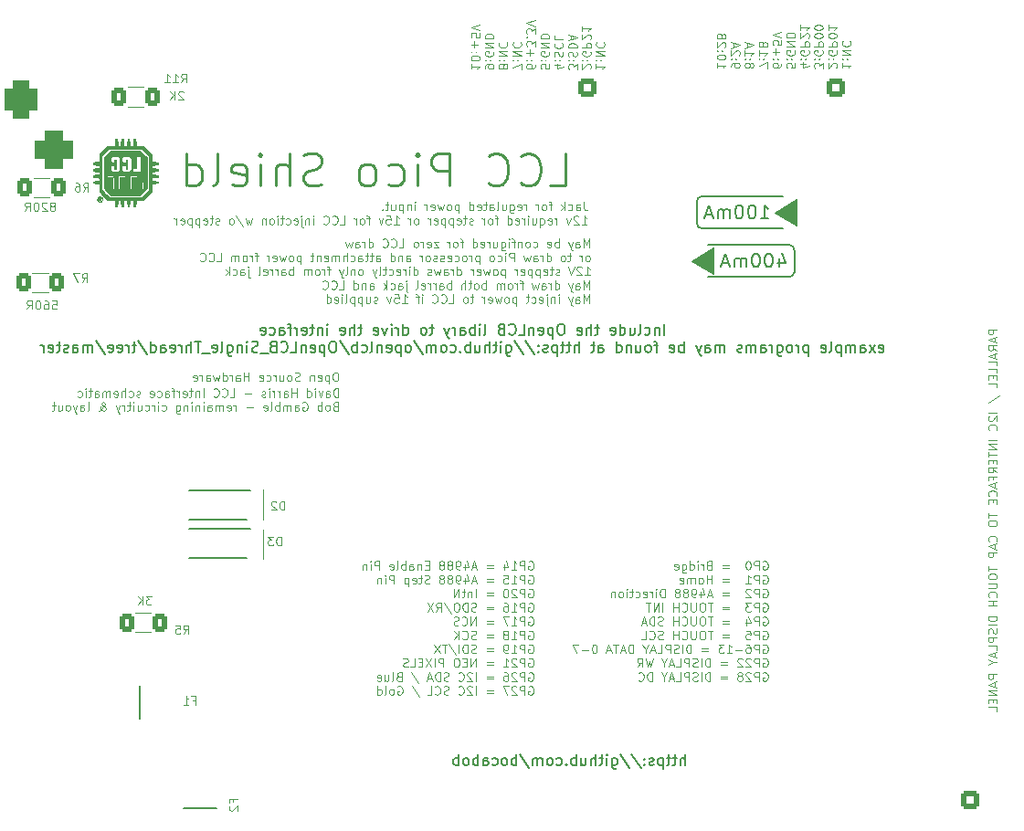
<source format=gbo>
%TF.GenerationSoftware,KiCad,Pcbnew,8.0.5*%
%TF.CreationDate,2024-12-19T23:12:18-05:00*%
%TF.ProjectId,LCC-Pico-Stepper_v2_4,4c43432d-5069-4636-9f2d-537465707065,rev?*%
%TF.SameCoordinates,Original*%
%TF.FileFunction,Legend,Bot*%
%TF.FilePolarity,Positive*%
%FSLAX46Y46*%
G04 Gerber Fmt 4.6, Leading zero omitted, Abs format (unit mm)*
G04 Created by KiCad (PCBNEW 8.0.5) date 2024-12-19 23:12:18*
%MOMM*%
%LPD*%
G01*
G04 APERTURE LIST*
G04 Aperture macros list*
%AMRoundRect*
0 Rectangle with rounded corners*
0 $1 Rounding radius*
0 $2 $3 $4 $5 $6 $7 $8 $9 X,Y pos of 4 corners*
0 Add a 4 corners polygon primitive as box body*
4,1,4,$2,$3,$4,$5,$6,$7,$8,$9,$2,$3,0*
0 Add four circle primitives for the rounded corners*
1,1,$1+$1,$2,$3*
1,1,$1+$1,$4,$5*
1,1,$1+$1,$6,$7*
1,1,$1+$1,$8,$9*
0 Add four rect primitives between the rounded corners*
20,1,$1+$1,$2,$3,$4,$5,0*
20,1,$1+$1,$4,$5,$6,$7,0*
20,1,$1+$1,$6,$7,$8,$9,0*
20,1,$1+$1,$8,$9,$2,$3,0*%
G04 Aperture macros list end*
%ADD10C,0.100000*%
%ADD11C,0.080000*%
%ADD12C,0.250000*%
%ADD13C,0.150000*%
%ADD14C,0.200000*%
%ADD15C,0.120000*%
%ADD16C,0.010000*%
%ADD17C,3.170000*%
%ADD18R,1.400000X1.400000*%
%ADD19C,1.400000*%
%ADD20R,1.700000X1.700000*%
%ADD21O,1.700000X1.700000*%
%ADD22R,1.600000X1.600000*%
%ADD23O,1.600000X1.600000*%
%ADD24C,1.600000*%
%ADD25R,1.500000X1.500000*%
%ADD26C,1.500000*%
%ADD27C,1.950000*%
%ADD28RoundRect,0.250000X-0.600000X0.600000X-0.600000X-0.600000X0.600000X-0.600000X0.600000X0.600000X0*%
%ADD29C,1.700000*%
%ADD30R,2.100000X2.100000*%
%ADD31C,2.100000*%
%ADD32C,2.200000*%
%ADD33RoundRect,0.250000X0.600000X0.600000X-0.600000X0.600000X-0.600000X-0.600000X0.600000X-0.600000X0*%
%ADD34R,3.500000X3.500000*%
%ADD35RoundRect,0.750000X-0.750000X-1.000000X0.750000X-1.000000X0.750000X1.000000X-0.750000X1.000000X0*%
%ADD36RoundRect,0.875000X-0.875000X-0.875000X0.875000X-0.875000X0.875000X0.875000X-0.875000X0.875000X0*%
%ADD37RoundRect,0.250000X-0.400000X-0.625000X0.400000X-0.625000X0.400000X0.625000X-0.400000X0.625000X0*%
%ADD38RoundRect,0.250000X0.400000X0.625000X-0.400000X0.625000X-0.400000X-0.625000X0.400000X-0.625000X0*%
%ADD39R,1.320000X3.430000*%
%ADD40R,2.300000X1.600000*%
%ADD41R,3.430000X1.320000*%
G04 APERTURE END LIST*
D10*
X130300000Y-97900000D02*
X130300000Y-100600000D01*
X130300000Y-94200000D02*
X130300000Y-97000000D01*
D11*
X137256892Y-85609980D02*
X137256892Y-84809980D01*
X137256892Y-84809980D02*
X137066416Y-84809980D01*
X137066416Y-84809980D02*
X136952130Y-84848075D01*
X136952130Y-84848075D02*
X136875940Y-84924265D01*
X136875940Y-84924265D02*
X136837845Y-85000456D01*
X136837845Y-85000456D02*
X136799749Y-85152837D01*
X136799749Y-85152837D02*
X136799749Y-85267123D01*
X136799749Y-85267123D02*
X136837845Y-85419504D01*
X136837845Y-85419504D02*
X136875940Y-85495694D01*
X136875940Y-85495694D02*
X136952130Y-85571885D01*
X136952130Y-85571885D02*
X137066416Y-85609980D01*
X137066416Y-85609980D02*
X137256892Y-85609980D01*
X136114035Y-85609980D02*
X136114035Y-85190932D01*
X136114035Y-85190932D02*
X136152130Y-85114742D01*
X136152130Y-85114742D02*
X136228321Y-85076646D01*
X136228321Y-85076646D02*
X136380702Y-85076646D01*
X136380702Y-85076646D02*
X136456892Y-85114742D01*
X136114035Y-85571885D02*
X136190226Y-85609980D01*
X136190226Y-85609980D02*
X136380702Y-85609980D01*
X136380702Y-85609980D02*
X136456892Y-85571885D01*
X136456892Y-85571885D02*
X136494988Y-85495694D01*
X136494988Y-85495694D02*
X136494988Y-85419504D01*
X136494988Y-85419504D02*
X136456892Y-85343313D01*
X136456892Y-85343313D02*
X136380702Y-85305218D01*
X136380702Y-85305218D02*
X136190226Y-85305218D01*
X136190226Y-85305218D02*
X136114035Y-85267123D01*
X135809273Y-85076646D02*
X135618797Y-85609980D01*
X135618797Y-85609980D02*
X135428320Y-85076646D01*
X135123558Y-85609980D02*
X135123558Y-85076646D01*
X135123558Y-84809980D02*
X135161654Y-84848075D01*
X135161654Y-84848075D02*
X135123558Y-84886170D01*
X135123558Y-84886170D02*
X135085463Y-84848075D01*
X135085463Y-84848075D02*
X135123558Y-84809980D01*
X135123558Y-84809980D02*
X135123558Y-84886170D01*
X134399749Y-85609980D02*
X134399749Y-84809980D01*
X134399749Y-85571885D02*
X134475940Y-85609980D01*
X134475940Y-85609980D02*
X134628321Y-85609980D01*
X134628321Y-85609980D02*
X134704511Y-85571885D01*
X134704511Y-85571885D02*
X134742606Y-85533789D01*
X134742606Y-85533789D02*
X134780702Y-85457599D01*
X134780702Y-85457599D02*
X134780702Y-85229027D01*
X134780702Y-85229027D02*
X134742606Y-85152837D01*
X134742606Y-85152837D02*
X134704511Y-85114742D01*
X134704511Y-85114742D02*
X134628321Y-85076646D01*
X134628321Y-85076646D02*
X134475940Y-85076646D01*
X134475940Y-85076646D02*
X134399749Y-85114742D01*
X133409272Y-85609980D02*
X133409272Y-84809980D01*
X133409272Y-85190932D02*
X132952129Y-85190932D01*
X132952129Y-85609980D02*
X132952129Y-84809980D01*
X132228320Y-85609980D02*
X132228320Y-85190932D01*
X132228320Y-85190932D02*
X132266415Y-85114742D01*
X132266415Y-85114742D02*
X132342606Y-85076646D01*
X132342606Y-85076646D02*
X132494987Y-85076646D01*
X132494987Y-85076646D02*
X132571177Y-85114742D01*
X132228320Y-85571885D02*
X132304511Y-85609980D01*
X132304511Y-85609980D02*
X132494987Y-85609980D01*
X132494987Y-85609980D02*
X132571177Y-85571885D01*
X132571177Y-85571885D02*
X132609273Y-85495694D01*
X132609273Y-85495694D02*
X132609273Y-85419504D01*
X132609273Y-85419504D02*
X132571177Y-85343313D01*
X132571177Y-85343313D02*
X132494987Y-85305218D01*
X132494987Y-85305218D02*
X132304511Y-85305218D01*
X132304511Y-85305218D02*
X132228320Y-85267123D01*
X131847367Y-85609980D02*
X131847367Y-85076646D01*
X131847367Y-85229027D02*
X131809272Y-85152837D01*
X131809272Y-85152837D02*
X131771177Y-85114742D01*
X131771177Y-85114742D02*
X131694986Y-85076646D01*
X131694986Y-85076646D02*
X131618796Y-85076646D01*
X131352129Y-85609980D02*
X131352129Y-85076646D01*
X131352129Y-85229027D02*
X131314034Y-85152837D01*
X131314034Y-85152837D02*
X131275939Y-85114742D01*
X131275939Y-85114742D02*
X131199748Y-85076646D01*
X131199748Y-85076646D02*
X131123558Y-85076646D01*
X130856891Y-85609980D02*
X130856891Y-85076646D01*
X130856891Y-84809980D02*
X130894987Y-84848075D01*
X130894987Y-84848075D02*
X130856891Y-84886170D01*
X130856891Y-84886170D02*
X130818796Y-84848075D01*
X130818796Y-84848075D02*
X130856891Y-84809980D01*
X130856891Y-84809980D02*
X130856891Y-84886170D01*
X130514035Y-85571885D02*
X130437844Y-85609980D01*
X130437844Y-85609980D02*
X130285463Y-85609980D01*
X130285463Y-85609980D02*
X130209273Y-85571885D01*
X130209273Y-85571885D02*
X130171177Y-85495694D01*
X130171177Y-85495694D02*
X130171177Y-85457599D01*
X130171177Y-85457599D02*
X130209273Y-85381408D01*
X130209273Y-85381408D02*
X130285463Y-85343313D01*
X130285463Y-85343313D02*
X130399749Y-85343313D01*
X130399749Y-85343313D02*
X130475939Y-85305218D01*
X130475939Y-85305218D02*
X130514035Y-85229027D01*
X130514035Y-85229027D02*
X130514035Y-85190932D01*
X130514035Y-85190932D02*
X130475939Y-85114742D01*
X130475939Y-85114742D02*
X130399749Y-85076646D01*
X130399749Y-85076646D02*
X130285463Y-85076646D01*
X130285463Y-85076646D02*
X130209273Y-85114742D01*
X129218796Y-85305218D02*
X128609273Y-85305218D01*
X127237844Y-85609980D02*
X127618796Y-85609980D01*
X127618796Y-85609980D02*
X127618796Y-84809980D01*
X126514034Y-85533789D02*
X126552130Y-85571885D01*
X126552130Y-85571885D02*
X126666415Y-85609980D01*
X126666415Y-85609980D02*
X126742606Y-85609980D01*
X126742606Y-85609980D02*
X126856892Y-85571885D01*
X126856892Y-85571885D02*
X126933082Y-85495694D01*
X126933082Y-85495694D02*
X126971177Y-85419504D01*
X126971177Y-85419504D02*
X127009273Y-85267123D01*
X127009273Y-85267123D02*
X127009273Y-85152837D01*
X127009273Y-85152837D02*
X126971177Y-85000456D01*
X126971177Y-85000456D02*
X126933082Y-84924265D01*
X126933082Y-84924265D02*
X126856892Y-84848075D01*
X126856892Y-84848075D02*
X126742606Y-84809980D01*
X126742606Y-84809980D02*
X126666415Y-84809980D01*
X126666415Y-84809980D02*
X126552130Y-84848075D01*
X126552130Y-84848075D02*
X126514034Y-84886170D01*
X125714034Y-85533789D02*
X125752130Y-85571885D01*
X125752130Y-85571885D02*
X125866415Y-85609980D01*
X125866415Y-85609980D02*
X125942606Y-85609980D01*
X125942606Y-85609980D02*
X126056892Y-85571885D01*
X126056892Y-85571885D02*
X126133082Y-85495694D01*
X126133082Y-85495694D02*
X126171177Y-85419504D01*
X126171177Y-85419504D02*
X126209273Y-85267123D01*
X126209273Y-85267123D02*
X126209273Y-85152837D01*
X126209273Y-85152837D02*
X126171177Y-85000456D01*
X126171177Y-85000456D02*
X126133082Y-84924265D01*
X126133082Y-84924265D02*
X126056892Y-84848075D01*
X126056892Y-84848075D02*
X125942606Y-84809980D01*
X125942606Y-84809980D02*
X125866415Y-84809980D01*
X125866415Y-84809980D02*
X125752130Y-84848075D01*
X125752130Y-84848075D02*
X125714034Y-84886170D01*
X124761653Y-85609980D02*
X124761653Y-84809980D01*
X124380701Y-85076646D02*
X124380701Y-85609980D01*
X124380701Y-85152837D02*
X124342606Y-85114742D01*
X124342606Y-85114742D02*
X124266416Y-85076646D01*
X124266416Y-85076646D02*
X124152130Y-85076646D01*
X124152130Y-85076646D02*
X124075939Y-85114742D01*
X124075939Y-85114742D02*
X124037844Y-85190932D01*
X124037844Y-85190932D02*
X124037844Y-85609980D01*
X123771177Y-85076646D02*
X123466415Y-85076646D01*
X123656891Y-84809980D02*
X123656891Y-85495694D01*
X123656891Y-85495694D02*
X123618796Y-85571885D01*
X123618796Y-85571885D02*
X123542606Y-85609980D01*
X123542606Y-85609980D02*
X123466415Y-85609980D01*
X122894986Y-85571885D02*
X122971177Y-85609980D01*
X122971177Y-85609980D02*
X123123558Y-85609980D01*
X123123558Y-85609980D02*
X123199748Y-85571885D01*
X123199748Y-85571885D02*
X123237844Y-85495694D01*
X123237844Y-85495694D02*
X123237844Y-85190932D01*
X123237844Y-85190932D02*
X123199748Y-85114742D01*
X123199748Y-85114742D02*
X123123558Y-85076646D01*
X123123558Y-85076646D02*
X122971177Y-85076646D01*
X122971177Y-85076646D02*
X122894986Y-85114742D01*
X122894986Y-85114742D02*
X122856891Y-85190932D01*
X122856891Y-85190932D02*
X122856891Y-85267123D01*
X122856891Y-85267123D02*
X123237844Y-85343313D01*
X122514034Y-85609980D02*
X122514034Y-85076646D01*
X122514034Y-85229027D02*
X122475939Y-85152837D01*
X122475939Y-85152837D02*
X122437844Y-85114742D01*
X122437844Y-85114742D02*
X122361653Y-85076646D01*
X122361653Y-85076646D02*
X122285463Y-85076646D01*
X122133082Y-85076646D02*
X121828320Y-85076646D01*
X122018796Y-85609980D02*
X122018796Y-84924265D01*
X122018796Y-84924265D02*
X121980701Y-84848075D01*
X121980701Y-84848075D02*
X121904511Y-84809980D01*
X121904511Y-84809980D02*
X121828320Y-84809980D01*
X121218796Y-85609980D02*
X121218796Y-85190932D01*
X121218796Y-85190932D02*
X121256891Y-85114742D01*
X121256891Y-85114742D02*
X121333082Y-85076646D01*
X121333082Y-85076646D02*
X121485463Y-85076646D01*
X121485463Y-85076646D02*
X121561653Y-85114742D01*
X121218796Y-85571885D02*
X121294987Y-85609980D01*
X121294987Y-85609980D02*
X121485463Y-85609980D01*
X121485463Y-85609980D02*
X121561653Y-85571885D01*
X121561653Y-85571885D02*
X121599749Y-85495694D01*
X121599749Y-85495694D02*
X121599749Y-85419504D01*
X121599749Y-85419504D02*
X121561653Y-85343313D01*
X121561653Y-85343313D02*
X121485463Y-85305218D01*
X121485463Y-85305218D02*
X121294987Y-85305218D01*
X121294987Y-85305218D02*
X121218796Y-85267123D01*
X120494986Y-85571885D02*
X120571177Y-85609980D01*
X120571177Y-85609980D02*
X120723558Y-85609980D01*
X120723558Y-85609980D02*
X120799748Y-85571885D01*
X120799748Y-85571885D02*
X120837843Y-85533789D01*
X120837843Y-85533789D02*
X120875939Y-85457599D01*
X120875939Y-85457599D02*
X120875939Y-85229027D01*
X120875939Y-85229027D02*
X120837843Y-85152837D01*
X120837843Y-85152837D02*
X120799748Y-85114742D01*
X120799748Y-85114742D02*
X120723558Y-85076646D01*
X120723558Y-85076646D02*
X120571177Y-85076646D01*
X120571177Y-85076646D02*
X120494986Y-85114742D01*
X119847367Y-85571885D02*
X119923558Y-85609980D01*
X119923558Y-85609980D02*
X120075939Y-85609980D01*
X120075939Y-85609980D02*
X120152129Y-85571885D01*
X120152129Y-85571885D02*
X120190225Y-85495694D01*
X120190225Y-85495694D02*
X120190225Y-85190932D01*
X120190225Y-85190932D02*
X120152129Y-85114742D01*
X120152129Y-85114742D02*
X120075939Y-85076646D01*
X120075939Y-85076646D02*
X119923558Y-85076646D01*
X119923558Y-85076646D02*
X119847367Y-85114742D01*
X119847367Y-85114742D02*
X119809272Y-85190932D01*
X119809272Y-85190932D02*
X119809272Y-85267123D01*
X119809272Y-85267123D02*
X120190225Y-85343313D01*
X118894987Y-85571885D02*
X118818796Y-85609980D01*
X118818796Y-85609980D02*
X118666415Y-85609980D01*
X118666415Y-85609980D02*
X118590225Y-85571885D01*
X118590225Y-85571885D02*
X118552129Y-85495694D01*
X118552129Y-85495694D02*
X118552129Y-85457599D01*
X118552129Y-85457599D02*
X118590225Y-85381408D01*
X118590225Y-85381408D02*
X118666415Y-85343313D01*
X118666415Y-85343313D02*
X118780701Y-85343313D01*
X118780701Y-85343313D02*
X118856891Y-85305218D01*
X118856891Y-85305218D02*
X118894987Y-85229027D01*
X118894987Y-85229027D02*
X118894987Y-85190932D01*
X118894987Y-85190932D02*
X118856891Y-85114742D01*
X118856891Y-85114742D02*
X118780701Y-85076646D01*
X118780701Y-85076646D02*
X118666415Y-85076646D01*
X118666415Y-85076646D02*
X118590225Y-85114742D01*
X117866415Y-85571885D02*
X117942606Y-85609980D01*
X117942606Y-85609980D02*
X118094987Y-85609980D01*
X118094987Y-85609980D02*
X118171177Y-85571885D01*
X118171177Y-85571885D02*
X118209272Y-85533789D01*
X118209272Y-85533789D02*
X118247368Y-85457599D01*
X118247368Y-85457599D02*
X118247368Y-85229027D01*
X118247368Y-85229027D02*
X118209272Y-85152837D01*
X118209272Y-85152837D02*
X118171177Y-85114742D01*
X118171177Y-85114742D02*
X118094987Y-85076646D01*
X118094987Y-85076646D02*
X117942606Y-85076646D01*
X117942606Y-85076646D02*
X117866415Y-85114742D01*
X117523558Y-85609980D02*
X117523558Y-84809980D01*
X117180701Y-85609980D02*
X117180701Y-85190932D01*
X117180701Y-85190932D02*
X117218796Y-85114742D01*
X117218796Y-85114742D02*
X117294987Y-85076646D01*
X117294987Y-85076646D02*
X117409273Y-85076646D01*
X117409273Y-85076646D02*
X117485463Y-85114742D01*
X117485463Y-85114742D02*
X117523558Y-85152837D01*
X116494986Y-85571885D02*
X116571177Y-85609980D01*
X116571177Y-85609980D02*
X116723558Y-85609980D01*
X116723558Y-85609980D02*
X116799748Y-85571885D01*
X116799748Y-85571885D02*
X116837844Y-85495694D01*
X116837844Y-85495694D02*
X116837844Y-85190932D01*
X116837844Y-85190932D02*
X116799748Y-85114742D01*
X116799748Y-85114742D02*
X116723558Y-85076646D01*
X116723558Y-85076646D02*
X116571177Y-85076646D01*
X116571177Y-85076646D02*
X116494986Y-85114742D01*
X116494986Y-85114742D02*
X116456891Y-85190932D01*
X116456891Y-85190932D02*
X116456891Y-85267123D01*
X116456891Y-85267123D02*
X116837844Y-85343313D01*
X116114034Y-85609980D02*
X116114034Y-85076646D01*
X116114034Y-85152837D02*
X116075939Y-85114742D01*
X116075939Y-85114742D02*
X115999749Y-85076646D01*
X115999749Y-85076646D02*
X115885463Y-85076646D01*
X115885463Y-85076646D02*
X115809272Y-85114742D01*
X115809272Y-85114742D02*
X115771177Y-85190932D01*
X115771177Y-85190932D02*
X115771177Y-85609980D01*
X115771177Y-85190932D02*
X115733082Y-85114742D01*
X115733082Y-85114742D02*
X115656891Y-85076646D01*
X115656891Y-85076646D02*
X115542606Y-85076646D01*
X115542606Y-85076646D02*
X115466415Y-85114742D01*
X115466415Y-85114742D02*
X115428320Y-85190932D01*
X115428320Y-85190932D02*
X115428320Y-85609980D01*
X114704510Y-85609980D02*
X114704510Y-85190932D01*
X114704510Y-85190932D02*
X114742605Y-85114742D01*
X114742605Y-85114742D02*
X114818796Y-85076646D01*
X114818796Y-85076646D02*
X114971177Y-85076646D01*
X114971177Y-85076646D02*
X115047367Y-85114742D01*
X114704510Y-85571885D02*
X114780701Y-85609980D01*
X114780701Y-85609980D02*
X114971177Y-85609980D01*
X114971177Y-85609980D02*
X115047367Y-85571885D01*
X115047367Y-85571885D02*
X115085463Y-85495694D01*
X115085463Y-85495694D02*
X115085463Y-85419504D01*
X115085463Y-85419504D02*
X115047367Y-85343313D01*
X115047367Y-85343313D02*
X114971177Y-85305218D01*
X114971177Y-85305218D02*
X114780701Y-85305218D01*
X114780701Y-85305218D02*
X114704510Y-85267123D01*
X114437843Y-85076646D02*
X114133081Y-85076646D01*
X114323557Y-84809980D02*
X114323557Y-85495694D01*
X114323557Y-85495694D02*
X114285462Y-85571885D01*
X114285462Y-85571885D02*
X114209272Y-85609980D01*
X114209272Y-85609980D02*
X114133081Y-85609980D01*
X113866414Y-85609980D02*
X113866414Y-85076646D01*
X113866414Y-84809980D02*
X113904510Y-84848075D01*
X113904510Y-84848075D02*
X113866414Y-84886170D01*
X113866414Y-84886170D02*
X113828319Y-84848075D01*
X113828319Y-84848075D02*
X113866414Y-84809980D01*
X113866414Y-84809980D02*
X113866414Y-84886170D01*
X113142605Y-85571885D02*
X113218796Y-85609980D01*
X113218796Y-85609980D02*
X113371177Y-85609980D01*
X113371177Y-85609980D02*
X113447367Y-85571885D01*
X113447367Y-85571885D02*
X113485462Y-85533789D01*
X113485462Y-85533789D02*
X113523558Y-85457599D01*
X113523558Y-85457599D02*
X113523558Y-85229027D01*
X113523558Y-85229027D02*
X113485462Y-85152837D01*
X113485462Y-85152837D02*
X113447367Y-85114742D01*
X113447367Y-85114742D02*
X113371177Y-85076646D01*
X113371177Y-85076646D02*
X113218796Y-85076646D01*
X113218796Y-85076646D02*
X113142605Y-85114742D01*
X136990226Y-86478887D02*
X136875940Y-86516982D01*
X136875940Y-86516982D02*
X136837845Y-86555078D01*
X136837845Y-86555078D02*
X136799749Y-86631268D01*
X136799749Y-86631268D02*
X136799749Y-86745554D01*
X136799749Y-86745554D02*
X136837845Y-86821744D01*
X136837845Y-86821744D02*
X136875940Y-86859840D01*
X136875940Y-86859840D02*
X136952130Y-86897935D01*
X136952130Y-86897935D02*
X137256892Y-86897935D01*
X137256892Y-86897935D02*
X137256892Y-86097935D01*
X137256892Y-86097935D02*
X136990226Y-86097935D01*
X136990226Y-86097935D02*
X136914035Y-86136030D01*
X136914035Y-86136030D02*
X136875940Y-86174125D01*
X136875940Y-86174125D02*
X136837845Y-86250316D01*
X136837845Y-86250316D02*
X136837845Y-86326506D01*
X136837845Y-86326506D02*
X136875940Y-86402697D01*
X136875940Y-86402697D02*
X136914035Y-86440792D01*
X136914035Y-86440792D02*
X136990226Y-86478887D01*
X136990226Y-86478887D02*
X137256892Y-86478887D01*
X136342607Y-86897935D02*
X136418797Y-86859840D01*
X136418797Y-86859840D02*
X136456892Y-86821744D01*
X136456892Y-86821744D02*
X136494988Y-86745554D01*
X136494988Y-86745554D02*
X136494988Y-86516982D01*
X136494988Y-86516982D02*
X136456892Y-86440792D01*
X136456892Y-86440792D02*
X136418797Y-86402697D01*
X136418797Y-86402697D02*
X136342607Y-86364601D01*
X136342607Y-86364601D02*
X136228321Y-86364601D01*
X136228321Y-86364601D02*
X136152130Y-86402697D01*
X136152130Y-86402697D02*
X136114035Y-86440792D01*
X136114035Y-86440792D02*
X136075940Y-86516982D01*
X136075940Y-86516982D02*
X136075940Y-86745554D01*
X136075940Y-86745554D02*
X136114035Y-86821744D01*
X136114035Y-86821744D02*
X136152130Y-86859840D01*
X136152130Y-86859840D02*
X136228321Y-86897935D01*
X136228321Y-86897935D02*
X136342607Y-86897935D01*
X135733082Y-86897935D02*
X135733082Y-86097935D01*
X135733082Y-86402697D02*
X135656892Y-86364601D01*
X135656892Y-86364601D02*
X135504511Y-86364601D01*
X135504511Y-86364601D02*
X135428320Y-86402697D01*
X135428320Y-86402697D02*
X135390225Y-86440792D01*
X135390225Y-86440792D02*
X135352130Y-86516982D01*
X135352130Y-86516982D02*
X135352130Y-86745554D01*
X135352130Y-86745554D02*
X135390225Y-86821744D01*
X135390225Y-86821744D02*
X135428320Y-86859840D01*
X135428320Y-86859840D02*
X135504511Y-86897935D01*
X135504511Y-86897935D02*
X135656892Y-86897935D01*
X135656892Y-86897935D02*
X135733082Y-86859840D01*
X133980701Y-86136030D02*
X134056891Y-86097935D01*
X134056891Y-86097935D02*
X134171177Y-86097935D01*
X134171177Y-86097935D02*
X134285463Y-86136030D01*
X134285463Y-86136030D02*
X134361653Y-86212220D01*
X134361653Y-86212220D02*
X134399748Y-86288411D01*
X134399748Y-86288411D02*
X134437844Y-86440792D01*
X134437844Y-86440792D02*
X134437844Y-86555078D01*
X134437844Y-86555078D02*
X134399748Y-86707459D01*
X134399748Y-86707459D02*
X134361653Y-86783649D01*
X134361653Y-86783649D02*
X134285463Y-86859840D01*
X134285463Y-86859840D02*
X134171177Y-86897935D01*
X134171177Y-86897935D02*
X134094986Y-86897935D01*
X134094986Y-86897935D02*
X133980701Y-86859840D01*
X133980701Y-86859840D02*
X133942605Y-86821744D01*
X133942605Y-86821744D02*
X133942605Y-86555078D01*
X133942605Y-86555078D02*
X134094986Y-86555078D01*
X133256891Y-86897935D02*
X133256891Y-86478887D01*
X133256891Y-86478887D02*
X133294986Y-86402697D01*
X133294986Y-86402697D02*
X133371177Y-86364601D01*
X133371177Y-86364601D02*
X133523558Y-86364601D01*
X133523558Y-86364601D02*
X133599748Y-86402697D01*
X133256891Y-86859840D02*
X133333082Y-86897935D01*
X133333082Y-86897935D02*
X133523558Y-86897935D01*
X133523558Y-86897935D02*
X133599748Y-86859840D01*
X133599748Y-86859840D02*
X133637844Y-86783649D01*
X133637844Y-86783649D02*
X133637844Y-86707459D01*
X133637844Y-86707459D02*
X133599748Y-86631268D01*
X133599748Y-86631268D02*
X133523558Y-86593173D01*
X133523558Y-86593173D02*
X133333082Y-86593173D01*
X133333082Y-86593173D02*
X133256891Y-86555078D01*
X132875938Y-86897935D02*
X132875938Y-86364601D01*
X132875938Y-86440792D02*
X132837843Y-86402697D01*
X132837843Y-86402697D02*
X132761653Y-86364601D01*
X132761653Y-86364601D02*
X132647367Y-86364601D01*
X132647367Y-86364601D02*
X132571176Y-86402697D01*
X132571176Y-86402697D02*
X132533081Y-86478887D01*
X132533081Y-86478887D02*
X132533081Y-86897935D01*
X132533081Y-86478887D02*
X132494986Y-86402697D01*
X132494986Y-86402697D02*
X132418795Y-86364601D01*
X132418795Y-86364601D02*
X132304510Y-86364601D01*
X132304510Y-86364601D02*
X132228319Y-86402697D01*
X132228319Y-86402697D02*
X132190224Y-86478887D01*
X132190224Y-86478887D02*
X132190224Y-86897935D01*
X131809271Y-86897935D02*
X131809271Y-86097935D01*
X131809271Y-86402697D02*
X131733081Y-86364601D01*
X131733081Y-86364601D02*
X131580700Y-86364601D01*
X131580700Y-86364601D02*
X131504509Y-86402697D01*
X131504509Y-86402697D02*
X131466414Y-86440792D01*
X131466414Y-86440792D02*
X131428319Y-86516982D01*
X131428319Y-86516982D02*
X131428319Y-86745554D01*
X131428319Y-86745554D02*
X131466414Y-86821744D01*
X131466414Y-86821744D02*
X131504509Y-86859840D01*
X131504509Y-86859840D02*
X131580700Y-86897935D01*
X131580700Y-86897935D02*
X131733081Y-86897935D01*
X131733081Y-86897935D02*
X131809271Y-86859840D01*
X130971176Y-86897935D02*
X131047366Y-86859840D01*
X131047366Y-86859840D02*
X131085461Y-86783649D01*
X131085461Y-86783649D02*
X131085461Y-86097935D01*
X130361651Y-86859840D02*
X130437842Y-86897935D01*
X130437842Y-86897935D02*
X130590223Y-86897935D01*
X130590223Y-86897935D02*
X130666413Y-86859840D01*
X130666413Y-86859840D02*
X130704509Y-86783649D01*
X130704509Y-86783649D02*
X130704509Y-86478887D01*
X130704509Y-86478887D02*
X130666413Y-86402697D01*
X130666413Y-86402697D02*
X130590223Y-86364601D01*
X130590223Y-86364601D02*
X130437842Y-86364601D01*
X130437842Y-86364601D02*
X130361651Y-86402697D01*
X130361651Y-86402697D02*
X130323556Y-86478887D01*
X130323556Y-86478887D02*
X130323556Y-86555078D01*
X130323556Y-86555078D02*
X130704509Y-86631268D01*
X129371175Y-86593173D02*
X128761652Y-86593173D01*
X127771175Y-86897935D02*
X127771175Y-86364601D01*
X127771175Y-86516982D02*
X127733080Y-86440792D01*
X127733080Y-86440792D02*
X127694985Y-86402697D01*
X127694985Y-86402697D02*
X127618794Y-86364601D01*
X127618794Y-86364601D02*
X127542604Y-86364601D01*
X126971175Y-86859840D02*
X127047366Y-86897935D01*
X127047366Y-86897935D02*
X127199747Y-86897935D01*
X127199747Y-86897935D02*
X127275937Y-86859840D01*
X127275937Y-86859840D02*
X127314033Y-86783649D01*
X127314033Y-86783649D02*
X127314033Y-86478887D01*
X127314033Y-86478887D02*
X127275937Y-86402697D01*
X127275937Y-86402697D02*
X127199747Y-86364601D01*
X127199747Y-86364601D02*
X127047366Y-86364601D01*
X127047366Y-86364601D02*
X126971175Y-86402697D01*
X126971175Y-86402697D02*
X126933080Y-86478887D01*
X126933080Y-86478887D02*
X126933080Y-86555078D01*
X126933080Y-86555078D02*
X127314033Y-86631268D01*
X126590223Y-86897935D02*
X126590223Y-86364601D01*
X126590223Y-86440792D02*
X126552128Y-86402697D01*
X126552128Y-86402697D02*
X126475938Y-86364601D01*
X126475938Y-86364601D02*
X126361652Y-86364601D01*
X126361652Y-86364601D02*
X126285461Y-86402697D01*
X126285461Y-86402697D02*
X126247366Y-86478887D01*
X126247366Y-86478887D02*
X126247366Y-86897935D01*
X126247366Y-86478887D02*
X126209271Y-86402697D01*
X126209271Y-86402697D02*
X126133080Y-86364601D01*
X126133080Y-86364601D02*
X126018795Y-86364601D01*
X126018795Y-86364601D02*
X125942604Y-86402697D01*
X125942604Y-86402697D02*
X125904509Y-86478887D01*
X125904509Y-86478887D02*
X125904509Y-86897935D01*
X125180699Y-86897935D02*
X125180699Y-86478887D01*
X125180699Y-86478887D02*
X125218794Y-86402697D01*
X125218794Y-86402697D02*
X125294985Y-86364601D01*
X125294985Y-86364601D02*
X125447366Y-86364601D01*
X125447366Y-86364601D02*
X125523556Y-86402697D01*
X125180699Y-86859840D02*
X125256890Y-86897935D01*
X125256890Y-86897935D02*
X125447366Y-86897935D01*
X125447366Y-86897935D02*
X125523556Y-86859840D01*
X125523556Y-86859840D02*
X125561652Y-86783649D01*
X125561652Y-86783649D02*
X125561652Y-86707459D01*
X125561652Y-86707459D02*
X125523556Y-86631268D01*
X125523556Y-86631268D02*
X125447366Y-86593173D01*
X125447366Y-86593173D02*
X125256890Y-86593173D01*
X125256890Y-86593173D02*
X125180699Y-86555078D01*
X124799746Y-86897935D02*
X124799746Y-86364601D01*
X124799746Y-86097935D02*
X124837842Y-86136030D01*
X124837842Y-86136030D02*
X124799746Y-86174125D01*
X124799746Y-86174125D02*
X124761651Y-86136030D01*
X124761651Y-86136030D02*
X124799746Y-86097935D01*
X124799746Y-86097935D02*
X124799746Y-86174125D01*
X124418794Y-86364601D02*
X124418794Y-86897935D01*
X124418794Y-86440792D02*
X124380699Y-86402697D01*
X124380699Y-86402697D02*
X124304509Y-86364601D01*
X124304509Y-86364601D02*
X124190223Y-86364601D01*
X124190223Y-86364601D02*
X124114032Y-86402697D01*
X124114032Y-86402697D02*
X124075937Y-86478887D01*
X124075937Y-86478887D02*
X124075937Y-86897935D01*
X123694984Y-86897935D02*
X123694984Y-86364601D01*
X123694984Y-86097935D02*
X123733080Y-86136030D01*
X123733080Y-86136030D02*
X123694984Y-86174125D01*
X123694984Y-86174125D02*
X123656889Y-86136030D01*
X123656889Y-86136030D02*
X123694984Y-86097935D01*
X123694984Y-86097935D02*
X123694984Y-86174125D01*
X123314032Y-86364601D02*
X123314032Y-86897935D01*
X123314032Y-86440792D02*
X123275937Y-86402697D01*
X123275937Y-86402697D02*
X123199747Y-86364601D01*
X123199747Y-86364601D02*
X123085461Y-86364601D01*
X123085461Y-86364601D02*
X123009270Y-86402697D01*
X123009270Y-86402697D02*
X122971175Y-86478887D01*
X122971175Y-86478887D02*
X122971175Y-86897935D01*
X122247365Y-86364601D02*
X122247365Y-87012220D01*
X122247365Y-87012220D02*
X122285460Y-87088411D01*
X122285460Y-87088411D02*
X122323556Y-87126506D01*
X122323556Y-87126506D02*
X122399746Y-87164601D01*
X122399746Y-87164601D02*
X122514032Y-87164601D01*
X122514032Y-87164601D02*
X122590222Y-87126506D01*
X122247365Y-86859840D02*
X122323556Y-86897935D01*
X122323556Y-86897935D02*
X122475937Y-86897935D01*
X122475937Y-86897935D02*
X122552127Y-86859840D01*
X122552127Y-86859840D02*
X122590222Y-86821744D01*
X122590222Y-86821744D02*
X122628318Y-86745554D01*
X122628318Y-86745554D02*
X122628318Y-86516982D01*
X122628318Y-86516982D02*
X122590222Y-86440792D01*
X122590222Y-86440792D02*
X122552127Y-86402697D01*
X122552127Y-86402697D02*
X122475937Y-86364601D01*
X122475937Y-86364601D02*
X122323556Y-86364601D01*
X122323556Y-86364601D02*
X122247365Y-86402697D01*
X120914031Y-86859840D02*
X120990222Y-86897935D01*
X120990222Y-86897935D02*
X121142603Y-86897935D01*
X121142603Y-86897935D02*
X121218793Y-86859840D01*
X121218793Y-86859840D02*
X121256888Y-86821744D01*
X121256888Y-86821744D02*
X121294984Y-86745554D01*
X121294984Y-86745554D02*
X121294984Y-86516982D01*
X121294984Y-86516982D02*
X121256888Y-86440792D01*
X121256888Y-86440792D02*
X121218793Y-86402697D01*
X121218793Y-86402697D02*
X121142603Y-86364601D01*
X121142603Y-86364601D02*
X120990222Y-86364601D01*
X120990222Y-86364601D02*
X120914031Y-86402697D01*
X120571174Y-86897935D02*
X120571174Y-86364601D01*
X120571174Y-86097935D02*
X120609270Y-86136030D01*
X120609270Y-86136030D02*
X120571174Y-86174125D01*
X120571174Y-86174125D02*
X120533079Y-86136030D01*
X120533079Y-86136030D02*
X120571174Y-86097935D01*
X120571174Y-86097935D02*
X120571174Y-86174125D01*
X120190222Y-86897935D02*
X120190222Y-86364601D01*
X120190222Y-86516982D02*
X120152127Y-86440792D01*
X120152127Y-86440792D02*
X120114032Y-86402697D01*
X120114032Y-86402697D02*
X120037841Y-86364601D01*
X120037841Y-86364601D02*
X119961651Y-86364601D01*
X119352127Y-86859840D02*
X119428318Y-86897935D01*
X119428318Y-86897935D02*
X119580699Y-86897935D01*
X119580699Y-86897935D02*
X119656889Y-86859840D01*
X119656889Y-86859840D02*
X119694984Y-86821744D01*
X119694984Y-86821744D02*
X119733080Y-86745554D01*
X119733080Y-86745554D02*
X119733080Y-86516982D01*
X119733080Y-86516982D02*
X119694984Y-86440792D01*
X119694984Y-86440792D02*
X119656889Y-86402697D01*
X119656889Y-86402697D02*
X119580699Y-86364601D01*
X119580699Y-86364601D02*
X119428318Y-86364601D01*
X119428318Y-86364601D02*
X119352127Y-86402697D01*
X118666413Y-86364601D02*
X118666413Y-86897935D01*
X119009270Y-86364601D02*
X119009270Y-86783649D01*
X119009270Y-86783649D02*
X118971175Y-86859840D01*
X118971175Y-86859840D02*
X118894985Y-86897935D01*
X118894985Y-86897935D02*
X118780699Y-86897935D01*
X118780699Y-86897935D02*
X118704508Y-86859840D01*
X118704508Y-86859840D02*
X118666413Y-86821744D01*
X118285460Y-86897935D02*
X118285460Y-86364601D01*
X118285460Y-86097935D02*
X118323556Y-86136030D01*
X118323556Y-86136030D02*
X118285460Y-86174125D01*
X118285460Y-86174125D02*
X118247365Y-86136030D01*
X118247365Y-86136030D02*
X118285460Y-86097935D01*
X118285460Y-86097935D02*
X118285460Y-86174125D01*
X118018794Y-86364601D02*
X117714032Y-86364601D01*
X117904508Y-86097935D02*
X117904508Y-86783649D01*
X117904508Y-86783649D02*
X117866413Y-86859840D01*
X117866413Y-86859840D02*
X117790223Y-86897935D01*
X117790223Y-86897935D02*
X117714032Y-86897935D01*
X117447365Y-86897935D02*
X117447365Y-86364601D01*
X117447365Y-86516982D02*
X117409270Y-86440792D01*
X117409270Y-86440792D02*
X117371175Y-86402697D01*
X117371175Y-86402697D02*
X117294984Y-86364601D01*
X117294984Y-86364601D02*
X117218794Y-86364601D01*
X117028318Y-86364601D02*
X116837842Y-86897935D01*
X116647365Y-86364601D02*
X116837842Y-86897935D01*
X116837842Y-86897935D02*
X116914032Y-87088411D01*
X116914032Y-87088411D02*
X116952127Y-87126506D01*
X116952127Y-87126506D02*
X117028318Y-87164601D01*
X115085460Y-86897935D02*
X115123556Y-86897935D01*
X115123556Y-86897935D02*
X115199746Y-86859840D01*
X115199746Y-86859840D02*
X115314032Y-86745554D01*
X115314032Y-86745554D02*
X115504508Y-86516982D01*
X115504508Y-86516982D02*
X115580698Y-86402697D01*
X115580698Y-86402697D02*
X115618794Y-86288411D01*
X115618794Y-86288411D02*
X115618794Y-86212220D01*
X115618794Y-86212220D02*
X115580698Y-86136030D01*
X115580698Y-86136030D02*
X115504508Y-86097935D01*
X115504508Y-86097935D02*
X115466413Y-86097935D01*
X115466413Y-86097935D02*
X115390222Y-86136030D01*
X115390222Y-86136030D02*
X115352127Y-86212220D01*
X115352127Y-86212220D02*
X115352127Y-86250316D01*
X115352127Y-86250316D02*
X115390222Y-86326506D01*
X115390222Y-86326506D02*
X115428317Y-86364601D01*
X115428317Y-86364601D02*
X115656889Y-86516982D01*
X115656889Y-86516982D02*
X115694984Y-86555078D01*
X115694984Y-86555078D02*
X115733079Y-86631268D01*
X115733079Y-86631268D02*
X115733079Y-86745554D01*
X115733079Y-86745554D02*
X115694984Y-86821744D01*
X115694984Y-86821744D02*
X115656889Y-86859840D01*
X115656889Y-86859840D02*
X115580698Y-86897935D01*
X115580698Y-86897935D02*
X115466413Y-86897935D01*
X115466413Y-86897935D02*
X115390222Y-86859840D01*
X115390222Y-86859840D02*
X115352127Y-86821744D01*
X115352127Y-86821744D02*
X115237841Y-86669363D01*
X115237841Y-86669363D02*
X115199746Y-86555078D01*
X115199746Y-86555078D02*
X115199746Y-86478887D01*
X114018794Y-86897935D02*
X114094984Y-86859840D01*
X114094984Y-86859840D02*
X114133079Y-86783649D01*
X114133079Y-86783649D02*
X114133079Y-86097935D01*
X113371174Y-86897935D02*
X113371174Y-86478887D01*
X113371174Y-86478887D02*
X113409269Y-86402697D01*
X113409269Y-86402697D02*
X113485460Y-86364601D01*
X113485460Y-86364601D02*
X113637841Y-86364601D01*
X113637841Y-86364601D02*
X113714031Y-86402697D01*
X113371174Y-86859840D02*
X113447365Y-86897935D01*
X113447365Y-86897935D02*
X113637841Y-86897935D01*
X113637841Y-86897935D02*
X113714031Y-86859840D01*
X113714031Y-86859840D02*
X113752127Y-86783649D01*
X113752127Y-86783649D02*
X113752127Y-86707459D01*
X113752127Y-86707459D02*
X113714031Y-86631268D01*
X113714031Y-86631268D02*
X113637841Y-86593173D01*
X113637841Y-86593173D02*
X113447365Y-86593173D01*
X113447365Y-86593173D02*
X113371174Y-86555078D01*
X113066412Y-86364601D02*
X112875936Y-86897935D01*
X112685459Y-86364601D02*
X112875936Y-86897935D01*
X112875936Y-86897935D02*
X112952126Y-87088411D01*
X112952126Y-87088411D02*
X112990221Y-87126506D01*
X112990221Y-87126506D02*
X113066412Y-87164601D01*
X112266412Y-86897935D02*
X112342602Y-86859840D01*
X112342602Y-86859840D02*
X112380697Y-86821744D01*
X112380697Y-86821744D02*
X112418793Y-86745554D01*
X112418793Y-86745554D02*
X112418793Y-86516982D01*
X112418793Y-86516982D02*
X112380697Y-86440792D01*
X112380697Y-86440792D02*
X112342602Y-86402697D01*
X112342602Y-86402697D02*
X112266412Y-86364601D01*
X112266412Y-86364601D02*
X112152126Y-86364601D01*
X112152126Y-86364601D02*
X112075935Y-86402697D01*
X112075935Y-86402697D02*
X112037840Y-86440792D01*
X112037840Y-86440792D02*
X111999745Y-86516982D01*
X111999745Y-86516982D02*
X111999745Y-86745554D01*
X111999745Y-86745554D02*
X112037840Y-86821744D01*
X112037840Y-86821744D02*
X112075935Y-86859840D01*
X112075935Y-86859840D02*
X112152126Y-86897935D01*
X112152126Y-86897935D02*
X112266412Y-86897935D01*
X111314030Y-86364601D02*
X111314030Y-86897935D01*
X111656887Y-86364601D02*
X111656887Y-86783649D01*
X111656887Y-86783649D02*
X111618792Y-86859840D01*
X111618792Y-86859840D02*
X111542602Y-86897935D01*
X111542602Y-86897935D02*
X111428316Y-86897935D01*
X111428316Y-86897935D02*
X111352125Y-86859840D01*
X111352125Y-86859840D02*
X111314030Y-86821744D01*
X111047363Y-86364601D02*
X110742601Y-86364601D01*
X110933077Y-86097935D02*
X110933077Y-86783649D01*
X110933077Y-86783649D02*
X110894982Y-86859840D01*
X110894982Y-86859840D02*
X110818792Y-86897935D01*
X110818792Y-86897935D02*
X110742601Y-86897935D01*
D12*
X156893044Y-66029857D02*
X158321616Y-66029857D01*
X158321616Y-66029857D02*
X158321616Y-63029857D01*
X154178759Y-65744142D02*
X154321616Y-65887000D01*
X154321616Y-65887000D02*
X154750188Y-66029857D01*
X154750188Y-66029857D02*
X155035902Y-66029857D01*
X155035902Y-66029857D02*
X155464473Y-65887000D01*
X155464473Y-65887000D02*
X155750188Y-65601285D01*
X155750188Y-65601285D02*
X155893045Y-65315571D01*
X155893045Y-65315571D02*
X156035902Y-64744142D01*
X156035902Y-64744142D02*
X156035902Y-64315571D01*
X156035902Y-64315571D02*
X155893045Y-63744142D01*
X155893045Y-63744142D02*
X155750188Y-63458428D01*
X155750188Y-63458428D02*
X155464473Y-63172714D01*
X155464473Y-63172714D02*
X155035902Y-63029857D01*
X155035902Y-63029857D02*
X154750188Y-63029857D01*
X154750188Y-63029857D02*
X154321616Y-63172714D01*
X154321616Y-63172714D02*
X154178759Y-63315571D01*
X151178759Y-65744142D02*
X151321616Y-65887000D01*
X151321616Y-65887000D02*
X151750188Y-66029857D01*
X151750188Y-66029857D02*
X152035902Y-66029857D01*
X152035902Y-66029857D02*
X152464473Y-65887000D01*
X152464473Y-65887000D02*
X152750188Y-65601285D01*
X152750188Y-65601285D02*
X152893045Y-65315571D01*
X152893045Y-65315571D02*
X153035902Y-64744142D01*
X153035902Y-64744142D02*
X153035902Y-64315571D01*
X153035902Y-64315571D02*
X152893045Y-63744142D01*
X152893045Y-63744142D02*
X152750188Y-63458428D01*
X152750188Y-63458428D02*
X152464473Y-63172714D01*
X152464473Y-63172714D02*
X152035902Y-63029857D01*
X152035902Y-63029857D02*
X151750188Y-63029857D01*
X151750188Y-63029857D02*
X151321616Y-63172714D01*
X151321616Y-63172714D02*
X151178759Y-63315571D01*
X147607331Y-66029857D02*
X147607331Y-63029857D01*
X147607331Y-63029857D02*
X146464474Y-63029857D01*
X146464474Y-63029857D02*
X146178759Y-63172714D01*
X146178759Y-63172714D02*
X146035902Y-63315571D01*
X146035902Y-63315571D02*
X145893045Y-63601285D01*
X145893045Y-63601285D02*
X145893045Y-64029857D01*
X145893045Y-64029857D02*
X146035902Y-64315571D01*
X146035902Y-64315571D02*
X146178759Y-64458428D01*
X146178759Y-64458428D02*
X146464474Y-64601285D01*
X146464474Y-64601285D02*
X147607331Y-64601285D01*
X144607331Y-66029857D02*
X144607331Y-64029857D01*
X144607331Y-63029857D02*
X144750188Y-63172714D01*
X144750188Y-63172714D02*
X144607331Y-63315571D01*
X144607331Y-63315571D02*
X144464474Y-63172714D01*
X144464474Y-63172714D02*
X144607331Y-63029857D01*
X144607331Y-63029857D02*
X144607331Y-63315571D01*
X141893046Y-65887000D02*
X142178760Y-66029857D01*
X142178760Y-66029857D02*
X142750188Y-66029857D01*
X142750188Y-66029857D02*
X143035903Y-65887000D01*
X143035903Y-65887000D02*
X143178760Y-65744142D01*
X143178760Y-65744142D02*
X143321617Y-65458428D01*
X143321617Y-65458428D02*
X143321617Y-64601285D01*
X143321617Y-64601285D02*
X143178760Y-64315571D01*
X143178760Y-64315571D02*
X143035903Y-64172714D01*
X143035903Y-64172714D02*
X142750188Y-64029857D01*
X142750188Y-64029857D02*
X142178760Y-64029857D01*
X142178760Y-64029857D02*
X141893046Y-64172714D01*
X140178759Y-66029857D02*
X140464474Y-65887000D01*
X140464474Y-65887000D02*
X140607331Y-65744142D01*
X140607331Y-65744142D02*
X140750188Y-65458428D01*
X140750188Y-65458428D02*
X140750188Y-64601285D01*
X140750188Y-64601285D02*
X140607331Y-64315571D01*
X140607331Y-64315571D02*
X140464474Y-64172714D01*
X140464474Y-64172714D02*
X140178759Y-64029857D01*
X140178759Y-64029857D02*
X139750188Y-64029857D01*
X139750188Y-64029857D02*
X139464474Y-64172714D01*
X139464474Y-64172714D02*
X139321617Y-64315571D01*
X139321617Y-64315571D02*
X139178759Y-64601285D01*
X139178759Y-64601285D02*
X139178759Y-65458428D01*
X139178759Y-65458428D02*
X139321617Y-65744142D01*
X139321617Y-65744142D02*
X139464474Y-65887000D01*
X139464474Y-65887000D02*
X139750188Y-66029857D01*
X139750188Y-66029857D02*
X140178759Y-66029857D01*
X135750188Y-65887000D02*
X135321617Y-66029857D01*
X135321617Y-66029857D02*
X134607331Y-66029857D01*
X134607331Y-66029857D02*
X134321617Y-65887000D01*
X134321617Y-65887000D02*
X134178759Y-65744142D01*
X134178759Y-65744142D02*
X134035902Y-65458428D01*
X134035902Y-65458428D02*
X134035902Y-65172714D01*
X134035902Y-65172714D02*
X134178759Y-64887000D01*
X134178759Y-64887000D02*
X134321617Y-64744142D01*
X134321617Y-64744142D02*
X134607331Y-64601285D01*
X134607331Y-64601285D02*
X135178759Y-64458428D01*
X135178759Y-64458428D02*
X135464474Y-64315571D01*
X135464474Y-64315571D02*
X135607331Y-64172714D01*
X135607331Y-64172714D02*
X135750188Y-63887000D01*
X135750188Y-63887000D02*
X135750188Y-63601285D01*
X135750188Y-63601285D02*
X135607331Y-63315571D01*
X135607331Y-63315571D02*
X135464474Y-63172714D01*
X135464474Y-63172714D02*
X135178759Y-63029857D01*
X135178759Y-63029857D02*
X134464474Y-63029857D01*
X134464474Y-63029857D02*
X134035902Y-63172714D01*
X132750188Y-66029857D02*
X132750188Y-63029857D01*
X131464474Y-66029857D02*
X131464474Y-64458428D01*
X131464474Y-64458428D02*
X131607331Y-64172714D01*
X131607331Y-64172714D02*
X131893045Y-64029857D01*
X131893045Y-64029857D02*
X132321616Y-64029857D01*
X132321616Y-64029857D02*
X132607331Y-64172714D01*
X132607331Y-64172714D02*
X132750188Y-64315571D01*
X130035902Y-66029857D02*
X130035902Y-64029857D01*
X130035902Y-63029857D02*
X130178759Y-63172714D01*
X130178759Y-63172714D02*
X130035902Y-63315571D01*
X130035902Y-63315571D02*
X129893045Y-63172714D01*
X129893045Y-63172714D02*
X130035902Y-63029857D01*
X130035902Y-63029857D02*
X130035902Y-63315571D01*
X127464474Y-65887000D02*
X127750188Y-66029857D01*
X127750188Y-66029857D02*
X128321617Y-66029857D01*
X128321617Y-66029857D02*
X128607331Y-65887000D01*
X128607331Y-65887000D02*
X128750188Y-65601285D01*
X128750188Y-65601285D02*
X128750188Y-64458428D01*
X128750188Y-64458428D02*
X128607331Y-64172714D01*
X128607331Y-64172714D02*
X128321617Y-64029857D01*
X128321617Y-64029857D02*
X127750188Y-64029857D01*
X127750188Y-64029857D02*
X127464474Y-64172714D01*
X127464474Y-64172714D02*
X127321617Y-64458428D01*
X127321617Y-64458428D02*
X127321617Y-64744142D01*
X127321617Y-64744142D02*
X128750188Y-65029857D01*
X125607330Y-66029857D02*
X125893045Y-65887000D01*
X125893045Y-65887000D02*
X126035902Y-65601285D01*
X126035902Y-65601285D02*
X126035902Y-63029857D01*
X123178759Y-66029857D02*
X123178759Y-63029857D01*
X123178759Y-65887000D02*
X123464473Y-66029857D01*
X123464473Y-66029857D02*
X124035901Y-66029857D01*
X124035901Y-66029857D02*
X124321616Y-65887000D01*
X124321616Y-65887000D02*
X124464473Y-65744142D01*
X124464473Y-65744142D02*
X124607330Y-65458428D01*
X124607330Y-65458428D02*
X124607330Y-64601285D01*
X124607330Y-64601285D02*
X124464473Y-64315571D01*
X124464473Y-64315571D02*
X124321616Y-64172714D01*
X124321616Y-64172714D02*
X124035901Y-64029857D01*
X124035901Y-64029857D02*
X123464473Y-64029857D01*
X123464473Y-64029857D02*
X123178759Y-64172714D01*
D11*
X160028321Y-67509980D02*
X160028321Y-68081408D01*
X160028321Y-68081408D02*
X160066416Y-68195694D01*
X160066416Y-68195694D02*
X160142607Y-68271885D01*
X160142607Y-68271885D02*
X160256892Y-68309980D01*
X160256892Y-68309980D02*
X160333083Y-68309980D01*
X159304511Y-68309980D02*
X159304511Y-67890932D01*
X159304511Y-67890932D02*
X159342606Y-67814742D01*
X159342606Y-67814742D02*
X159418797Y-67776646D01*
X159418797Y-67776646D02*
X159571178Y-67776646D01*
X159571178Y-67776646D02*
X159647368Y-67814742D01*
X159304511Y-68271885D02*
X159380702Y-68309980D01*
X159380702Y-68309980D02*
X159571178Y-68309980D01*
X159571178Y-68309980D02*
X159647368Y-68271885D01*
X159647368Y-68271885D02*
X159685464Y-68195694D01*
X159685464Y-68195694D02*
X159685464Y-68119504D01*
X159685464Y-68119504D02*
X159647368Y-68043313D01*
X159647368Y-68043313D02*
X159571178Y-68005218D01*
X159571178Y-68005218D02*
X159380702Y-68005218D01*
X159380702Y-68005218D02*
X159304511Y-67967123D01*
X158580701Y-68271885D02*
X158656892Y-68309980D01*
X158656892Y-68309980D02*
X158809273Y-68309980D01*
X158809273Y-68309980D02*
X158885463Y-68271885D01*
X158885463Y-68271885D02*
X158923558Y-68233789D01*
X158923558Y-68233789D02*
X158961654Y-68157599D01*
X158961654Y-68157599D02*
X158961654Y-67929027D01*
X158961654Y-67929027D02*
X158923558Y-67852837D01*
X158923558Y-67852837D02*
X158885463Y-67814742D01*
X158885463Y-67814742D02*
X158809273Y-67776646D01*
X158809273Y-67776646D02*
X158656892Y-67776646D01*
X158656892Y-67776646D02*
X158580701Y-67814742D01*
X158237844Y-68309980D02*
X158237844Y-67509980D01*
X158161654Y-68005218D02*
X157933082Y-68309980D01*
X157933082Y-67776646D02*
X158237844Y-68081408D01*
X157094987Y-67776646D02*
X156790225Y-67776646D01*
X156980701Y-68309980D02*
X156980701Y-67624265D01*
X156980701Y-67624265D02*
X156942606Y-67548075D01*
X156942606Y-67548075D02*
X156866416Y-67509980D01*
X156866416Y-67509980D02*
X156790225Y-67509980D01*
X156409273Y-68309980D02*
X156485463Y-68271885D01*
X156485463Y-68271885D02*
X156523558Y-68233789D01*
X156523558Y-68233789D02*
X156561654Y-68157599D01*
X156561654Y-68157599D02*
X156561654Y-67929027D01*
X156561654Y-67929027D02*
X156523558Y-67852837D01*
X156523558Y-67852837D02*
X156485463Y-67814742D01*
X156485463Y-67814742D02*
X156409273Y-67776646D01*
X156409273Y-67776646D02*
X156294987Y-67776646D01*
X156294987Y-67776646D02*
X156218796Y-67814742D01*
X156218796Y-67814742D02*
X156180701Y-67852837D01*
X156180701Y-67852837D02*
X156142606Y-67929027D01*
X156142606Y-67929027D02*
X156142606Y-68157599D01*
X156142606Y-68157599D02*
X156180701Y-68233789D01*
X156180701Y-68233789D02*
X156218796Y-68271885D01*
X156218796Y-68271885D02*
X156294987Y-68309980D01*
X156294987Y-68309980D02*
X156409273Y-68309980D01*
X155799748Y-68309980D02*
X155799748Y-67776646D01*
X155799748Y-67929027D02*
X155761653Y-67852837D01*
X155761653Y-67852837D02*
X155723558Y-67814742D01*
X155723558Y-67814742D02*
X155647367Y-67776646D01*
X155647367Y-67776646D02*
X155571177Y-67776646D01*
X154694986Y-68309980D02*
X154694986Y-67776646D01*
X154694986Y-67929027D02*
X154656891Y-67852837D01*
X154656891Y-67852837D02*
X154618796Y-67814742D01*
X154618796Y-67814742D02*
X154542605Y-67776646D01*
X154542605Y-67776646D02*
X154466415Y-67776646D01*
X153894986Y-68271885D02*
X153971177Y-68309980D01*
X153971177Y-68309980D02*
X154123558Y-68309980D01*
X154123558Y-68309980D02*
X154199748Y-68271885D01*
X154199748Y-68271885D02*
X154237844Y-68195694D01*
X154237844Y-68195694D02*
X154237844Y-67890932D01*
X154237844Y-67890932D02*
X154199748Y-67814742D01*
X154199748Y-67814742D02*
X154123558Y-67776646D01*
X154123558Y-67776646D02*
X153971177Y-67776646D01*
X153971177Y-67776646D02*
X153894986Y-67814742D01*
X153894986Y-67814742D02*
X153856891Y-67890932D01*
X153856891Y-67890932D02*
X153856891Y-67967123D01*
X153856891Y-67967123D02*
X154237844Y-68043313D01*
X153171177Y-67776646D02*
X153171177Y-68424265D01*
X153171177Y-68424265D02*
X153209272Y-68500456D01*
X153209272Y-68500456D02*
X153247368Y-68538551D01*
X153247368Y-68538551D02*
X153323558Y-68576646D01*
X153323558Y-68576646D02*
X153437844Y-68576646D01*
X153437844Y-68576646D02*
X153514034Y-68538551D01*
X153171177Y-68271885D02*
X153247368Y-68309980D01*
X153247368Y-68309980D02*
X153399749Y-68309980D01*
X153399749Y-68309980D02*
X153475939Y-68271885D01*
X153475939Y-68271885D02*
X153514034Y-68233789D01*
X153514034Y-68233789D02*
X153552130Y-68157599D01*
X153552130Y-68157599D02*
X153552130Y-67929027D01*
X153552130Y-67929027D02*
X153514034Y-67852837D01*
X153514034Y-67852837D02*
X153475939Y-67814742D01*
X153475939Y-67814742D02*
X153399749Y-67776646D01*
X153399749Y-67776646D02*
X153247368Y-67776646D01*
X153247368Y-67776646D02*
X153171177Y-67814742D01*
X152447367Y-67776646D02*
X152447367Y-68309980D01*
X152790224Y-67776646D02*
X152790224Y-68195694D01*
X152790224Y-68195694D02*
X152752129Y-68271885D01*
X152752129Y-68271885D02*
X152675939Y-68309980D01*
X152675939Y-68309980D02*
X152561653Y-68309980D01*
X152561653Y-68309980D02*
X152485462Y-68271885D01*
X152485462Y-68271885D02*
X152447367Y-68233789D01*
X151952129Y-68309980D02*
X152028319Y-68271885D01*
X152028319Y-68271885D02*
X152066414Y-68195694D01*
X152066414Y-68195694D02*
X152066414Y-67509980D01*
X151304509Y-68309980D02*
X151304509Y-67890932D01*
X151304509Y-67890932D02*
X151342604Y-67814742D01*
X151342604Y-67814742D02*
X151418795Y-67776646D01*
X151418795Y-67776646D02*
X151571176Y-67776646D01*
X151571176Y-67776646D02*
X151647366Y-67814742D01*
X151304509Y-68271885D02*
X151380700Y-68309980D01*
X151380700Y-68309980D02*
X151571176Y-68309980D01*
X151571176Y-68309980D02*
X151647366Y-68271885D01*
X151647366Y-68271885D02*
X151685462Y-68195694D01*
X151685462Y-68195694D02*
X151685462Y-68119504D01*
X151685462Y-68119504D02*
X151647366Y-68043313D01*
X151647366Y-68043313D02*
X151571176Y-68005218D01*
X151571176Y-68005218D02*
X151380700Y-68005218D01*
X151380700Y-68005218D02*
X151304509Y-67967123D01*
X151037842Y-67776646D02*
X150733080Y-67776646D01*
X150923556Y-67509980D02*
X150923556Y-68195694D01*
X150923556Y-68195694D02*
X150885461Y-68271885D01*
X150885461Y-68271885D02*
X150809271Y-68309980D01*
X150809271Y-68309980D02*
X150733080Y-68309980D01*
X150161651Y-68271885D02*
X150237842Y-68309980D01*
X150237842Y-68309980D02*
X150390223Y-68309980D01*
X150390223Y-68309980D02*
X150466413Y-68271885D01*
X150466413Y-68271885D02*
X150504509Y-68195694D01*
X150504509Y-68195694D02*
X150504509Y-67890932D01*
X150504509Y-67890932D02*
X150466413Y-67814742D01*
X150466413Y-67814742D02*
X150390223Y-67776646D01*
X150390223Y-67776646D02*
X150237842Y-67776646D01*
X150237842Y-67776646D02*
X150161651Y-67814742D01*
X150161651Y-67814742D02*
X150123556Y-67890932D01*
X150123556Y-67890932D02*
X150123556Y-67967123D01*
X150123556Y-67967123D02*
X150504509Y-68043313D01*
X149437842Y-68309980D02*
X149437842Y-67509980D01*
X149437842Y-68271885D02*
X149514033Y-68309980D01*
X149514033Y-68309980D02*
X149666414Y-68309980D01*
X149666414Y-68309980D02*
X149742604Y-68271885D01*
X149742604Y-68271885D02*
X149780699Y-68233789D01*
X149780699Y-68233789D02*
X149818795Y-68157599D01*
X149818795Y-68157599D02*
X149818795Y-67929027D01*
X149818795Y-67929027D02*
X149780699Y-67852837D01*
X149780699Y-67852837D02*
X149742604Y-67814742D01*
X149742604Y-67814742D02*
X149666414Y-67776646D01*
X149666414Y-67776646D02*
X149514033Y-67776646D01*
X149514033Y-67776646D02*
X149437842Y-67814742D01*
X148447365Y-67776646D02*
X148447365Y-68576646D01*
X148447365Y-67814742D02*
X148371175Y-67776646D01*
X148371175Y-67776646D02*
X148218794Y-67776646D01*
X148218794Y-67776646D02*
X148142603Y-67814742D01*
X148142603Y-67814742D02*
X148104508Y-67852837D01*
X148104508Y-67852837D02*
X148066413Y-67929027D01*
X148066413Y-67929027D02*
X148066413Y-68157599D01*
X148066413Y-68157599D02*
X148104508Y-68233789D01*
X148104508Y-68233789D02*
X148142603Y-68271885D01*
X148142603Y-68271885D02*
X148218794Y-68309980D01*
X148218794Y-68309980D02*
X148371175Y-68309980D01*
X148371175Y-68309980D02*
X148447365Y-68271885D01*
X147609270Y-68309980D02*
X147685460Y-68271885D01*
X147685460Y-68271885D02*
X147723555Y-68233789D01*
X147723555Y-68233789D02*
X147761651Y-68157599D01*
X147761651Y-68157599D02*
X147761651Y-67929027D01*
X147761651Y-67929027D02*
X147723555Y-67852837D01*
X147723555Y-67852837D02*
X147685460Y-67814742D01*
X147685460Y-67814742D02*
X147609270Y-67776646D01*
X147609270Y-67776646D02*
X147494984Y-67776646D01*
X147494984Y-67776646D02*
X147418793Y-67814742D01*
X147418793Y-67814742D02*
X147380698Y-67852837D01*
X147380698Y-67852837D02*
X147342603Y-67929027D01*
X147342603Y-67929027D02*
X147342603Y-68157599D01*
X147342603Y-68157599D02*
X147380698Y-68233789D01*
X147380698Y-68233789D02*
X147418793Y-68271885D01*
X147418793Y-68271885D02*
X147494984Y-68309980D01*
X147494984Y-68309980D02*
X147609270Y-68309980D01*
X147075936Y-67776646D02*
X146923555Y-68309980D01*
X146923555Y-68309980D02*
X146771174Y-67929027D01*
X146771174Y-67929027D02*
X146618793Y-68309980D01*
X146618793Y-68309980D02*
X146466412Y-67776646D01*
X145856888Y-68271885D02*
X145933079Y-68309980D01*
X145933079Y-68309980D02*
X146085460Y-68309980D01*
X146085460Y-68309980D02*
X146161650Y-68271885D01*
X146161650Y-68271885D02*
X146199746Y-68195694D01*
X146199746Y-68195694D02*
X146199746Y-67890932D01*
X146199746Y-67890932D02*
X146161650Y-67814742D01*
X146161650Y-67814742D02*
X146085460Y-67776646D01*
X146085460Y-67776646D02*
X145933079Y-67776646D01*
X145933079Y-67776646D02*
X145856888Y-67814742D01*
X145856888Y-67814742D02*
X145818793Y-67890932D01*
X145818793Y-67890932D02*
X145818793Y-67967123D01*
X145818793Y-67967123D02*
X146199746Y-68043313D01*
X145475936Y-68309980D02*
X145475936Y-67776646D01*
X145475936Y-67929027D02*
X145437841Y-67852837D01*
X145437841Y-67852837D02*
X145399746Y-67814742D01*
X145399746Y-67814742D02*
X145323555Y-67776646D01*
X145323555Y-67776646D02*
X145247365Y-67776646D01*
X144371174Y-68309980D02*
X144371174Y-67776646D01*
X144371174Y-67509980D02*
X144409270Y-67548075D01*
X144409270Y-67548075D02*
X144371174Y-67586170D01*
X144371174Y-67586170D02*
X144333079Y-67548075D01*
X144333079Y-67548075D02*
X144371174Y-67509980D01*
X144371174Y-67509980D02*
X144371174Y-67586170D01*
X143990222Y-67776646D02*
X143990222Y-68309980D01*
X143990222Y-67852837D02*
X143952127Y-67814742D01*
X143952127Y-67814742D02*
X143875937Y-67776646D01*
X143875937Y-67776646D02*
X143761651Y-67776646D01*
X143761651Y-67776646D02*
X143685460Y-67814742D01*
X143685460Y-67814742D02*
X143647365Y-67890932D01*
X143647365Y-67890932D02*
X143647365Y-68309980D01*
X143266412Y-67776646D02*
X143266412Y-68576646D01*
X143266412Y-67814742D02*
X143190222Y-67776646D01*
X143190222Y-67776646D02*
X143037841Y-67776646D01*
X143037841Y-67776646D02*
X142961650Y-67814742D01*
X142961650Y-67814742D02*
X142923555Y-67852837D01*
X142923555Y-67852837D02*
X142885460Y-67929027D01*
X142885460Y-67929027D02*
X142885460Y-68157599D01*
X142885460Y-68157599D02*
X142923555Y-68233789D01*
X142923555Y-68233789D02*
X142961650Y-68271885D01*
X142961650Y-68271885D02*
X143037841Y-68309980D01*
X143037841Y-68309980D02*
X143190222Y-68309980D01*
X143190222Y-68309980D02*
X143266412Y-68271885D01*
X142199745Y-67776646D02*
X142199745Y-68309980D01*
X142542602Y-67776646D02*
X142542602Y-68195694D01*
X142542602Y-68195694D02*
X142504507Y-68271885D01*
X142504507Y-68271885D02*
X142428317Y-68309980D01*
X142428317Y-68309980D02*
X142314031Y-68309980D01*
X142314031Y-68309980D02*
X142237840Y-68271885D01*
X142237840Y-68271885D02*
X142199745Y-68233789D01*
X141933078Y-67776646D02*
X141628316Y-67776646D01*
X141818792Y-67509980D02*
X141818792Y-68195694D01*
X141818792Y-68195694D02*
X141780697Y-68271885D01*
X141780697Y-68271885D02*
X141704507Y-68309980D01*
X141704507Y-68309980D02*
X141628316Y-68309980D01*
X141361649Y-68233789D02*
X141323554Y-68271885D01*
X141323554Y-68271885D02*
X141361649Y-68309980D01*
X141361649Y-68309980D02*
X141399745Y-68271885D01*
X141399745Y-68271885D02*
X141361649Y-68233789D01*
X141361649Y-68233789D02*
X141361649Y-68309980D01*
X159837845Y-69597935D02*
X160294988Y-69597935D01*
X160066416Y-69597935D02*
X160066416Y-68797935D01*
X160066416Y-68797935D02*
X160142607Y-68912220D01*
X160142607Y-68912220D02*
X160218797Y-68988411D01*
X160218797Y-68988411D02*
X160294988Y-69026506D01*
X159533083Y-68874125D02*
X159494987Y-68836030D01*
X159494987Y-68836030D02*
X159418797Y-68797935D01*
X159418797Y-68797935D02*
X159228321Y-68797935D01*
X159228321Y-68797935D02*
X159152130Y-68836030D01*
X159152130Y-68836030D02*
X159114035Y-68874125D01*
X159114035Y-68874125D02*
X159075940Y-68950316D01*
X159075940Y-68950316D02*
X159075940Y-69026506D01*
X159075940Y-69026506D02*
X159114035Y-69140792D01*
X159114035Y-69140792D02*
X159571178Y-69597935D01*
X159571178Y-69597935D02*
X159075940Y-69597935D01*
X158809273Y-69064601D02*
X158618797Y-69597935D01*
X158618797Y-69597935D02*
X158428320Y-69064601D01*
X157514034Y-69597935D02*
X157514034Y-69064601D01*
X157514034Y-69216982D02*
X157475939Y-69140792D01*
X157475939Y-69140792D02*
X157437844Y-69102697D01*
X157437844Y-69102697D02*
X157361653Y-69064601D01*
X157361653Y-69064601D02*
X157285463Y-69064601D01*
X156714034Y-69559840D02*
X156790225Y-69597935D01*
X156790225Y-69597935D02*
X156942606Y-69597935D01*
X156942606Y-69597935D02*
X157018796Y-69559840D01*
X157018796Y-69559840D02*
X157056892Y-69483649D01*
X157056892Y-69483649D02*
X157056892Y-69178887D01*
X157056892Y-69178887D02*
X157018796Y-69102697D01*
X157018796Y-69102697D02*
X156942606Y-69064601D01*
X156942606Y-69064601D02*
X156790225Y-69064601D01*
X156790225Y-69064601D02*
X156714034Y-69102697D01*
X156714034Y-69102697D02*
X156675939Y-69178887D01*
X156675939Y-69178887D02*
X156675939Y-69255078D01*
X156675939Y-69255078D02*
X157056892Y-69331268D01*
X155990225Y-69064601D02*
X155990225Y-69864601D01*
X155990225Y-69559840D02*
X156066416Y-69597935D01*
X156066416Y-69597935D02*
X156218797Y-69597935D01*
X156218797Y-69597935D02*
X156294987Y-69559840D01*
X156294987Y-69559840D02*
X156333082Y-69521744D01*
X156333082Y-69521744D02*
X156371178Y-69445554D01*
X156371178Y-69445554D02*
X156371178Y-69216982D01*
X156371178Y-69216982D02*
X156333082Y-69140792D01*
X156333082Y-69140792D02*
X156294987Y-69102697D01*
X156294987Y-69102697D02*
X156218797Y-69064601D01*
X156218797Y-69064601D02*
X156066416Y-69064601D01*
X156066416Y-69064601D02*
X155990225Y-69102697D01*
X155266415Y-69064601D02*
X155266415Y-69597935D01*
X155609272Y-69064601D02*
X155609272Y-69483649D01*
X155609272Y-69483649D02*
X155571177Y-69559840D01*
X155571177Y-69559840D02*
X155494987Y-69597935D01*
X155494987Y-69597935D02*
X155380701Y-69597935D01*
X155380701Y-69597935D02*
X155304510Y-69559840D01*
X155304510Y-69559840D02*
X155266415Y-69521744D01*
X154885462Y-69597935D02*
X154885462Y-69064601D01*
X154885462Y-68797935D02*
X154923558Y-68836030D01*
X154923558Y-68836030D02*
X154885462Y-68874125D01*
X154885462Y-68874125D02*
X154847367Y-68836030D01*
X154847367Y-68836030D02*
X154885462Y-68797935D01*
X154885462Y-68797935D02*
X154885462Y-68874125D01*
X154504510Y-69597935D02*
X154504510Y-69064601D01*
X154504510Y-69216982D02*
X154466415Y-69140792D01*
X154466415Y-69140792D02*
X154428320Y-69102697D01*
X154428320Y-69102697D02*
X154352129Y-69064601D01*
X154352129Y-69064601D02*
X154275939Y-69064601D01*
X153704510Y-69559840D02*
X153780701Y-69597935D01*
X153780701Y-69597935D02*
X153933082Y-69597935D01*
X153933082Y-69597935D02*
X154009272Y-69559840D01*
X154009272Y-69559840D02*
X154047368Y-69483649D01*
X154047368Y-69483649D02*
X154047368Y-69178887D01*
X154047368Y-69178887D02*
X154009272Y-69102697D01*
X154009272Y-69102697D02*
X153933082Y-69064601D01*
X153933082Y-69064601D02*
X153780701Y-69064601D01*
X153780701Y-69064601D02*
X153704510Y-69102697D01*
X153704510Y-69102697D02*
X153666415Y-69178887D01*
X153666415Y-69178887D02*
X153666415Y-69255078D01*
X153666415Y-69255078D02*
X154047368Y-69331268D01*
X152980701Y-69597935D02*
X152980701Y-68797935D01*
X152980701Y-69559840D02*
X153056892Y-69597935D01*
X153056892Y-69597935D02*
X153209273Y-69597935D01*
X153209273Y-69597935D02*
X153285463Y-69559840D01*
X153285463Y-69559840D02*
X153323558Y-69521744D01*
X153323558Y-69521744D02*
X153361654Y-69445554D01*
X153361654Y-69445554D02*
X153361654Y-69216982D01*
X153361654Y-69216982D02*
X153323558Y-69140792D01*
X153323558Y-69140792D02*
X153285463Y-69102697D01*
X153285463Y-69102697D02*
X153209273Y-69064601D01*
X153209273Y-69064601D02*
X153056892Y-69064601D01*
X153056892Y-69064601D02*
X152980701Y-69102697D01*
X152104510Y-69064601D02*
X151799748Y-69064601D01*
X151990224Y-69597935D02*
X151990224Y-68912220D01*
X151990224Y-68912220D02*
X151952129Y-68836030D01*
X151952129Y-68836030D02*
X151875939Y-68797935D01*
X151875939Y-68797935D02*
X151799748Y-68797935D01*
X151418796Y-69597935D02*
X151494986Y-69559840D01*
X151494986Y-69559840D02*
X151533081Y-69521744D01*
X151533081Y-69521744D02*
X151571177Y-69445554D01*
X151571177Y-69445554D02*
X151571177Y-69216982D01*
X151571177Y-69216982D02*
X151533081Y-69140792D01*
X151533081Y-69140792D02*
X151494986Y-69102697D01*
X151494986Y-69102697D02*
X151418796Y-69064601D01*
X151418796Y-69064601D02*
X151304510Y-69064601D01*
X151304510Y-69064601D02*
X151228319Y-69102697D01*
X151228319Y-69102697D02*
X151190224Y-69140792D01*
X151190224Y-69140792D02*
X151152129Y-69216982D01*
X151152129Y-69216982D02*
X151152129Y-69445554D01*
X151152129Y-69445554D02*
X151190224Y-69521744D01*
X151190224Y-69521744D02*
X151228319Y-69559840D01*
X151228319Y-69559840D02*
X151304510Y-69597935D01*
X151304510Y-69597935D02*
X151418796Y-69597935D01*
X150809271Y-69597935D02*
X150809271Y-69064601D01*
X150809271Y-69216982D02*
X150771176Y-69140792D01*
X150771176Y-69140792D02*
X150733081Y-69102697D01*
X150733081Y-69102697D02*
X150656890Y-69064601D01*
X150656890Y-69064601D02*
X150580700Y-69064601D01*
X149742605Y-69559840D02*
X149666414Y-69597935D01*
X149666414Y-69597935D02*
X149514033Y-69597935D01*
X149514033Y-69597935D02*
X149437843Y-69559840D01*
X149437843Y-69559840D02*
X149399747Y-69483649D01*
X149399747Y-69483649D02*
X149399747Y-69445554D01*
X149399747Y-69445554D02*
X149437843Y-69369363D01*
X149437843Y-69369363D02*
X149514033Y-69331268D01*
X149514033Y-69331268D02*
X149628319Y-69331268D01*
X149628319Y-69331268D02*
X149704509Y-69293173D01*
X149704509Y-69293173D02*
X149742605Y-69216982D01*
X149742605Y-69216982D02*
X149742605Y-69178887D01*
X149742605Y-69178887D02*
X149704509Y-69102697D01*
X149704509Y-69102697D02*
X149628319Y-69064601D01*
X149628319Y-69064601D02*
X149514033Y-69064601D01*
X149514033Y-69064601D02*
X149437843Y-69102697D01*
X149171176Y-69064601D02*
X148866414Y-69064601D01*
X149056890Y-68797935D02*
X149056890Y-69483649D01*
X149056890Y-69483649D02*
X149018795Y-69559840D01*
X149018795Y-69559840D02*
X148942605Y-69597935D01*
X148942605Y-69597935D02*
X148866414Y-69597935D01*
X148294985Y-69559840D02*
X148371176Y-69597935D01*
X148371176Y-69597935D02*
X148523557Y-69597935D01*
X148523557Y-69597935D02*
X148599747Y-69559840D01*
X148599747Y-69559840D02*
X148637843Y-69483649D01*
X148637843Y-69483649D02*
X148637843Y-69178887D01*
X148637843Y-69178887D02*
X148599747Y-69102697D01*
X148599747Y-69102697D02*
X148523557Y-69064601D01*
X148523557Y-69064601D02*
X148371176Y-69064601D01*
X148371176Y-69064601D02*
X148294985Y-69102697D01*
X148294985Y-69102697D02*
X148256890Y-69178887D01*
X148256890Y-69178887D02*
X148256890Y-69255078D01*
X148256890Y-69255078D02*
X148637843Y-69331268D01*
X147914033Y-69064601D02*
X147914033Y-69864601D01*
X147914033Y-69102697D02*
X147837843Y-69064601D01*
X147837843Y-69064601D02*
X147685462Y-69064601D01*
X147685462Y-69064601D02*
X147609271Y-69102697D01*
X147609271Y-69102697D02*
X147571176Y-69140792D01*
X147571176Y-69140792D02*
X147533081Y-69216982D01*
X147533081Y-69216982D02*
X147533081Y-69445554D01*
X147533081Y-69445554D02*
X147571176Y-69521744D01*
X147571176Y-69521744D02*
X147609271Y-69559840D01*
X147609271Y-69559840D02*
X147685462Y-69597935D01*
X147685462Y-69597935D02*
X147837843Y-69597935D01*
X147837843Y-69597935D02*
X147914033Y-69559840D01*
X147190223Y-69064601D02*
X147190223Y-69864601D01*
X147190223Y-69102697D02*
X147114033Y-69064601D01*
X147114033Y-69064601D02*
X146961652Y-69064601D01*
X146961652Y-69064601D02*
X146885461Y-69102697D01*
X146885461Y-69102697D02*
X146847366Y-69140792D01*
X146847366Y-69140792D02*
X146809271Y-69216982D01*
X146809271Y-69216982D02*
X146809271Y-69445554D01*
X146809271Y-69445554D02*
X146847366Y-69521744D01*
X146847366Y-69521744D02*
X146885461Y-69559840D01*
X146885461Y-69559840D02*
X146961652Y-69597935D01*
X146961652Y-69597935D02*
X147114033Y-69597935D01*
X147114033Y-69597935D02*
X147190223Y-69559840D01*
X146161651Y-69559840D02*
X146237842Y-69597935D01*
X146237842Y-69597935D02*
X146390223Y-69597935D01*
X146390223Y-69597935D02*
X146466413Y-69559840D01*
X146466413Y-69559840D02*
X146504509Y-69483649D01*
X146504509Y-69483649D02*
X146504509Y-69178887D01*
X146504509Y-69178887D02*
X146466413Y-69102697D01*
X146466413Y-69102697D02*
X146390223Y-69064601D01*
X146390223Y-69064601D02*
X146237842Y-69064601D01*
X146237842Y-69064601D02*
X146161651Y-69102697D01*
X146161651Y-69102697D02*
X146123556Y-69178887D01*
X146123556Y-69178887D02*
X146123556Y-69255078D01*
X146123556Y-69255078D02*
X146504509Y-69331268D01*
X145780699Y-69597935D02*
X145780699Y-69064601D01*
X145780699Y-69216982D02*
X145742604Y-69140792D01*
X145742604Y-69140792D02*
X145704509Y-69102697D01*
X145704509Y-69102697D02*
X145628318Y-69064601D01*
X145628318Y-69064601D02*
X145552128Y-69064601D01*
X144561652Y-69597935D02*
X144637842Y-69559840D01*
X144637842Y-69559840D02*
X144675937Y-69521744D01*
X144675937Y-69521744D02*
X144714033Y-69445554D01*
X144714033Y-69445554D02*
X144714033Y-69216982D01*
X144714033Y-69216982D02*
X144675937Y-69140792D01*
X144675937Y-69140792D02*
X144637842Y-69102697D01*
X144637842Y-69102697D02*
X144561652Y-69064601D01*
X144561652Y-69064601D02*
X144447366Y-69064601D01*
X144447366Y-69064601D02*
X144371175Y-69102697D01*
X144371175Y-69102697D02*
X144333080Y-69140792D01*
X144333080Y-69140792D02*
X144294985Y-69216982D01*
X144294985Y-69216982D02*
X144294985Y-69445554D01*
X144294985Y-69445554D02*
X144333080Y-69521744D01*
X144333080Y-69521744D02*
X144371175Y-69559840D01*
X144371175Y-69559840D02*
X144447366Y-69597935D01*
X144447366Y-69597935D02*
X144561652Y-69597935D01*
X143952127Y-69597935D02*
X143952127Y-69064601D01*
X143952127Y-69216982D02*
X143914032Y-69140792D01*
X143914032Y-69140792D02*
X143875937Y-69102697D01*
X143875937Y-69102697D02*
X143799746Y-69064601D01*
X143799746Y-69064601D02*
X143723556Y-69064601D01*
X142428318Y-69597935D02*
X142885461Y-69597935D01*
X142656889Y-69597935D02*
X142656889Y-68797935D01*
X142656889Y-68797935D02*
X142733080Y-68912220D01*
X142733080Y-68912220D02*
X142809270Y-68988411D01*
X142809270Y-68988411D02*
X142885461Y-69026506D01*
X141704508Y-68797935D02*
X142085460Y-68797935D01*
X142085460Y-68797935D02*
X142123556Y-69178887D01*
X142123556Y-69178887D02*
X142085460Y-69140792D01*
X142085460Y-69140792D02*
X142009270Y-69102697D01*
X142009270Y-69102697D02*
X141818794Y-69102697D01*
X141818794Y-69102697D02*
X141742603Y-69140792D01*
X141742603Y-69140792D02*
X141704508Y-69178887D01*
X141704508Y-69178887D02*
X141666413Y-69255078D01*
X141666413Y-69255078D02*
X141666413Y-69445554D01*
X141666413Y-69445554D02*
X141704508Y-69521744D01*
X141704508Y-69521744D02*
X141742603Y-69559840D01*
X141742603Y-69559840D02*
X141818794Y-69597935D01*
X141818794Y-69597935D02*
X142009270Y-69597935D01*
X142009270Y-69597935D02*
X142085460Y-69559840D01*
X142085460Y-69559840D02*
X142123556Y-69521744D01*
X141399746Y-69064601D02*
X141209270Y-69597935D01*
X141209270Y-69597935D02*
X141018793Y-69064601D01*
X140218793Y-69064601D02*
X139914031Y-69064601D01*
X140104507Y-69597935D02*
X140104507Y-68912220D01*
X140104507Y-68912220D02*
X140066412Y-68836030D01*
X140066412Y-68836030D02*
X139990222Y-68797935D01*
X139990222Y-68797935D02*
X139914031Y-68797935D01*
X139533079Y-69597935D02*
X139609269Y-69559840D01*
X139609269Y-69559840D02*
X139647364Y-69521744D01*
X139647364Y-69521744D02*
X139685460Y-69445554D01*
X139685460Y-69445554D02*
X139685460Y-69216982D01*
X139685460Y-69216982D02*
X139647364Y-69140792D01*
X139647364Y-69140792D02*
X139609269Y-69102697D01*
X139609269Y-69102697D02*
X139533079Y-69064601D01*
X139533079Y-69064601D02*
X139418793Y-69064601D01*
X139418793Y-69064601D02*
X139342602Y-69102697D01*
X139342602Y-69102697D02*
X139304507Y-69140792D01*
X139304507Y-69140792D02*
X139266412Y-69216982D01*
X139266412Y-69216982D02*
X139266412Y-69445554D01*
X139266412Y-69445554D02*
X139304507Y-69521744D01*
X139304507Y-69521744D02*
X139342602Y-69559840D01*
X139342602Y-69559840D02*
X139418793Y-69597935D01*
X139418793Y-69597935D02*
X139533079Y-69597935D01*
X138923554Y-69597935D02*
X138923554Y-69064601D01*
X138923554Y-69216982D02*
X138885459Y-69140792D01*
X138885459Y-69140792D02*
X138847364Y-69102697D01*
X138847364Y-69102697D02*
X138771173Y-69064601D01*
X138771173Y-69064601D02*
X138694983Y-69064601D01*
X137437840Y-69597935D02*
X137818792Y-69597935D01*
X137818792Y-69597935D02*
X137818792Y-68797935D01*
X136714030Y-69521744D02*
X136752126Y-69559840D01*
X136752126Y-69559840D02*
X136866411Y-69597935D01*
X136866411Y-69597935D02*
X136942602Y-69597935D01*
X136942602Y-69597935D02*
X137056888Y-69559840D01*
X137056888Y-69559840D02*
X137133078Y-69483649D01*
X137133078Y-69483649D02*
X137171173Y-69407459D01*
X137171173Y-69407459D02*
X137209269Y-69255078D01*
X137209269Y-69255078D02*
X137209269Y-69140792D01*
X137209269Y-69140792D02*
X137171173Y-68988411D01*
X137171173Y-68988411D02*
X137133078Y-68912220D01*
X137133078Y-68912220D02*
X137056888Y-68836030D01*
X137056888Y-68836030D02*
X136942602Y-68797935D01*
X136942602Y-68797935D02*
X136866411Y-68797935D01*
X136866411Y-68797935D02*
X136752126Y-68836030D01*
X136752126Y-68836030D02*
X136714030Y-68874125D01*
X135914030Y-69521744D02*
X135952126Y-69559840D01*
X135952126Y-69559840D02*
X136066411Y-69597935D01*
X136066411Y-69597935D02*
X136142602Y-69597935D01*
X136142602Y-69597935D02*
X136256888Y-69559840D01*
X136256888Y-69559840D02*
X136333078Y-69483649D01*
X136333078Y-69483649D02*
X136371173Y-69407459D01*
X136371173Y-69407459D02*
X136409269Y-69255078D01*
X136409269Y-69255078D02*
X136409269Y-69140792D01*
X136409269Y-69140792D02*
X136371173Y-68988411D01*
X136371173Y-68988411D02*
X136333078Y-68912220D01*
X136333078Y-68912220D02*
X136256888Y-68836030D01*
X136256888Y-68836030D02*
X136142602Y-68797935D01*
X136142602Y-68797935D02*
X136066411Y-68797935D01*
X136066411Y-68797935D02*
X135952126Y-68836030D01*
X135952126Y-68836030D02*
X135914030Y-68874125D01*
X134961649Y-69597935D02*
X134961649Y-69064601D01*
X134961649Y-68797935D02*
X134999745Y-68836030D01*
X134999745Y-68836030D02*
X134961649Y-68874125D01*
X134961649Y-68874125D02*
X134923554Y-68836030D01*
X134923554Y-68836030D02*
X134961649Y-68797935D01*
X134961649Y-68797935D02*
X134961649Y-68874125D01*
X134580697Y-69064601D02*
X134580697Y-69597935D01*
X134580697Y-69140792D02*
X134542602Y-69102697D01*
X134542602Y-69102697D02*
X134466412Y-69064601D01*
X134466412Y-69064601D02*
X134352126Y-69064601D01*
X134352126Y-69064601D02*
X134275935Y-69102697D01*
X134275935Y-69102697D02*
X134237840Y-69178887D01*
X134237840Y-69178887D02*
X134237840Y-69597935D01*
X133856887Y-69064601D02*
X133856887Y-69750316D01*
X133856887Y-69750316D02*
X133894983Y-69826506D01*
X133894983Y-69826506D02*
X133971173Y-69864601D01*
X133971173Y-69864601D02*
X134009268Y-69864601D01*
X133856887Y-68797935D02*
X133894983Y-68836030D01*
X133894983Y-68836030D02*
X133856887Y-68874125D01*
X133856887Y-68874125D02*
X133818792Y-68836030D01*
X133818792Y-68836030D02*
X133856887Y-68797935D01*
X133856887Y-68797935D02*
X133856887Y-68874125D01*
X133171173Y-69559840D02*
X133247364Y-69597935D01*
X133247364Y-69597935D02*
X133399745Y-69597935D01*
X133399745Y-69597935D02*
X133475935Y-69559840D01*
X133475935Y-69559840D02*
X133514031Y-69483649D01*
X133514031Y-69483649D02*
X133514031Y-69178887D01*
X133514031Y-69178887D02*
X133475935Y-69102697D01*
X133475935Y-69102697D02*
X133399745Y-69064601D01*
X133399745Y-69064601D02*
X133247364Y-69064601D01*
X133247364Y-69064601D02*
X133171173Y-69102697D01*
X133171173Y-69102697D02*
X133133078Y-69178887D01*
X133133078Y-69178887D02*
X133133078Y-69255078D01*
X133133078Y-69255078D02*
X133514031Y-69331268D01*
X132447364Y-69559840D02*
X132523555Y-69597935D01*
X132523555Y-69597935D02*
X132675936Y-69597935D01*
X132675936Y-69597935D02*
X132752126Y-69559840D01*
X132752126Y-69559840D02*
X132790221Y-69521744D01*
X132790221Y-69521744D02*
X132828317Y-69445554D01*
X132828317Y-69445554D02*
X132828317Y-69216982D01*
X132828317Y-69216982D02*
X132790221Y-69140792D01*
X132790221Y-69140792D02*
X132752126Y-69102697D01*
X132752126Y-69102697D02*
X132675936Y-69064601D01*
X132675936Y-69064601D02*
X132523555Y-69064601D01*
X132523555Y-69064601D02*
X132447364Y-69102697D01*
X132218793Y-69064601D02*
X131914031Y-69064601D01*
X132104507Y-68797935D02*
X132104507Y-69483649D01*
X132104507Y-69483649D02*
X132066412Y-69559840D01*
X132066412Y-69559840D02*
X131990222Y-69597935D01*
X131990222Y-69597935D02*
X131914031Y-69597935D01*
X131647364Y-69597935D02*
X131647364Y-69064601D01*
X131647364Y-68797935D02*
X131685460Y-68836030D01*
X131685460Y-68836030D02*
X131647364Y-68874125D01*
X131647364Y-68874125D02*
X131609269Y-68836030D01*
X131609269Y-68836030D02*
X131647364Y-68797935D01*
X131647364Y-68797935D02*
X131647364Y-68874125D01*
X131152127Y-69597935D02*
X131228317Y-69559840D01*
X131228317Y-69559840D02*
X131266412Y-69521744D01*
X131266412Y-69521744D02*
X131304508Y-69445554D01*
X131304508Y-69445554D02*
X131304508Y-69216982D01*
X131304508Y-69216982D02*
X131266412Y-69140792D01*
X131266412Y-69140792D02*
X131228317Y-69102697D01*
X131228317Y-69102697D02*
X131152127Y-69064601D01*
X131152127Y-69064601D02*
X131037841Y-69064601D01*
X131037841Y-69064601D02*
X130961650Y-69102697D01*
X130961650Y-69102697D02*
X130923555Y-69140792D01*
X130923555Y-69140792D02*
X130885460Y-69216982D01*
X130885460Y-69216982D02*
X130885460Y-69445554D01*
X130885460Y-69445554D02*
X130923555Y-69521744D01*
X130923555Y-69521744D02*
X130961650Y-69559840D01*
X130961650Y-69559840D02*
X131037841Y-69597935D01*
X131037841Y-69597935D02*
X131152127Y-69597935D01*
X130542602Y-69064601D02*
X130542602Y-69597935D01*
X130542602Y-69140792D02*
X130504507Y-69102697D01*
X130504507Y-69102697D02*
X130428317Y-69064601D01*
X130428317Y-69064601D02*
X130314031Y-69064601D01*
X130314031Y-69064601D02*
X130237840Y-69102697D01*
X130237840Y-69102697D02*
X130199745Y-69178887D01*
X130199745Y-69178887D02*
X130199745Y-69597935D01*
X129285459Y-69064601D02*
X129133078Y-69597935D01*
X129133078Y-69597935D02*
X128980697Y-69216982D01*
X128980697Y-69216982D02*
X128828316Y-69597935D01*
X128828316Y-69597935D02*
X128675935Y-69064601D01*
X127799745Y-68759840D02*
X128485459Y-69788411D01*
X127418793Y-69597935D02*
X127494983Y-69559840D01*
X127494983Y-69559840D02*
X127533078Y-69521744D01*
X127533078Y-69521744D02*
X127571174Y-69445554D01*
X127571174Y-69445554D02*
X127571174Y-69216982D01*
X127571174Y-69216982D02*
X127533078Y-69140792D01*
X127533078Y-69140792D02*
X127494983Y-69102697D01*
X127494983Y-69102697D02*
X127418793Y-69064601D01*
X127418793Y-69064601D02*
X127304507Y-69064601D01*
X127304507Y-69064601D02*
X127228316Y-69102697D01*
X127228316Y-69102697D02*
X127190221Y-69140792D01*
X127190221Y-69140792D02*
X127152126Y-69216982D01*
X127152126Y-69216982D02*
X127152126Y-69445554D01*
X127152126Y-69445554D02*
X127190221Y-69521744D01*
X127190221Y-69521744D02*
X127228316Y-69559840D01*
X127228316Y-69559840D02*
X127304507Y-69597935D01*
X127304507Y-69597935D02*
X127418793Y-69597935D01*
X126237840Y-69559840D02*
X126161649Y-69597935D01*
X126161649Y-69597935D02*
X126009268Y-69597935D01*
X126009268Y-69597935D02*
X125933078Y-69559840D01*
X125933078Y-69559840D02*
X125894982Y-69483649D01*
X125894982Y-69483649D02*
X125894982Y-69445554D01*
X125894982Y-69445554D02*
X125933078Y-69369363D01*
X125933078Y-69369363D02*
X126009268Y-69331268D01*
X126009268Y-69331268D02*
X126123554Y-69331268D01*
X126123554Y-69331268D02*
X126199744Y-69293173D01*
X126199744Y-69293173D02*
X126237840Y-69216982D01*
X126237840Y-69216982D02*
X126237840Y-69178887D01*
X126237840Y-69178887D02*
X126199744Y-69102697D01*
X126199744Y-69102697D02*
X126123554Y-69064601D01*
X126123554Y-69064601D02*
X126009268Y-69064601D01*
X126009268Y-69064601D02*
X125933078Y-69102697D01*
X125666411Y-69064601D02*
X125361649Y-69064601D01*
X125552125Y-68797935D02*
X125552125Y-69483649D01*
X125552125Y-69483649D02*
X125514030Y-69559840D01*
X125514030Y-69559840D02*
X125437840Y-69597935D01*
X125437840Y-69597935D02*
X125361649Y-69597935D01*
X124790220Y-69559840D02*
X124866411Y-69597935D01*
X124866411Y-69597935D02*
X125018792Y-69597935D01*
X125018792Y-69597935D02*
X125094982Y-69559840D01*
X125094982Y-69559840D02*
X125133078Y-69483649D01*
X125133078Y-69483649D02*
X125133078Y-69178887D01*
X125133078Y-69178887D02*
X125094982Y-69102697D01*
X125094982Y-69102697D02*
X125018792Y-69064601D01*
X125018792Y-69064601D02*
X124866411Y-69064601D01*
X124866411Y-69064601D02*
X124790220Y-69102697D01*
X124790220Y-69102697D02*
X124752125Y-69178887D01*
X124752125Y-69178887D02*
X124752125Y-69255078D01*
X124752125Y-69255078D02*
X125133078Y-69331268D01*
X124409268Y-69064601D02*
X124409268Y-69864601D01*
X124409268Y-69102697D02*
X124333078Y-69064601D01*
X124333078Y-69064601D02*
X124180697Y-69064601D01*
X124180697Y-69064601D02*
X124104506Y-69102697D01*
X124104506Y-69102697D02*
X124066411Y-69140792D01*
X124066411Y-69140792D02*
X124028316Y-69216982D01*
X124028316Y-69216982D02*
X124028316Y-69445554D01*
X124028316Y-69445554D02*
X124066411Y-69521744D01*
X124066411Y-69521744D02*
X124104506Y-69559840D01*
X124104506Y-69559840D02*
X124180697Y-69597935D01*
X124180697Y-69597935D02*
X124333078Y-69597935D01*
X124333078Y-69597935D02*
X124409268Y-69559840D01*
X123685458Y-69064601D02*
X123685458Y-69864601D01*
X123685458Y-69102697D02*
X123609268Y-69064601D01*
X123609268Y-69064601D02*
X123456887Y-69064601D01*
X123456887Y-69064601D02*
X123380696Y-69102697D01*
X123380696Y-69102697D02*
X123342601Y-69140792D01*
X123342601Y-69140792D02*
X123304506Y-69216982D01*
X123304506Y-69216982D02*
X123304506Y-69445554D01*
X123304506Y-69445554D02*
X123342601Y-69521744D01*
X123342601Y-69521744D02*
X123380696Y-69559840D01*
X123380696Y-69559840D02*
X123456887Y-69597935D01*
X123456887Y-69597935D02*
X123609268Y-69597935D01*
X123609268Y-69597935D02*
X123685458Y-69559840D01*
X122656886Y-69559840D02*
X122733077Y-69597935D01*
X122733077Y-69597935D02*
X122885458Y-69597935D01*
X122885458Y-69597935D02*
X122961648Y-69559840D01*
X122961648Y-69559840D02*
X122999744Y-69483649D01*
X122999744Y-69483649D02*
X122999744Y-69178887D01*
X122999744Y-69178887D02*
X122961648Y-69102697D01*
X122961648Y-69102697D02*
X122885458Y-69064601D01*
X122885458Y-69064601D02*
X122733077Y-69064601D01*
X122733077Y-69064601D02*
X122656886Y-69102697D01*
X122656886Y-69102697D02*
X122618791Y-69178887D01*
X122618791Y-69178887D02*
X122618791Y-69255078D01*
X122618791Y-69255078D02*
X122999744Y-69331268D01*
X122275934Y-69597935D02*
X122275934Y-69064601D01*
X122275934Y-69216982D02*
X122237839Y-69140792D01*
X122237839Y-69140792D02*
X122199744Y-69102697D01*
X122199744Y-69102697D02*
X122123553Y-69064601D01*
X122123553Y-69064601D02*
X122047363Y-69064601D01*
X137100251Y-83333935D02*
X136947870Y-83333935D01*
X136947870Y-83333935D02*
X136871680Y-83372030D01*
X136871680Y-83372030D02*
X136795489Y-83448220D01*
X136795489Y-83448220D02*
X136757394Y-83600601D01*
X136757394Y-83600601D02*
X136757394Y-83867268D01*
X136757394Y-83867268D02*
X136795489Y-84019649D01*
X136795489Y-84019649D02*
X136871680Y-84095840D01*
X136871680Y-84095840D02*
X136947870Y-84133935D01*
X136947870Y-84133935D02*
X137100251Y-84133935D01*
X137100251Y-84133935D02*
X137176442Y-84095840D01*
X137176442Y-84095840D02*
X137252632Y-84019649D01*
X137252632Y-84019649D02*
X137290728Y-83867268D01*
X137290728Y-83867268D02*
X137290728Y-83600601D01*
X137290728Y-83600601D02*
X137252632Y-83448220D01*
X137252632Y-83448220D02*
X137176442Y-83372030D01*
X137176442Y-83372030D02*
X137100251Y-83333935D01*
X136414537Y-83600601D02*
X136414537Y-84400601D01*
X136414537Y-83638697D02*
X136338347Y-83600601D01*
X136338347Y-83600601D02*
X136185966Y-83600601D01*
X136185966Y-83600601D02*
X136109775Y-83638697D01*
X136109775Y-83638697D02*
X136071680Y-83676792D01*
X136071680Y-83676792D02*
X136033585Y-83752982D01*
X136033585Y-83752982D02*
X136033585Y-83981554D01*
X136033585Y-83981554D02*
X136071680Y-84057744D01*
X136071680Y-84057744D02*
X136109775Y-84095840D01*
X136109775Y-84095840D02*
X136185966Y-84133935D01*
X136185966Y-84133935D02*
X136338347Y-84133935D01*
X136338347Y-84133935D02*
X136414537Y-84095840D01*
X135385965Y-84095840D02*
X135462156Y-84133935D01*
X135462156Y-84133935D02*
X135614537Y-84133935D01*
X135614537Y-84133935D02*
X135690727Y-84095840D01*
X135690727Y-84095840D02*
X135728823Y-84019649D01*
X135728823Y-84019649D02*
X135728823Y-83714887D01*
X135728823Y-83714887D02*
X135690727Y-83638697D01*
X135690727Y-83638697D02*
X135614537Y-83600601D01*
X135614537Y-83600601D02*
X135462156Y-83600601D01*
X135462156Y-83600601D02*
X135385965Y-83638697D01*
X135385965Y-83638697D02*
X135347870Y-83714887D01*
X135347870Y-83714887D02*
X135347870Y-83791078D01*
X135347870Y-83791078D02*
X135728823Y-83867268D01*
X135005013Y-83600601D02*
X135005013Y-84133935D01*
X135005013Y-83676792D02*
X134966918Y-83638697D01*
X134966918Y-83638697D02*
X134890728Y-83600601D01*
X134890728Y-83600601D02*
X134776442Y-83600601D01*
X134776442Y-83600601D02*
X134700251Y-83638697D01*
X134700251Y-83638697D02*
X134662156Y-83714887D01*
X134662156Y-83714887D02*
X134662156Y-84133935D01*
X133709775Y-84095840D02*
X133595489Y-84133935D01*
X133595489Y-84133935D02*
X133405013Y-84133935D01*
X133405013Y-84133935D02*
X133328822Y-84095840D01*
X133328822Y-84095840D02*
X133290727Y-84057744D01*
X133290727Y-84057744D02*
X133252632Y-83981554D01*
X133252632Y-83981554D02*
X133252632Y-83905363D01*
X133252632Y-83905363D02*
X133290727Y-83829173D01*
X133290727Y-83829173D02*
X133328822Y-83791078D01*
X133328822Y-83791078D02*
X133405013Y-83752982D01*
X133405013Y-83752982D02*
X133557394Y-83714887D01*
X133557394Y-83714887D02*
X133633584Y-83676792D01*
X133633584Y-83676792D02*
X133671679Y-83638697D01*
X133671679Y-83638697D02*
X133709775Y-83562506D01*
X133709775Y-83562506D02*
X133709775Y-83486316D01*
X133709775Y-83486316D02*
X133671679Y-83410125D01*
X133671679Y-83410125D02*
X133633584Y-83372030D01*
X133633584Y-83372030D02*
X133557394Y-83333935D01*
X133557394Y-83333935D02*
X133366917Y-83333935D01*
X133366917Y-83333935D02*
X133252632Y-83372030D01*
X132795489Y-84133935D02*
X132871679Y-84095840D01*
X132871679Y-84095840D02*
X132909774Y-84057744D01*
X132909774Y-84057744D02*
X132947870Y-83981554D01*
X132947870Y-83981554D02*
X132947870Y-83752982D01*
X132947870Y-83752982D02*
X132909774Y-83676792D01*
X132909774Y-83676792D02*
X132871679Y-83638697D01*
X132871679Y-83638697D02*
X132795489Y-83600601D01*
X132795489Y-83600601D02*
X132681203Y-83600601D01*
X132681203Y-83600601D02*
X132605012Y-83638697D01*
X132605012Y-83638697D02*
X132566917Y-83676792D01*
X132566917Y-83676792D02*
X132528822Y-83752982D01*
X132528822Y-83752982D02*
X132528822Y-83981554D01*
X132528822Y-83981554D02*
X132566917Y-84057744D01*
X132566917Y-84057744D02*
X132605012Y-84095840D01*
X132605012Y-84095840D02*
X132681203Y-84133935D01*
X132681203Y-84133935D02*
X132795489Y-84133935D01*
X131843107Y-83600601D02*
X131843107Y-84133935D01*
X132185964Y-83600601D02*
X132185964Y-84019649D01*
X132185964Y-84019649D02*
X132147869Y-84095840D01*
X132147869Y-84095840D02*
X132071679Y-84133935D01*
X132071679Y-84133935D02*
X131957393Y-84133935D01*
X131957393Y-84133935D02*
X131881202Y-84095840D01*
X131881202Y-84095840D02*
X131843107Y-84057744D01*
X131462154Y-84133935D02*
X131462154Y-83600601D01*
X131462154Y-83752982D02*
X131424059Y-83676792D01*
X131424059Y-83676792D02*
X131385964Y-83638697D01*
X131385964Y-83638697D02*
X131309773Y-83600601D01*
X131309773Y-83600601D02*
X131233583Y-83600601D01*
X130624059Y-84095840D02*
X130700250Y-84133935D01*
X130700250Y-84133935D02*
X130852631Y-84133935D01*
X130852631Y-84133935D02*
X130928821Y-84095840D01*
X130928821Y-84095840D02*
X130966916Y-84057744D01*
X130966916Y-84057744D02*
X131005012Y-83981554D01*
X131005012Y-83981554D02*
X131005012Y-83752982D01*
X131005012Y-83752982D02*
X130966916Y-83676792D01*
X130966916Y-83676792D02*
X130928821Y-83638697D01*
X130928821Y-83638697D02*
X130852631Y-83600601D01*
X130852631Y-83600601D02*
X130700250Y-83600601D01*
X130700250Y-83600601D02*
X130624059Y-83638697D01*
X129976440Y-84095840D02*
X130052631Y-84133935D01*
X130052631Y-84133935D02*
X130205012Y-84133935D01*
X130205012Y-84133935D02*
X130281202Y-84095840D01*
X130281202Y-84095840D02*
X130319298Y-84019649D01*
X130319298Y-84019649D02*
X130319298Y-83714887D01*
X130319298Y-83714887D02*
X130281202Y-83638697D01*
X130281202Y-83638697D02*
X130205012Y-83600601D01*
X130205012Y-83600601D02*
X130052631Y-83600601D01*
X130052631Y-83600601D02*
X129976440Y-83638697D01*
X129976440Y-83638697D02*
X129938345Y-83714887D01*
X129938345Y-83714887D02*
X129938345Y-83791078D01*
X129938345Y-83791078D02*
X130319298Y-83867268D01*
X128985964Y-84133935D02*
X128985964Y-83333935D01*
X128985964Y-83714887D02*
X128528821Y-83714887D01*
X128528821Y-84133935D02*
X128528821Y-83333935D01*
X127805012Y-84133935D02*
X127805012Y-83714887D01*
X127805012Y-83714887D02*
X127843107Y-83638697D01*
X127843107Y-83638697D02*
X127919298Y-83600601D01*
X127919298Y-83600601D02*
X128071679Y-83600601D01*
X128071679Y-83600601D02*
X128147869Y-83638697D01*
X127805012Y-84095840D02*
X127881203Y-84133935D01*
X127881203Y-84133935D02*
X128071679Y-84133935D01*
X128071679Y-84133935D02*
X128147869Y-84095840D01*
X128147869Y-84095840D02*
X128185965Y-84019649D01*
X128185965Y-84019649D02*
X128185965Y-83943459D01*
X128185965Y-83943459D02*
X128147869Y-83867268D01*
X128147869Y-83867268D02*
X128071679Y-83829173D01*
X128071679Y-83829173D02*
X127881203Y-83829173D01*
X127881203Y-83829173D02*
X127805012Y-83791078D01*
X127424059Y-84133935D02*
X127424059Y-83600601D01*
X127424059Y-83752982D02*
X127385964Y-83676792D01*
X127385964Y-83676792D02*
X127347869Y-83638697D01*
X127347869Y-83638697D02*
X127271678Y-83600601D01*
X127271678Y-83600601D02*
X127195488Y-83600601D01*
X126585964Y-84133935D02*
X126585964Y-83333935D01*
X126585964Y-84095840D02*
X126662155Y-84133935D01*
X126662155Y-84133935D02*
X126814536Y-84133935D01*
X126814536Y-84133935D02*
X126890726Y-84095840D01*
X126890726Y-84095840D02*
X126928821Y-84057744D01*
X126928821Y-84057744D02*
X126966917Y-83981554D01*
X126966917Y-83981554D02*
X126966917Y-83752982D01*
X126966917Y-83752982D02*
X126928821Y-83676792D01*
X126928821Y-83676792D02*
X126890726Y-83638697D01*
X126890726Y-83638697D02*
X126814536Y-83600601D01*
X126814536Y-83600601D02*
X126662155Y-83600601D01*
X126662155Y-83600601D02*
X126585964Y-83638697D01*
X126281202Y-83600601D02*
X126128821Y-84133935D01*
X126128821Y-84133935D02*
X125976440Y-83752982D01*
X125976440Y-83752982D02*
X125824059Y-84133935D01*
X125824059Y-84133935D02*
X125671678Y-83600601D01*
X125024059Y-84133935D02*
X125024059Y-83714887D01*
X125024059Y-83714887D02*
X125062154Y-83638697D01*
X125062154Y-83638697D02*
X125138345Y-83600601D01*
X125138345Y-83600601D02*
X125290726Y-83600601D01*
X125290726Y-83600601D02*
X125366916Y-83638697D01*
X125024059Y-84095840D02*
X125100250Y-84133935D01*
X125100250Y-84133935D02*
X125290726Y-84133935D01*
X125290726Y-84133935D02*
X125366916Y-84095840D01*
X125366916Y-84095840D02*
X125405012Y-84019649D01*
X125405012Y-84019649D02*
X125405012Y-83943459D01*
X125405012Y-83943459D02*
X125366916Y-83867268D01*
X125366916Y-83867268D02*
X125290726Y-83829173D01*
X125290726Y-83829173D02*
X125100250Y-83829173D01*
X125100250Y-83829173D02*
X125024059Y-83791078D01*
X124643106Y-84133935D02*
X124643106Y-83600601D01*
X124643106Y-83752982D02*
X124605011Y-83676792D01*
X124605011Y-83676792D02*
X124566916Y-83638697D01*
X124566916Y-83638697D02*
X124490725Y-83600601D01*
X124490725Y-83600601D02*
X124414535Y-83600601D01*
X123843106Y-84095840D02*
X123919297Y-84133935D01*
X123919297Y-84133935D02*
X124071678Y-84133935D01*
X124071678Y-84133935D02*
X124147868Y-84095840D01*
X124147868Y-84095840D02*
X124185964Y-84019649D01*
X124185964Y-84019649D02*
X124185964Y-83714887D01*
X124185964Y-83714887D02*
X124147868Y-83638697D01*
X124147868Y-83638697D02*
X124071678Y-83600601D01*
X124071678Y-83600601D02*
X123919297Y-83600601D01*
X123919297Y-83600601D02*
X123843106Y-83638697D01*
X123843106Y-83638697D02*
X123805011Y-83714887D01*
X123805011Y-83714887D02*
X123805011Y-83791078D01*
X123805011Y-83791078D02*
X124185964Y-83867268D01*
D13*
X169414285Y-119754819D02*
X169414285Y-118754819D01*
X168985714Y-119754819D02*
X168985714Y-119231009D01*
X168985714Y-119231009D02*
X169033333Y-119135771D01*
X169033333Y-119135771D02*
X169128571Y-119088152D01*
X169128571Y-119088152D02*
X169271428Y-119088152D01*
X169271428Y-119088152D02*
X169366666Y-119135771D01*
X169366666Y-119135771D02*
X169414285Y-119183390D01*
X168652380Y-119088152D02*
X168271428Y-119088152D01*
X168509523Y-118754819D02*
X168509523Y-119611961D01*
X168509523Y-119611961D02*
X168461904Y-119707200D01*
X168461904Y-119707200D02*
X168366666Y-119754819D01*
X168366666Y-119754819D02*
X168271428Y-119754819D01*
X168080951Y-119088152D02*
X167699999Y-119088152D01*
X167938094Y-118754819D02*
X167938094Y-119611961D01*
X167938094Y-119611961D02*
X167890475Y-119707200D01*
X167890475Y-119707200D02*
X167795237Y-119754819D01*
X167795237Y-119754819D02*
X167699999Y-119754819D01*
X167366665Y-119088152D02*
X167366665Y-120088152D01*
X167366665Y-119135771D02*
X167271427Y-119088152D01*
X167271427Y-119088152D02*
X167080951Y-119088152D01*
X167080951Y-119088152D02*
X166985713Y-119135771D01*
X166985713Y-119135771D02*
X166938094Y-119183390D01*
X166938094Y-119183390D02*
X166890475Y-119278628D01*
X166890475Y-119278628D02*
X166890475Y-119564342D01*
X166890475Y-119564342D02*
X166938094Y-119659580D01*
X166938094Y-119659580D02*
X166985713Y-119707200D01*
X166985713Y-119707200D02*
X167080951Y-119754819D01*
X167080951Y-119754819D02*
X167271427Y-119754819D01*
X167271427Y-119754819D02*
X167366665Y-119707200D01*
X166509522Y-119707200D02*
X166414284Y-119754819D01*
X166414284Y-119754819D02*
X166223808Y-119754819D01*
X166223808Y-119754819D02*
X166128570Y-119707200D01*
X166128570Y-119707200D02*
X166080951Y-119611961D01*
X166080951Y-119611961D02*
X166080951Y-119564342D01*
X166080951Y-119564342D02*
X166128570Y-119469104D01*
X166128570Y-119469104D02*
X166223808Y-119421485D01*
X166223808Y-119421485D02*
X166366665Y-119421485D01*
X166366665Y-119421485D02*
X166461903Y-119373866D01*
X166461903Y-119373866D02*
X166509522Y-119278628D01*
X166509522Y-119278628D02*
X166509522Y-119231009D01*
X166509522Y-119231009D02*
X166461903Y-119135771D01*
X166461903Y-119135771D02*
X166366665Y-119088152D01*
X166366665Y-119088152D02*
X166223808Y-119088152D01*
X166223808Y-119088152D02*
X166128570Y-119135771D01*
X165652379Y-119659580D02*
X165604760Y-119707200D01*
X165604760Y-119707200D02*
X165652379Y-119754819D01*
X165652379Y-119754819D02*
X165699998Y-119707200D01*
X165699998Y-119707200D02*
X165652379Y-119659580D01*
X165652379Y-119659580D02*
X165652379Y-119754819D01*
X165652379Y-119135771D02*
X165604760Y-119183390D01*
X165604760Y-119183390D02*
X165652379Y-119231009D01*
X165652379Y-119231009D02*
X165699998Y-119183390D01*
X165699998Y-119183390D02*
X165652379Y-119135771D01*
X165652379Y-119135771D02*
X165652379Y-119231009D01*
X164461904Y-118707200D02*
X165319046Y-119992914D01*
X163414285Y-118707200D02*
X164271427Y-119992914D01*
X162652380Y-119088152D02*
X162652380Y-119897676D01*
X162652380Y-119897676D02*
X162699999Y-119992914D01*
X162699999Y-119992914D02*
X162747618Y-120040533D01*
X162747618Y-120040533D02*
X162842856Y-120088152D01*
X162842856Y-120088152D02*
X162985713Y-120088152D01*
X162985713Y-120088152D02*
X163080951Y-120040533D01*
X162652380Y-119707200D02*
X162747618Y-119754819D01*
X162747618Y-119754819D02*
X162938094Y-119754819D01*
X162938094Y-119754819D02*
X163033332Y-119707200D01*
X163033332Y-119707200D02*
X163080951Y-119659580D01*
X163080951Y-119659580D02*
X163128570Y-119564342D01*
X163128570Y-119564342D02*
X163128570Y-119278628D01*
X163128570Y-119278628D02*
X163080951Y-119183390D01*
X163080951Y-119183390D02*
X163033332Y-119135771D01*
X163033332Y-119135771D02*
X162938094Y-119088152D01*
X162938094Y-119088152D02*
X162747618Y-119088152D01*
X162747618Y-119088152D02*
X162652380Y-119135771D01*
X162176189Y-119754819D02*
X162176189Y-119088152D01*
X162176189Y-118754819D02*
X162223808Y-118802438D01*
X162223808Y-118802438D02*
X162176189Y-118850057D01*
X162176189Y-118850057D02*
X162128570Y-118802438D01*
X162128570Y-118802438D02*
X162176189Y-118754819D01*
X162176189Y-118754819D02*
X162176189Y-118850057D01*
X161842856Y-119088152D02*
X161461904Y-119088152D01*
X161699999Y-118754819D02*
X161699999Y-119611961D01*
X161699999Y-119611961D02*
X161652380Y-119707200D01*
X161652380Y-119707200D02*
X161557142Y-119754819D01*
X161557142Y-119754819D02*
X161461904Y-119754819D01*
X161128570Y-119754819D02*
X161128570Y-118754819D01*
X160699999Y-119754819D02*
X160699999Y-119231009D01*
X160699999Y-119231009D02*
X160747618Y-119135771D01*
X160747618Y-119135771D02*
X160842856Y-119088152D01*
X160842856Y-119088152D02*
X160985713Y-119088152D01*
X160985713Y-119088152D02*
X161080951Y-119135771D01*
X161080951Y-119135771D02*
X161128570Y-119183390D01*
X159795237Y-119088152D02*
X159795237Y-119754819D01*
X160223808Y-119088152D02*
X160223808Y-119611961D01*
X160223808Y-119611961D02*
X160176189Y-119707200D01*
X160176189Y-119707200D02*
X160080951Y-119754819D01*
X160080951Y-119754819D02*
X159938094Y-119754819D01*
X159938094Y-119754819D02*
X159842856Y-119707200D01*
X159842856Y-119707200D02*
X159795237Y-119659580D01*
X159319046Y-119754819D02*
X159319046Y-118754819D01*
X159319046Y-119135771D02*
X159223808Y-119088152D01*
X159223808Y-119088152D02*
X159033332Y-119088152D01*
X159033332Y-119088152D02*
X158938094Y-119135771D01*
X158938094Y-119135771D02*
X158890475Y-119183390D01*
X158890475Y-119183390D02*
X158842856Y-119278628D01*
X158842856Y-119278628D02*
X158842856Y-119564342D01*
X158842856Y-119564342D02*
X158890475Y-119659580D01*
X158890475Y-119659580D02*
X158938094Y-119707200D01*
X158938094Y-119707200D02*
X159033332Y-119754819D01*
X159033332Y-119754819D02*
X159223808Y-119754819D01*
X159223808Y-119754819D02*
X159319046Y-119707200D01*
X158414284Y-119659580D02*
X158366665Y-119707200D01*
X158366665Y-119707200D02*
X158414284Y-119754819D01*
X158414284Y-119754819D02*
X158461903Y-119707200D01*
X158461903Y-119707200D02*
X158414284Y-119659580D01*
X158414284Y-119659580D02*
X158414284Y-119754819D01*
X157509523Y-119707200D02*
X157604761Y-119754819D01*
X157604761Y-119754819D02*
X157795237Y-119754819D01*
X157795237Y-119754819D02*
X157890475Y-119707200D01*
X157890475Y-119707200D02*
X157938094Y-119659580D01*
X157938094Y-119659580D02*
X157985713Y-119564342D01*
X157985713Y-119564342D02*
X157985713Y-119278628D01*
X157985713Y-119278628D02*
X157938094Y-119183390D01*
X157938094Y-119183390D02*
X157890475Y-119135771D01*
X157890475Y-119135771D02*
X157795237Y-119088152D01*
X157795237Y-119088152D02*
X157604761Y-119088152D01*
X157604761Y-119088152D02*
X157509523Y-119135771D01*
X156938094Y-119754819D02*
X157033332Y-119707200D01*
X157033332Y-119707200D02*
X157080951Y-119659580D01*
X157080951Y-119659580D02*
X157128570Y-119564342D01*
X157128570Y-119564342D02*
X157128570Y-119278628D01*
X157128570Y-119278628D02*
X157080951Y-119183390D01*
X157080951Y-119183390D02*
X157033332Y-119135771D01*
X157033332Y-119135771D02*
X156938094Y-119088152D01*
X156938094Y-119088152D02*
X156795237Y-119088152D01*
X156795237Y-119088152D02*
X156699999Y-119135771D01*
X156699999Y-119135771D02*
X156652380Y-119183390D01*
X156652380Y-119183390D02*
X156604761Y-119278628D01*
X156604761Y-119278628D02*
X156604761Y-119564342D01*
X156604761Y-119564342D02*
X156652380Y-119659580D01*
X156652380Y-119659580D02*
X156699999Y-119707200D01*
X156699999Y-119707200D02*
X156795237Y-119754819D01*
X156795237Y-119754819D02*
X156938094Y-119754819D01*
X156176189Y-119754819D02*
X156176189Y-119088152D01*
X156176189Y-119183390D02*
X156128570Y-119135771D01*
X156128570Y-119135771D02*
X156033332Y-119088152D01*
X156033332Y-119088152D02*
X155890475Y-119088152D01*
X155890475Y-119088152D02*
X155795237Y-119135771D01*
X155795237Y-119135771D02*
X155747618Y-119231009D01*
X155747618Y-119231009D02*
X155747618Y-119754819D01*
X155747618Y-119231009D02*
X155699999Y-119135771D01*
X155699999Y-119135771D02*
X155604761Y-119088152D01*
X155604761Y-119088152D02*
X155461904Y-119088152D01*
X155461904Y-119088152D02*
X155366665Y-119135771D01*
X155366665Y-119135771D02*
X155319046Y-119231009D01*
X155319046Y-119231009D02*
X155319046Y-119754819D01*
X154128571Y-118707200D02*
X154985713Y-119992914D01*
X153795237Y-119754819D02*
X153795237Y-118754819D01*
X153795237Y-119135771D02*
X153699999Y-119088152D01*
X153699999Y-119088152D02*
X153509523Y-119088152D01*
X153509523Y-119088152D02*
X153414285Y-119135771D01*
X153414285Y-119135771D02*
X153366666Y-119183390D01*
X153366666Y-119183390D02*
X153319047Y-119278628D01*
X153319047Y-119278628D02*
X153319047Y-119564342D01*
X153319047Y-119564342D02*
X153366666Y-119659580D01*
X153366666Y-119659580D02*
X153414285Y-119707200D01*
X153414285Y-119707200D02*
X153509523Y-119754819D01*
X153509523Y-119754819D02*
X153699999Y-119754819D01*
X153699999Y-119754819D02*
X153795237Y-119707200D01*
X152747618Y-119754819D02*
X152842856Y-119707200D01*
X152842856Y-119707200D02*
X152890475Y-119659580D01*
X152890475Y-119659580D02*
X152938094Y-119564342D01*
X152938094Y-119564342D02*
X152938094Y-119278628D01*
X152938094Y-119278628D02*
X152890475Y-119183390D01*
X152890475Y-119183390D02*
X152842856Y-119135771D01*
X152842856Y-119135771D02*
X152747618Y-119088152D01*
X152747618Y-119088152D02*
X152604761Y-119088152D01*
X152604761Y-119088152D02*
X152509523Y-119135771D01*
X152509523Y-119135771D02*
X152461904Y-119183390D01*
X152461904Y-119183390D02*
X152414285Y-119278628D01*
X152414285Y-119278628D02*
X152414285Y-119564342D01*
X152414285Y-119564342D02*
X152461904Y-119659580D01*
X152461904Y-119659580D02*
X152509523Y-119707200D01*
X152509523Y-119707200D02*
X152604761Y-119754819D01*
X152604761Y-119754819D02*
X152747618Y-119754819D01*
X151557142Y-119707200D02*
X151652380Y-119754819D01*
X151652380Y-119754819D02*
X151842856Y-119754819D01*
X151842856Y-119754819D02*
X151938094Y-119707200D01*
X151938094Y-119707200D02*
X151985713Y-119659580D01*
X151985713Y-119659580D02*
X152033332Y-119564342D01*
X152033332Y-119564342D02*
X152033332Y-119278628D01*
X152033332Y-119278628D02*
X151985713Y-119183390D01*
X151985713Y-119183390D02*
X151938094Y-119135771D01*
X151938094Y-119135771D02*
X151842856Y-119088152D01*
X151842856Y-119088152D02*
X151652380Y-119088152D01*
X151652380Y-119088152D02*
X151557142Y-119135771D01*
X150699999Y-119754819D02*
X150699999Y-119231009D01*
X150699999Y-119231009D02*
X150747618Y-119135771D01*
X150747618Y-119135771D02*
X150842856Y-119088152D01*
X150842856Y-119088152D02*
X151033332Y-119088152D01*
X151033332Y-119088152D02*
X151128570Y-119135771D01*
X150699999Y-119707200D02*
X150795237Y-119754819D01*
X150795237Y-119754819D02*
X151033332Y-119754819D01*
X151033332Y-119754819D02*
X151128570Y-119707200D01*
X151128570Y-119707200D02*
X151176189Y-119611961D01*
X151176189Y-119611961D02*
X151176189Y-119516723D01*
X151176189Y-119516723D02*
X151128570Y-119421485D01*
X151128570Y-119421485D02*
X151033332Y-119373866D01*
X151033332Y-119373866D02*
X150795237Y-119373866D01*
X150795237Y-119373866D02*
X150699999Y-119326247D01*
X150223808Y-119754819D02*
X150223808Y-118754819D01*
X150223808Y-119135771D02*
X150128570Y-119088152D01*
X150128570Y-119088152D02*
X149938094Y-119088152D01*
X149938094Y-119088152D02*
X149842856Y-119135771D01*
X149842856Y-119135771D02*
X149795237Y-119183390D01*
X149795237Y-119183390D02*
X149747618Y-119278628D01*
X149747618Y-119278628D02*
X149747618Y-119564342D01*
X149747618Y-119564342D02*
X149795237Y-119659580D01*
X149795237Y-119659580D02*
X149842856Y-119707200D01*
X149842856Y-119707200D02*
X149938094Y-119754819D01*
X149938094Y-119754819D02*
X150128570Y-119754819D01*
X150128570Y-119754819D02*
X150223808Y-119707200D01*
X149176189Y-119754819D02*
X149271427Y-119707200D01*
X149271427Y-119707200D02*
X149319046Y-119659580D01*
X149319046Y-119659580D02*
X149366665Y-119564342D01*
X149366665Y-119564342D02*
X149366665Y-119278628D01*
X149366665Y-119278628D02*
X149319046Y-119183390D01*
X149319046Y-119183390D02*
X149271427Y-119135771D01*
X149271427Y-119135771D02*
X149176189Y-119088152D01*
X149176189Y-119088152D02*
X149033332Y-119088152D01*
X149033332Y-119088152D02*
X148938094Y-119135771D01*
X148938094Y-119135771D02*
X148890475Y-119183390D01*
X148890475Y-119183390D02*
X148842856Y-119278628D01*
X148842856Y-119278628D02*
X148842856Y-119564342D01*
X148842856Y-119564342D02*
X148890475Y-119659580D01*
X148890475Y-119659580D02*
X148938094Y-119707200D01*
X148938094Y-119707200D02*
X149033332Y-119754819D01*
X149033332Y-119754819D02*
X149176189Y-119754819D01*
X148414284Y-119754819D02*
X148414284Y-118754819D01*
X148414284Y-119135771D02*
X148319046Y-119088152D01*
X148319046Y-119088152D02*
X148128570Y-119088152D01*
X148128570Y-119088152D02*
X148033332Y-119135771D01*
X148033332Y-119135771D02*
X147985713Y-119183390D01*
X147985713Y-119183390D02*
X147938094Y-119278628D01*
X147938094Y-119278628D02*
X147938094Y-119564342D01*
X147938094Y-119564342D02*
X147985713Y-119659580D01*
X147985713Y-119659580D02*
X148033332Y-119707200D01*
X148033332Y-119707200D02*
X148128570Y-119754819D01*
X148128570Y-119754819D02*
X148319046Y-119754819D01*
X148319046Y-119754819D02*
X148414284Y-119707200D01*
D11*
X198333535Y-79364505D02*
X197533535Y-79364505D01*
X197533535Y-79364505D02*
X197533535Y-79669267D01*
X197533535Y-79669267D02*
X197571630Y-79745457D01*
X197571630Y-79745457D02*
X197609725Y-79783552D01*
X197609725Y-79783552D02*
X197685916Y-79821648D01*
X197685916Y-79821648D02*
X197800201Y-79821648D01*
X197800201Y-79821648D02*
X197876392Y-79783552D01*
X197876392Y-79783552D02*
X197914487Y-79745457D01*
X197914487Y-79745457D02*
X197952582Y-79669267D01*
X197952582Y-79669267D02*
X197952582Y-79364505D01*
X198104963Y-80126409D02*
X198104963Y-80507362D01*
X198333535Y-80050219D02*
X197533535Y-80316886D01*
X197533535Y-80316886D02*
X198333535Y-80583552D01*
X198333535Y-81307362D02*
X197952582Y-81040695D01*
X198333535Y-80850219D02*
X197533535Y-80850219D01*
X197533535Y-80850219D02*
X197533535Y-81154981D01*
X197533535Y-81154981D02*
X197571630Y-81231171D01*
X197571630Y-81231171D02*
X197609725Y-81269266D01*
X197609725Y-81269266D02*
X197685916Y-81307362D01*
X197685916Y-81307362D02*
X197800201Y-81307362D01*
X197800201Y-81307362D02*
X197876392Y-81269266D01*
X197876392Y-81269266D02*
X197914487Y-81231171D01*
X197914487Y-81231171D02*
X197952582Y-81154981D01*
X197952582Y-81154981D02*
X197952582Y-80850219D01*
X198104963Y-81612123D02*
X198104963Y-81993076D01*
X198333535Y-81535933D02*
X197533535Y-81802600D01*
X197533535Y-81802600D02*
X198333535Y-82069266D01*
X198333535Y-82716885D02*
X198333535Y-82335933D01*
X198333535Y-82335933D02*
X197533535Y-82335933D01*
X198333535Y-83364504D02*
X198333535Y-82983552D01*
X198333535Y-82983552D02*
X197533535Y-82983552D01*
X197914487Y-83631171D02*
X197914487Y-83897837D01*
X198333535Y-84012123D02*
X198333535Y-83631171D01*
X198333535Y-83631171D02*
X197533535Y-83631171D01*
X197533535Y-83631171D02*
X197533535Y-84012123D01*
X198333535Y-84735933D02*
X198333535Y-84354981D01*
X198333535Y-84354981D02*
X197533535Y-84354981D01*
X197495440Y-86183552D02*
X198524011Y-85497838D01*
X198333535Y-87059743D02*
X197533535Y-87059743D01*
X197609725Y-87402599D02*
X197571630Y-87440695D01*
X197571630Y-87440695D02*
X197533535Y-87516885D01*
X197533535Y-87516885D02*
X197533535Y-87707361D01*
X197533535Y-87707361D02*
X197571630Y-87783552D01*
X197571630Y-87783552D02*
X197609725Y-87821647D01*
X197609725Y-87821647D02*
X197685916Y-87859742D01*
X197685916Y-87859742D02*
X197762106Y-87859742D01*
X197762106Y-87859742D02*
X197876392Y-87821647D01*
X197876392Y-87821647D02*
X198333535Y-87364504D01*
X198333535Y-87364504D02*
X198333535Y-87859742D01*
X198257344Y-88659743D02*
X198295440Y-88621647D01*
X198295440Y-88621647D02*
X198333535Y-88507362D01*
X198333535Y-88507362D02*
X198333535Y-88431171D01*
X198333535Y-88431171D02*
X198295440Y-88316885D01*
X198295440Y-88316885D02*
X198219249Y-88240695D01*
X198219249Y-88240695D02*
X198143059Y-88202600D01*
X198143059Y-88202600D02*
X197990678Y-88164504D01*
X197990678Y-88164504D02*
X197876392Y-88164504D01*
X197876392Y-88164504D02*
X197724011Y-88202600D01*
X197724011Y-88202600D02*
X197647820Y-88240695D01*
X197647820Y-88240695D02*
X197571630Y-88316885D01*
X197571630Y-88316885D02*
X197533535Y-88431171D01*
X197533535Y-88431171D02*
X197533535Y-88507362D01*
X197533535Y-88507362D02*
X197571630Y-88621647D01*
X197571630Y-88621647D02*
X197609725Y-88659743D01*
X198333535Y-89612124D02*
X197533535Y-89612124D01*
X198333535Y-89993076D02*
X197533535Y-89993076D01*
X197533535Y-89993076D02*
X198333535Y-90450219D01*
X198333535Y-90450219D02*
X197533535Y-90450219D01*
X197533535Y-90716885D02*
X197533535Y-91174028D01*
X198333535Y-90945456D02*
X197533535Y-90945456D01*
X197914487Y-91440695D02*
X197914487Y-91707361D01*
X198333535Y-91821647D02*
X198333535Y-91440695D01*
X198333535Y-91440695D02*
X197533535Y-91440695D01*
X197533535Y-91440695D02*
X197533535Y-91821647D01*
X198333535Y-92621648D02*
X197952582Y-92354981D01*
X198333535Y-92164505D02*
X197533535Y-92164505D01*
X197533535Y-92164505D02*
X197533535Y-92469267D01*
X197533535Y-92469267D02*
X197571630Y-92545457D01*
X197571630Y-92545457D02*
X197609725Y-92583552D01*
X197609725Y-92583552D02*
X197685916Y-92621648D01*
X197685916Y-92621648D02*
X197800201Y-92621648D01*
X197800201Y-92621648D02*
X197876392Y-92583552D01*
X197876392Y-92583552D02*
X197914487Y-92545457D01*
X197914487Y-92545457D02*
X197952582Y-92469267D01*
X197952582Y-92469267D02*
X197952582Y-92164505D01*
X197914487Y-93231171D02*
X197914487Y-92964505D01*
X198333535Y-92964505D02*
X197533535Y-92964505D01*
X197533535Y-92964505D02*
X197533535Y-93345457D01*
X198104963Y-93612123D02*
X198104963Y-93993076D01*
X198333535Y-93535933D02*
X197533535Y-93802600D01*
X197533535Y-93802600D02*
X198333535Y-94069266D01*
X198257344Y-94793076D02*
X198295440Y-94754980D01*
X198295440Y-94754980D02*
X198333535Y-94640695D01*
X198333535Y-94640695D02*
X198333535Y-94564504D01*
X198333535Y-94564504D02*
X198295440Y-94450218D01*
X198295440Y-94450218D02*
X198219249Y-94374028D01*
X198219249Y-94374028D02*
X198143059Y-94335933D01*
X198143059Y-94335933D02*
X197990678Y-94297837D01*
X197990678Y-94297837D02*
X197876392Y-94297837D01*
X197876392Y-94297837D02*
X197724011Y-94335933D01*
X197724011Y-94335933D02*
X197647820Y-94374028D01*
X197647820Y-94374028D02*
X197571630Y-94450218D01*
X197571630Y-94450218D02*
X197533535Y-94564504D01*
X197533535Y-94564504D02*
X197533535Y-94640695D01*
X197533535Y-94640695D02*
X197571630Y-94754980D01*
X197571630Y-94754980D02*
X197609725Y-94793076D01*
X197914487Y-95135933D02*
X197914487Y-95402599D01*
X198333535Y-95516885D02*
X198333535Y-95135933D01*
X198333535Y-95135933D02*
X197533535Y-95135933D01*
X197533535Y-95135933D02*
X197533535Y-95516885D01*
X197533535Y-96354981D02*
X197533535Y-96812124D01*
X198333535Y-96583552D02*
X197533535Y-96583552D01*
X197533535Y-97231172D02*
X197533535Y-97383553D01*
X197533535Y-97383553D02*
X197571630Y-97459743D01*
X197571630Y-97459743D02*
X197647820Y-97535934D01*
X197647820Y-97535934D02*
X197800201Y-97574029D01*
X197800201Y-97574029D02*
X198066868Y-97574029D01*
X198066868Y-97574029D02*
X198219249Y-97535934D01*
X198219249Y-97535934D02*
X198295440Y-97459743D01*
X198295440Y-97459743D02*
X198333535Y-97383553D01*
X198333535Y-97383553D02*
X198333535Y-97231172D01*
X198333535Y-97231172D02*
X198295440Y-97154981D01*
X198295440Y-97154981D02*
X198219249Y-97078791D01*
X198219249Y-97078791D02*
X198066868Y-97040695D01*
X198066868Y-97040695D02*
X197800201Y-97040695D01*
X197800201Y-97040695D02*
X197647820Y-97078791D01*
X197647820Y-97078791D02*
X197571630Y-97154981D01*
X197571630Y-97154981D02*
X197533535Y-97231172D01*
X198257344Y-98983553D02*
X198295440Y-98945457D01*
X198295440Y-98945457D02*
X198333535Y-98831172D01*
X198333535Y-98831172D02*
X198333535Y-98754981D01*
X198333535Y-98754981D02*
X198295440Y-98640695D01*
X198295440Y-98640695D02*
X198219249Y-98564505D01*
X198219249Y-98564505D02*
X198143059Y-98526410D01*
X198143059Y-98526410D02*
X197990678Y-98488314D01*
X197990678Y-98488314D02*
X197876392Y-98488314D01*
X197876392Y-98488314D02*
X197724011Y-98526410D01*
X197724011Y-98526410D02*
X197647820Y-98564505D01*
X197647820Y-98564505D02*
X197571630Y-98640695D01*
X197571630Y-98640695D02*
X197533535Y-98754981D01*
X197533535Y-98754981D02*
X197533535Y-98831172D01*
X197533535Y-98831172D02*
X197571630Y-98945457D01*
X197571630Y-98945457D02*
X197609725Y-98983553D01*
X198104963Y-99288314D02*
X198104963Y-99669267D01*
X198333535Y-99212124D02*
X197533535Y-99478791D01*
X197533535Y-99478791D02*
X198333535Y-99745457D01*
X198333535Y-100012124D02*
X197533535Y-100012124D01*
X197533535Y-100012124D02*
X197533535Y-100316886D01*
X197533535Y-100316886D02*
X197571630Y-100393076D01*
X197571630Y-100393076D02*
X197609725Y-100431171D01*
X197609725Y-100431171D02*
X197685916Y-100469267D01*
X197685916Y-100469267D02*
X197800201Y-100469267D01*
X197800201Y-100469267D02*
X197876392Y-100431171D01*
X197876392Y-100431171D02*
X197914487Y-100393076D01*
X197914487Y-100393076D02*
X197952582Y-100316886D01*
X197952582Y-100316886D02*
X197952582Y-100012124D01*
X197533535Y-101307362D02*
X197533535Y-101764505D01*
X198333535Y-101535933D02*
X197533535Y-101535933D01*
X197533535Y-102183553D02*
X197533535Y-102335934D01*
X197533535Y-102335934D02*
X197571630Y-102412124D01*
X197571630Y-102412124D02*
X197647820Y-102488315D01*
X197647820Y-102488315D02*
X197800201Y-102526410D01*
X197800201Y-102526410D02*
X198066868Y-102526410D01*
X198066868Y-102526410D02*
X198219249Y-102488315D01*
X198219249Y-102488315D02*
X198295440Y-102412124D01*
X198295440Y-102412124D02*
X198333535Y-102335934D01*
X198333535Y-102335934D02*
X198333535Y-102183553D01*
X198333535Y-102183553D02*
X198295440Y-102107362D01*
X198295440Y-102107362D02*
X198219249Y-102031172D01*
X198219249Y-102031172D02*
X198066868Y-101993076D01*
X198066868Y-101993076D02*
X197800201Y-101993076D01*
X197800201Y-101993076D02*
X197647820Y-102031172D01*
X197647820Y-102031172D02*
X197571630Y-102107362D01*
X197571630Y-102107362D02*
X197533535Y-102183553D01*
X197533535Y-102869267D02*
X198181154Y-102869267D01*
X198181154Y-102869267D02*
X198257344Y-102907362D01*
X198257344Y-102907362D02*
X198295440Y-102945457D01*
X198295440Y-102945457D02*
X198333535Y-103021648D01*
X198333535Y-103021648D02*
X198333535Y-103174029D01*
X198333535Y-103174029D02*
X198295440Y-103250219D01*
X198295440Y-103250219D02*
X198257344Y-103288314D01*
X198257344Y-103288314D02*
X198181154Y-103326410D01*
X198181154Y-103326410D02*
X197533535Y-103326410D01*
X198257344Y-104164505D02*
X198295440Y-104126409D01*
X198295440Y-104126409D02*
X198333535Y-104012124D01*
X198333535Y-104012124D02*
X198333535Y-103935933D01*
X198333535Y-103935933D02*
X198295440Y-103821647D01*
X198295440Y-103821647D02*
X198219249Y-103745457D01*
X198219249Y-103745457D02*
X198143059Y-103707362D01*
X198143059Y-103707362D02*
X197990678Y-103669266D01*
X197990678Y-103669266D02*
X197876392Y-103669266D01*
X197876392Y-103669266D02*
X197724011Y-103707362D01*
X197724011Y-103707362D02*
X197647820Y-103745457D01*
X197647820Y-103745457D02*
X197571630Y-103821647D01*
X197571630Y-103821647D02*
X197533535Y-103935933D01*
X197533535Y-103935933D02*
X197533535Y-104012124D01*
X197533535Y-104012124D02*
X197571630Y-104126409D01*
X197571630Y-104126409D02*
X197609725Y-104164505D01*
X198333535Y-104507362D02*
X197533535Y-104507362D01*
X197914487Y-104507362D02*
X197914487Y-104964505D01*
X198333535Y-104964505D02*
X197533535Y-104964505D01*
X198333535Y-105954981D02*
X197533535Y-105954981D01*
X197533535Y-105954981D02*
X197533535Y-106145457D01*
X197533535Y-106145457D02*
X197571630Y-106259743D01*
X197571630Y-106259743D02*
X197647820Y-106335933D01*
X197647820Y-106335933D02*
X197724011Y-106374028D01*
X197724011Y-106374028D02*
X197876392Y-106412124D01*
X197876392Y-106412124D02*
X197990678Y-106412124D01*
X197990678Y-106412124D02*
X198143059Y-106374028D01*
X198143059Y-106374028D02*
X198219249Y-106335933D01*
X198219249Y-106335933D02*
X198295440Y-106259743D01*
X198295440Y-106259743D02*
X198333535Y-106145457D01*
X198333535Y-106145457D02*
X198333535Y-105954981D01*
X198333535Y-106754981D02*
X197533535Y-106754981D01*
X198295440Y-107097837D02*
X198333535Y-107212123D01*
X198333535Y-107212123D02*
X198333535Y-107402599D01*
X198333535Y-107402599D02*
X198295440Y-107478790D01*
X198295440Y-107478790D02*
X198257344Y-107516885D01*
X198257344Y-107516885D02*
X198181154Y-107554980D01*
X198181154Y-107554980D02*
X198104963Y-107554980D01*
X198104963Y-107554980D02*
X198028773Y-107516885D01*
X198028773Y-107516885D02*
X197990678Y-107478790D01*
X197990678Y-107478790D02*
X197952582Y-107402599D01*
X197952582Y-107402599D02*
X197914487Y-107250218D01*
X197914487Y-107250218D02*
X197876392Y-107174028D01*
X197876392Y-107174028D02*
X197838297Y-107135933D01*
X197838297Y-107135933D02*
X197762106Y-107097837D01*
X197762106Y-107097837D02*
X197685916Y-107097837D01*
X197685916Y-107097837D02*
X197609725Y-107135933D01*
X197609725Y-107135933D02*
X197571630Y-107174028D01*
X197571630Y-107174028D02*
X197533535Y-107250218D01*
X197533535Y-107250218D02*
X197533535Y-107440695D01*
X197533535Y-107440695D02*
X197571630Y-107554980D01*
X198333535Y-107897838D02*
X197533535Y-107897838D01*
X197533535Y-107897838D02*
X197533535Y-108202600D01*
X197533535Y-108202600D02*
X197571630Y-108278790D01*
X197571630Y-108278790D02*
X197609725Y-108316885D01*
X197609725Y-108316885D02*
X197685916Y-108354981D01*
X197685916Y-108354981D02*
X197800201Y-108354981D01*
X197800201Y-108354981D02*
X197876392Y-108316885D01*
X197876392Y-108316885D02*
X197914487Y-108278790D01*
X197914487Y-108278790D02*
X197952582Y-108202600D01*
X197952582Y-108202600D02*
X197952582Y-107897838D01*
X198333535Y-109078790D02*
X198333535Y-108697838D01*
X198333535Y-108697838D02*
X197533535Y-108697838D01*
X198104963Y-109307361D02*
X198104963Y-109688314D01*
X198333535Y-109231171D02*
X197533535Y-109497838D01*
X197533535Y-109497838D02*
X198333535Y-109764504D01*
X197952582Y-110183552D02*
X198333535Y-110183552D01*
X197533535Y-109916885D02*
X197952582Y-110183552D01*
X197952582Y-110183552D02*
X197533535Y-110450218D01*
X198333535Y-111326409D02*
X197533535Y-111326409D01*
X197533535Y-111326409D02*
X197533535Y-111631171D01*
X197533535Y-111631171D02*
X197571630Y-111707361D01*
X197571630Y-111707361D02*
X197609725Y-111745456D01*
X197609725Y-111745456D02*
X197685916Y-111783552D01*
X197685916Y-111783552D02*
X197800201Y-111783552D01*
X197800201Y-111783552D02*
X197876392Y-111745456D01*
X197876392Y-111745456D02*
X197914487Y-111707361D01*
X197914487Y-111707361D02*
X197952582Y-111631171D01*
X197952582Y-111631171D02*
X197952582Y-111326409D01*
X198104963Y-112088313D02*
X198104963Y-112469266D01*
X198333535Y-112012123D02*
X197533535Y-112278790D01*
X197533535Y-112278790D02*
X198333535Y-112545456D01*
X198333535Y-112812123D02*
X197533535Y-112812123D01*
X197533535Y-112812123D02*
X198333535Y-113269266D01*
X198333535Y-113269266D02*
X197533535Y-113269266D01*
X197914487Y-113650218D02*
X197914487Y-113916884D01*
X198333535Y-114031170D02*
X198333535Y-113650218D01*
X198333535Y-113650218D02*
X197533535Y-113650218D01*
X197533535Y-113650218D02*
X197533535Y-114031170D01*
X198333535Y-114754980D02*
X198333535Y-114374028D01*
X198333535Y-114374028D02*
X197533535Y-114374028D01*
X154937845Y-100872030D02*
X155014035Y-100833935D01*
X155014035Y-100833935D02*
X155128321Y-100833935D01*
X155128321Y-100833935D02*
X155242607Y-100872030D01*
X155242607Y-100872030D02*
X155318797Y-100948220D01*
X155318797Y-100948220D02*
X155356892Y-101024411D01*
X155356892Y-101024411D02*
X155394988Y-101176792D01*
X155394988Y-101176792D02*
X155394988Y-101291078D01*
X155394988Y-101291078D02*
X155356892Y-101443459D01*
X155356892Y-101443459D02*
X155318797Y-101519649D01*
X155318797Y-101519649D02*
X155242607Y-101595840D01*
X155242607Y-101595840D02*
X155128321Y-101633935D01*
X155128321Y-101633935D02*
X155052130Y-101633935D01*
X155052130Y-101633935D02*
X154937845Y-101595840D01*
X154937845Y-101595840D02*
X154899749Y-101557744D01*
X154899749Y-101557744D02*
X154899749Y-101291078D01*
X154899749Y-101291078D02*
X155052130Y-101291078D01*
X154556892Y-101633935D02*
X154556892Y-100833935D01*
X154556892Y-100833935D02*
X154252130Y-100833935D01*
X154252130Y-100833935D02*
X154175940Y-100872030D01*
X154175940Y-100872030D02*
X154137845Y-100910125D01*
X154137845Y-100910125D02*
X154099749Y-100986316D01*
X154099749Y-100986316D02*
X154099749Y-101100601D01*
X154099749Y-101100601D02*
X154137845Y-101176792D01*
X154137845Y-101176792D02*
X154175940Y-101214887D01*
X154175940Y-101214887D02*
X154252130Y-101252982D01*
X154252130Y-101252982D02*
X154556892Y-101252982D01*
X153337845Y-101633935D02*
X153794988Y-101633935D01*
X153566416Y-101633935D02*
X153566416Y-100833935D01*
X153566416Y-100833935D02*
X153642607Y-100948220D01*
X153642607Y-100948220D02*
X153718797Y-101024411D01*
X153718797Y-101024411D02*
X153794988Y-101062506D01*
X152652130Y-101100601D02*
X152652130Y-101633935D01*
X152842606Y-100795840D02*
X153033083Y-101367268D01*
X153033083Y-101367268D02*
X152537844Y-101367268D01*
X151623558Y-101214887D02*
X151014035Y-101214887D01*
X151014035Y-101443459D02*
X151623558Y-101443459D01*
X150061654Y-101405363D02*
X149680701Y-101405363D01*
X150137844Y-101633935D02*
X149871177Y-100833935D01*
X149871177Y-100833935D02*
X149604511Y-101633935D01*
X148994987Y-101100601D02*
X148994987Y-101633935D01*
X149185463Y-100795840D02*
X149375940Y-101367268D01*
X149375940Y-101367268D02*
X148880701Y-101367268D01*
X148537844Y-101633935D02*
X148385463Y-101633935D01*
X148385463Y-101633935D02*
X148309273Y-101595840D01*
X148309273Y-101595840D02*
X148271177Y-101557744D01*
X148271177Y-101557744D02*
X148194987Y-101443459D01*
X148194987Y-101443459D02*
X148156892Y-101291078D01*
X148156892Y-101291078D02*
X148156892Y-100986316D01*
X148156892Y-100986316D02*
X148194987Y-100910125D01*
X148194987Y-100910125D02*
X148233082Y-100872030D01*
X148233082Y-100872030D02*
X148309273Y-100833935D01*
X148309273Y-100833935D02*
X148461654Y-100833935D01*
X148461654Y-100833935D02*
X148537844Y-100872030D01*
X148537844Y-100872030D02*
X148575939Y-100910125D01*
X148575939Y-100910125D02*
X148614035Y-100986316D01*
X148614035Y-100986316D02*
X148614035Y-101176792D01*
X148614035Y-101176792D02*
X148575939Y-101252982D01*
X148575939Y-101252982D02*
X148537844Y-101291078D01*
X148537844Y-101291078D02*
X148461654Y-101329173D01*
X148461654Y-101329173D02*
X148309273Y-101329173D01*
X148309273Y-101329173D02*
X148233082Y-101291078D01*
X148233082Y-101291078D02*
X148194987Y-101252982D01*
X148194987Y-101252982D02*
X148156892Y-101176792D01*
X147699749Y-101176792D02*
X147775939Y-101138697D01*
X147775939Y-101138697D02*
X147814034Y-101100601D01*
X147814034Y-101100601D02*
X147852130Y-101024411D01*
X147852130Y-101024411D02*
X147852130Y-100986316D01*
X147852130Y-100986316D02*
X147814034Y-100910125D01*
X147814034Y-100910125D02*
X147775939Y-100872030D01*
X147775939Y-100872030D02*
X147699749Y-100833935D01*
X147699749Y-100833935D02*
X147547368Y-100833935D01*
X147547368Y-100833935D02*
X147471177Y-100872030D01*
X147471177Y-100872030D02*
X147433082Y-100910125D01*
X147433082Y-100910125D02*
X147394987Y-100986316D01*
X147394987Y-100986316D02*
X147394987Y-101024411D01*
X147394987Y-101024411D02*
X147433082Y-101100601D01*
X147433082Y-101100601D02*
X147471177Y-101138697D01*
X147471177Y-101138697D02*
X147547368Y-101176792D01*
X147547368Y-101176792D02*
X147699749Y-101176792D01*
X147699749Y-101176792D02*
X147775939Y-101214887D01*
X147775939Y-101214887D02*
X147814034Y-101252982D01*
X147814034Y-101252982D02*
X147852130Y-101329173D01*
X147852130Y-101329173D02*
X147852130Y-101481554D01*
X147852130Y-101481554D02*
X147814034Y-101557744D01*
X147814034Y-101557744D02*
X147775939Y-101595840D01*
X147775939Y-101595840D02*
X147699749Y-101633935D01*
X147699749Y-101633935D02*
X147547368Y-101633935D01*
X147547368Y-101633935D02*
X147471177Y-101595840D01*
X147471177Y-101595840D02*
X147433082Y-101557744D01*
X147433082Y-101557744D02*
X147394987Y-101481554D01*
X147394987Y-101481554D02*
X147394987Y-101329173D01*
X147394987Y-101329173D02*
X147433082Y-101252982D01*
X147433082Y-101252982D02*
X147471177Y-101214887D01*
X147471177Y-101214887D02*
X147547368Y-101176792D01*
X146937844Y-101176792D02*
X147014034Y-101138697D01*
X147014034Y-101138697D02*
X147052129Y-101100601D01*
X147052129Y-101100601D02*
X147090225Y-101024411D01*
X147090225Y-101024411D02*
X147090225Y-100986316D01*
X147090225Y-100986316D02*
X147052129Y-100910125D01*
X147052129Y-100910125D02*
X147014034Y-100872030D01*
X147014034Y-100872030D02*
X146937844Y-100833935D01*
X146937844Y-100833935D02*
X146785463Y-100833935D01*
X146785463Y-100833935D02*
X146709272Y-100872030D01*
X146709272Y-100872030D02*
X146671177Y-100910125D01*
X146671177Y-100910125D02*
X146633082Y-100986316D01*
X146633082Y-100986316D02*
X146633082Y-101024411D01*
X146633082Y-101024411D02*
X146671177Y-101100601D01*
X146671177Y-101100601D02*
X146709272Y-101138697D01*
X146709272Y-101138697D02*
X146785463Y-101176792D01*
X146785463Y-101176792D02*
X146937844Y-101176792D01*
X146937844Y-101176792D02*
X147014034Y-101214887D01*
X147014034Y-101214887D02*
X147052129Y-101252982D01*
X147052129Y-101252982D02*
X147090225Y-101329173D01*
X147090225Y-101329173D02*
X147090225Y-101481554D01*
X147090225Y-101481554D02*
X147052129Y-101557744D01*
X147052129Y-101557744D02*
X147014034Y-101595840D01*
X147014034Y-101595840D02*
X146937844Y-101633935D01*
X146937844Y-101633935D02*
X146785463Y-101633935D01*
X146785463Y-101633935D02*
X146709272Y-101595840D01*
X146709272Y-101595840D02*
X146671177Y-101557744D01*
X146671177Y-101557744D02*
X146633082Y-101481554D01*
X146633082Y-101481554D02*
X146633082Y-101329173D01*
X146633082Y-101329173D02*
X146671177Y-101252982D01*
X146671177Y-101252982D02*
X146709272Y-101214887D01*
X146709272Y-101214887D02*
X146785463Y-101176792D01*
X145680700Y-101214887D02*
X145414034Y-101214887D01*
X145299748Y-101633935D02*
X145680700Y-101633935D01*
X145680700Y-101633935D02*
X145680700Y-100833935D01*
X145680700Y-100833935D02*
X145299748Y-100833935D01*
X144956890Y-101100601D02*
X144956890Y-101633935D01*
X144956890Y-101176792D02*
X144918795Y-101138697D01*
X144918795Y-101138697D02*
X144842605Y-101100601D01*
X144842605Y-101100601D02*
X144728319Y-101100601D01*
X144728319Y-101100601D02*
X144652128Y-101138697D01*
X144652128Y-101138697D02*
X144614033Y-101214887D01*
X144614033Y-101214887D02*
X144614033Y-101633935D01*
X143890223Y-101633935D02*
X143890223Y-101214887D01*
X143890223Y-101214887D02*
X143928318Y-101138697D01*
X143928318Y-101138697D02*
X144004509Y-101100601D01*
X144004509Y-101100601D02*
X144156890Y-101100601D01*
X144156890Y-101100601D02*
X144233080Y-101138697D01*
X143890223Y-101595840D02*
X143966414Y-101633935D01*
X143966414Y-101633935D02*
X144156890Y-101633935D01*
X144156890Y-101633935D02*
X144233080Y-101595840D01*
X144233080Y-101595840D02*
X144271176Y-101519649D01*
X144271176Y-101519649D02*
X144271176Y-101443459D01*
X144271176Y-101443459D02*
X144233080Y-101367268D01*
X144233080Y-101367268D02*
X144156890Y-101329173D01*
X144156890Y-101329173D02*
X143966414Y-101329173D01*
X143966414Y-101329173D02*
X143890223Y-101291078D01*
X143509270Y-101633935D02*
X143509270Y-100833935D01*
X143509270Y-101138697D02*
X143433080Y-101100601D01*
X143433080Y-101100601D02*
X143280699Y-101100601D01*
X143280699Y-101100601D02*
X143204508Y-101138697D01*
X143204508Y-101138697D02*
X143166413Y-101176792D01*
X143166413Y-101176792D02*
X143128318Y-101252982D01*
X143128318Y-101252982D02*
X143128318Y-101481554D01*
X143128318Y-101481554D02*
X143166413Y-101557744D01*
X143166413Y-101557744D02*
X143204508Y-101595840D01*
X143204508Y-101595840D02*
X143280699Y-101633935D01*
X143280699Y-101633935D02*
X143433080Y-101633935D01*
X143433080Y-101633935D02*
X143509270Y-101595840D01*
X142671175Y-101633935D02*
X142747365Y-101595840D01*
X142747365Y-101595840D02*
X142785460Y-101519649D01*
X142785460Y-101519649D02*
X142785460Y-100833935D01*
X142061650Y-101595840D02*
X142137841Y-101633935D01*
X142137841Y-101633935D02*
X142290222Y-101633935D01*
X142290222Y-101633935D02*
X142366412Y-101595840D01*
X142366412Y-101595840D02*
X142404508Y-101519649D01*
X142404508Y-101519649D02*
X142404508Y-101214887D01*
X142404508Y-101214887D02*
X142366412Y-101138697D01*
X142366412Y-101138697D02*
X142290222Y-101100601D01*
X142290222Y-101100601D02*
X142137841Y-101100601D01*
X142137841Y-101100601D02*
X142061650Y-101138697D01*
X142061650Y-101138697D02*
X142023555Y-101214887D01*
X142023555Y-101214887D02*
X142023555Y-101291078D01*
X142023555Y-101291078D02*
X142404508Y-101367268D01*
X141071174Y-101633935D02*
X141071174Y-100833935D01*
X141071174Y-100833935D02*
X140766412Y-100833935D01*
X140766412Y-100833935D02*
X140690222Y-100872030D01*
X140690222Y-100872030D02*
X140652127Y-100910125D01*
X140652127Y-100910125D02*
X140614031Y-100986316D01*
X140614031Y-100986316D02*
X140614031Y-101100601D01*
X140614031Y-101100601D02*
X140652127Y-101176792D01*
X140652127Y-101176792D02*
X140690222Y-101214887D01*
X140690222Y-101214887D02*
X140766412Y-101252982D01*
X140766412Y-101252982D02*
X141071174Y-101252982D01*
X140271174Y-101633935D02*
X140271174Y-101100601D01*
X140271174Y-100833935D02*
X140309270Y-100872030D01*
X140309270Y-100872030D02*
X140271174Y-100910125D01*
X140271174Y-100910125D02*
X140233079Y-100872030D01*
X140233079Y-100872030D02*
X140271174Y-100833935D01*
X140271174Y-100833935D02*
X140271174Y-100910125D01*
X139890222Y-101100601D02*
X139890222Y-101633935D01*
X139890222Y-101176792D02*
X139852127Y-101138697D01*
X139852127Y-101138697D02*
X139775937Y-101100601D01*
X139775937Y-101100601D02*
X139661651Y-101100601D01*
X139661651Y-101100601D02*
X139585460Y-101138697D01*
X139585460Y-101138697D02*
X139547365Y-101214887D01*
X139547365Y-101214887D02*
X139547365Y-101633935D01*
X154937845Y-102159985D02*
X155014035Y-102121890D01*
X155014035Y-102121890D02*
X155128321Y-102121890D01*
X155128321Y-102121890D02*
X155242607Y-102159985D01*
X155242607Y-102159985D02*
X155318797Y-102236175D01*
X155318797Y-102236175D02*
X155356892Y-102312366D01*
X155356892Y-102312366D02*
X155394988Y-102464747D01*
X155394988Y-102464747D02*
X155394988Y-102579033D01*
X155394988Y-102579033D02*
X155356892Y-102731414D01*
X155356892Y-102731414D02*
X155318797Y-102807604D01*
X155318797Y-102807604D02*
X155242607Y-102883795D01*
X155242607Y-102883795D02*
X155128321Y-102921890D01*
X155128321Y-102921890D02*
X155052130Y-102921890D01*
X155052130Y-102921890D02*
X154937845Y-102883795D01*
X154937845Y-102883795D02*
X154899749Y-102845699D01*
X154899749Y-102845699D02*
X154899749Y-102579033D01*
X154899749Y-102579033D02*
X155052130Y-102579033D01*
X154556892Y-102921890D02*
X154556892Y-102121890D01*
X154556892Y-102121890D02*
X154252130Y-102121890D01*
X154252130Y-102121890D02*
X154175940Y-102159985D01*
X154175940Y-102159985D02*
X154137845Y-102198080D01*
X154137845Y-102198080D02*
X154099749Y-102274271D01*
X154099749Y-102274271D02*
X154099749Y-102388556D01*
X154099749Y-102388556D02*
X154137845Y-102464747D01*
X154137845Y-102464747D02*
X154175940Y-102502842D01*
X154175940Y-102502842D02*
X154252130Y-102540937D01*
X154252130Y-102540937D02*
X154556892Y-102540937D01*
X153337845Y-102921890D02*
X153794988Y-102921890D01*
X153566416Y-102921890D02*
X153566416Y-102121890D01*
X153566416Y-102121890D02*
X153642607Y-102236175D01*
X153642607Y-102236175D02*
X153718797Y-102312366D01*
X153718797Y-102312366D02*
X153794988Y-102350461D01*
X152614035Y-102121890D02*
X152994987Y-102121890D01*
X152994987Y-102121890D02*
X153033083Y-102502842D01*
X153033083Y-102502842D02*
X152994987Y-102464747D01*
X152994987Y-102464747D02*
X152918797Y-102426652D01*
X152918797Y-102426652D02*
X152728321Y-102426652D01*
X152728321Y-102426652D02*
X152652130Y-102464747D01*
X152652130Y-102464747D02*
X152614035Y-102502842D01*
X152614035Y-102502842D02*
X152575940Y-102579033D01*
X152575940Y-102579033D02*
X152575940Y-102769509D01*
X152575940Y-102769509D02*
X152614035Y-102845699D01*
X152614035Y-102845699D02*
X152652130Y-102883795D01*
X152652130Y-102883795D02*
X152728321Y-102921890D01*
X152728321Y-102921890D02*
X152918797Y-102921890D01*
X152918797Y-102921890D02*
X152994987Y-102883795D01*
X152994987Y-102883795D02*
X153033083Y-102845699D01*
X151623558Y-102502842D02*
X151014035Y-102502842D01*
X151014035Y-102731414D02*
X151623558Y-102731414D01*
X150061654Y-102693318D02*
X149680701Y-102693318D01*
X150137844Y-102921890D02*
X149871177Y-102121890D01*
X149871177Y-102121890D02*
X149604511Y-102921890D01*
X148994987Y-102388556D02*
X148994987Y-102921890D01*
X149185463Y-102083795D02*
X149375940Y-102655223D01*
X149375940Y-102655223D02*
X148880701Y-102655223D01*
X148537844Y-102921890D02*
X148385463Y-102921890D01*
X148385463Y-102921890D02*
X148309273Y-102883795D01*
X148309273Y-102883795D02*
X148271177Y-102845699D01*
X148271177Y-102845699D02*
X148194987Y-102731414D01*
X148194987Y-102731414D02*
X148156892Y-102579033D01*
X148156892Y-102579033D02*
X148156892Y-102274271D01*
X148156892Y-102274271D02*
X148194987Y-102198080D01*
X148194987Y-102198080D02*
X148233082Y-102159985D01*
X148233082Y-102159985D02*
X148309273Y-102121890D01*
X148309273Y-102121890D02*
X148461654Y-102121890D01*
X148461654Y-102121890D02*
X148537844Y-102159985D01*
X148537844Y-102159985D02*
X148575939Y-102198080D01*
X148575939Y-102198080D02*
X148614035Y-102274271D01*
X148614035Y-102274271D02*
X148614035Y-102464747D01*
X148614035Y-102464747D02*
X148575939Y-102540937D01*
X148575939Y-102540937D02*
X148537844Y-102579033D01*
X148537844Y-102579033D02*
X148461654Y-102617128D01*
X148461654Y-102617128D02*
X148309273Y-102617128D01*
X148309273Y-102617128D02*
X148233082Y-102579033D01*
X148233082Y-102579033D02*
X148194987Y-102540937D01*
X148194987Y-102540937D02*
X148156892Y-102464747D01*
X147699749Y-102464747D02*
X147775939Y-102426652D01*
X147775939Y-102426652D02*
X147814034Y-102388556D01*
X147814034Y-102388556D02*
X147852130Y-102312366D01*
X147852130Y-102312366D02*
X147852130Y-102274271D01*
X147852130Y-102274271D02*
X147814034Y-102198080D01*
X147814034Y-102198080D02*
X147775939Y-102159985D01*
X147775939Y-102159985D02*
X147699749Y-102121890D01*
X147699749Y-102121890D02*
X147547368Y-102121890D01*
X147547368Y-102121890D02*
X147471177Y-102159985D01*
X147471177Y-102159985D02*
X147433082Y-102198080D01*
X147433082Y-102198080D02*
X147394987Y-102274271D01*
X147394987Y-102274271D02*
X147394987Y-102312366D01*
X147394987Y-102312366D02*
X147433082Y-102388556D01*
X147433082Y-102388556D02*
X147471177Y-102426652D01*
X147471177Y-102426652D02*
X147547368Y-102464747D01*
X147547368Y-102464747D02*
X147699749Y-102464747D01*
X147699749Y-102464747D02*
X147775939Y-102502842D01*
X147775939Y-102502842D02*
X147814034Y-102540937D01*
X147814034Y-102540937D02*
X147852130Y-102617128D01*
X147852130Y-102617128D02*
X147852130Y-102769509D01*
X147852130Y-102769509D02*
X147814034Y-102845699D01*
X147814034Y-102845699D02*
X147775939Y-102883795D01*
X147775939Y-102883795D02*
X147699749Y-102921890D01*
X147699749Y-102921890D02*
X147547368Y-102921890D01*
X147547368Y-102921890D02*
X147471177Y-102883795D01*
X147471177Y-102883795D02*
X147433082Y-102845699D01*
X147433082Y-102845699D02*
X147394987Y-102769509D01*
X147394987Y-102769509D02*
X147394987Y-102617128D01*
X147394987Y-102617128D02*
X147433082Y-102540937D01*
X147433082Y-102540937D02*
X147471177Y-102502842D01*
X147471177Y-102502842D02*
X147547368Y-102464747D01*
X146937844Y-102464747D02*
X147014034Y-102426652D01*
X147014034Y-102426652D02*
X147052129Y-102388556D01*
X147052129Y-102388556D02*
X147090225Y-102312366D01*
X147090225Y-102312366D02*
X147090225Y-102274271D01*
X147090225Y-102274271D02*
X147052129Y-102198080D01*
X147052129Y-102198080D02*
X147014034Y-102159985D01*
X147014034Y-102159985D02*
X146937844Y-102121890D01*
X146937844Y-102121890D02*
X146785463Y-102121890D01*
X146785463Y-102121890D02*
X146709272Y-102159985D01*
X146709272Y-102159985D02*
X146671177Y-102198080D01*
X146671177Y-102198080D02*
X146633082Y-102274271D01*
X146633082Y-102274271D02*
X146633082Y-102312366D01*
X146633082Y-102312366D02*
X146671177Y-102388556D01*
X146671177Y-102388556D02*
X146709272Y-102426652D01*
X146709272Y-102426652D02*
X146785463Y-102464747D01*
X146785463Y-102464747D02*
X146937844Y-102464747D01*
X146937844Y-102464747D02*
X147014034Y-102502842D01*
X147014034Y-102502842D02*
X147052129Y-102540937D01*
X147052129Y-102540937D02*
X147090225Y-102617128D01*
X147090225Y-102617128D02*
X147090225Y-102769509D01*
X147090225Y-102769509D02*
X147052129Y-102845699D01*
X147052129Y-102845699D02*
X147014034Y-102883795D01*
X147014034Y-102883795D02*
X146937844Y-102921890D01*
X146937844Y-102921890D02*
X146785463Y-102921890D01*
X146785463Y-102921890D02*
X146709272Y-102883795D01*
X146709272Y-102883795D02*
X146671177Y-102845699D01*
X146671177Y-102845699D02*
X146633082Y-102769509D01*
X146633082Y-102769509D02*
X146633082Y-102617128D01*
X146633082Y-102617128D02*
X146671177Y-102540937D01*
X146671177Y-102540937D02*
X146709272Y-102502842D01*
X146709272Y-102502842D02*
X146785463Y-102464747D01*
X145718796Y-102883795D02*
X145604510Y-102921890D01*
X145604510Y-102921890D02*
X145414034Y-102921890D01*
X145414034Y-102921890D02*
X145337843Y-102883795D01*
X145337843Y-102883795D02*
X145299748Y-102845699D01*
X145299748Y-102845699D02*
X145261653Y-102769509D01*
X145261653Y-102769509D02*
X145261653Y-102693318D01*
X145261653Y-102693318D02*
X145299748Y-102617128D01*
X145299748Y-102617128D02*
X145337843Y-102579033D01*
X145337843Y-102579033D02*
X145414034Y-102540937D01*
X145414034Y-102540937D02*
X145566415Y-102502842D01*
X145566415Y-102502842D02*
X145642605Y-102464747D01*
X145642605Y-102464747D02*
X145680700Y-102426652D01*
X145680700Y-102426652D02*
X145718796Y-102350461D01*
X145718796Y-102350461D02*
X145718796Y-102274271D01*
X145718796Y-102274271D02*
X145680700Y-102198080D01*
X145680700Y-102198080D02*
X145642605Y-102159985D01*
X145642605Y-102159985D02*
X145566415Y-102121890D01*
X145566415Y-102121890D02*
X145375938Y-102121890D01*
X145375938Y-102121890D02*
X145261653Y-102159985D01*
X145033081Y-102388556D02*
X144728319Y-102388556D01*
X144918795Y-102121890D02*
X144918795Y-102807604D01*
X144918795Y-102807604D02*
X144880700Y-102883795D01*
X144880700Y-102883795D02*
X144804510Y-102921890D01*
X144804510Y-102921890D02*
X144728319Y-102921890D01*
X144156890Y-102883795D02*
X144233081Y-102921890D01*
X144233081Y-102921890D02*
X144385462Y-102921890D01*
X144385462Y-102921890D02*
X144461652Y-102883795D01*
X144461652Y-102883795D02*
X144499748Y-102807604D01*
X144499748Y-102807604D02*
X144499748Y-102502842D01*
X144499748Y-102502842D02*
X144461652Y-102426652D01*
X144461652Y-102426652D02*
X144385462Y-102388556D01*
X144385462Y-102388556D02*
X144233081Y-102388556D01*
X144233081Y-102388556D02*
X144156890Y-102426652D01*
X144156890Y-102426652D02*
X144118795Y-102502842D01*
X144118795Y-102502842D02*
X144118795Y-102579033D01*
X144118795Y-102579033D02*
X144499748Y-102655223D01*
X143775938Y-102388556D02*
X143775938Y-103188556D01*
X143775938Y-102426652D02*
X143699748Y-102388556D01*
X143699748Y-102388556D02*
X143547367Y-102388556D01*
X143547367Y-102388556D02*
X143471176Y-102426652D01*
X143471176Y-102426652D02*
X143433081Y-102464747D01*
X143433081Y-102464747D02*
X143394986Y-102540937D01*
X143394986Y-102540937D02*
X143394986Y-102769509D01*
X143394986Y-102769509D02*
X143433081Y-102845699D01*
X143433081Y-102845699D02*
X143471176Y-102883795D01*
X143471176Y-102883795D02*
X143547367Y-102921890D01*
X143547367Y-102921890D02*
X143699748Y-102921890D01*
X143699748Y-102921890D02*
X143775938Y-102883795D01*
X142442604Y-102921890D02*
X142442604Y-102121890D01*
X142442604Y-102121890D02*
X142137842Y-102121890D01*
X142137842Y-102121890D02*
X142061652Y-102159985D01*
X142061652Y-102159985D02*
X142023557Y-102198080D01*
X142023557Y-102198080D02*
X141985461Y-102274271D01*
X141985461Y-102274271D02*
X141985461Y-102388556D01*
X141985461Y-102388556D02*
X142023557Y-102464747D01*
X142023557Y-102464747D02*
X142061652Y-102502842D01*
X142061652Y-102502842D02*
X142137842Y-102540937D01*
X142137842Y-102540937D02*
X142442604Y-102540937D01*
X141642604Y-102921890D02*
X141642604Y-102388556D01*
X141642604Y-102121890D02*
X141680700Y-102159985D01*
X141680700Y-102159985D02*
X141642604Y-102198080D01*
X141642604Y-102198080D02*
X141604509Y-102159985D01*
X141604509Y-102159985D02*
X141642604Y-102121890D01*
X141642604Y-102121890D02*
X141642604Y-102198080D01*
X141261652Y-102388556D02*
X141261652Y-102921890D01*
X141261652Y-102464747D02*
X141223557Y-102426652D01*
X141223557Y-102426652D02*
X141147367Y-102388556D01*
X141147367Y-102388556D02*
X141033081Y-102388556D01*
X141033081Y-102388556D02*
X140956890Y-102426652D01*
X140956890Y-102426652D02*
X140918795Y-102502842D01*
X140918795Y-102502842D02*
X140918795Y-102921890D01*
X154937845Y-103447940D02*
X155014035Y-103409845D01*
X155014035Y-103409845D02*
X155128321Y-103409845D01*
X155128321Y-103409845D02*
X155242607Y-103447940D01*
X155242607Y-103447940D02*
X155318797Y-103524130D01*
X155318797Y-103524130D02*
X155356892Y-103600321D01*
X155356892Y-103600321D02*
X155394988Y-103752702D01*
X155394988Y-103752702D02*
X155394988Y-103866988D01*
X155394988Y-103866988D02*
X155356892Y-104019369D01*
X155356892Y-104019369D02*
X155318797Y-104095559D01*
X155318797Y-104095559D02*
X155242607Y-104171750D01*
X155242607Y-104171750D02*
X155128321Y-104209845D01*
X155128321Y-104209845D02*
X155052130Y-104209845D01*
X155052130Y-104209845D02*
X154937845Y-104171750D01*
X154937845Y-104171750D02*
X154899749Y-104133654D01*
X154899749Y-104133654D02*
X154899749Y-103866988D01*
X154899749Y-103866988D02*
X155052130Y-103866988D01*
X154556892Y-104209845D02*
X154556892Y-103409845D01*
X154556892Y-103409845D02*
X154252130Y-103409845D01*
X154252130Y-103409845D02*
X154175940Y-103447940D01*
X154175940Y-103447940D02*
X154137845Y-103486035D01*
X154137845Y-103486035D02*
X154099749Y-103562226D01*
X154099749Y-103562226D02*
X154099749Y-103676511D01*
X154099749Y-103676511D02*
X154137845Y-103752702D01*
X154137845Y-103752702D02*
X154175940Y-103790797D01*
X154175940Y-103790797D02*
X154252130Y-103828892D01*
X154252130Y-103828892D02*
X154556892Y-103828892D01*
X153794988Y-103486035D02*
X153756892Y-103447940D01*
X153756892Y-103447940D02*
X153680702Y-103409845D01*
X153680702Y-103409845D02*
X153490226Y-103409845D01*
X153490226Y-103409845D02*
X153414035Y-103447940D01*
X153414035Y-103447940D02*
X153375940Y-103486035D01*
X153375940Y-103486035D02*
X153337845Y-103562226D01*
X153337845Y-103562226D02*
X153337845Y-103638416D01*
X153337845Y-103638416D02*
X153375940Y-103752702D01*
X153375940Y-103752702D02*
X153833083Y-104209845D01*
X153833083Y-104209845D02*
X153337845Y-104209845D01*
X152842606Y-103409845D02*
X152766416Y-103409845D01*
X152766416Y-103409845D02*
X152690225Y-103447940D01*
X152690225Y-103447940D02*
X152652130Y-103486035D01*
X152652130Y-103486035D02*
X152614035Y-103562226D01*
X152614035Y-103562226D02*
X152575940Y-103714607D01*
X152575940Y-103714607D02*
X152575940Y-103905083D01*
X152575940Y-103905083D02*
X152614035Y-104057464D01*
X152614035Y-104057464D02*
X152652130Y-104133654D01*
X152652130Y-104133654D02*
X152690225Y-104171750D01*
X152690225Y-104171750D02*
X152766416Y-104209845D01*
X152766416Y-104209845D02*
X152842606Y-104209845D01*
X152842606Y-104209845D02*
X152918797Y-104171750D01*
X152918797Y-104171750D02*
X152956892Y-104133654D01*
X152956892Y-104133654D02*
X152994987Y-104057464D01*
X152994987Y-104057464D02*
X153033083Y-103905083D01*
X153033083Y-103905083D02*
X153033083Y-103714607D01*
X153033083Y-103714607D02*
X152994987Y-103562226D01*
X152994987Y-103562226D02*
X152956892Y-103486035D01*
X152956892Y-103486035D02*
X152918797Y-103447940D01*
X152918797Y-103447940D02*
X152842606Y-103409845D01*
X151623558Y-103790797D02*
X151014035Y-103790797D01*
X151014035Y-104019369D02*
X151623558Y-104019369D01*
X150023558Y-104209845D02*
X150023558Y-103409845D01*
X149642606Y-103676511D02*
X149642606Y-104209845D01*
X149642606Y-103752702D02*
X149604511Y-103714607D01*
X149604511Y-103714607D02*
X149528321Y-103676511D01*
X149528321Y-103676511D02*
X149414035Y-103676511D01*
X149414035Y-103676511D02*
X149337844Y-103714607D01*
X149337844Y-103714607D02*
X149299749Y-103790797D01*
X149299749Y-103790797D02*
X149299749Y-104209845D01*
X149033082Y-103676511D02*
X148728320Y-103676511D01*
X148918796Y-103409845D02*
X148918796Y-104095559D01*
X148918796Y-104095559D02*
X148880701Y-104171750D01*
X148880701Y-104171750D02*
X148804511Y-104209845D01*
X148804511Y-104209845D02*
X148728320Y-104209845D01*
X148461653Y-104209845D02*
X148461653Y-103409845D01*
X148461653Y-103409845D02*
X148004510Y-104209845D01*
X148004510Y-104209845D02*
X148004510Y-103409845D01*
X154937845Y-104735895D02*
X155014035Y-104697800D01*
X155014035Y-104697800D02*
X155128321Y-104697800D01*
X155128321Y-104697800D02*
X155242607Y-104735895D01*
X155242607Y-104735895D02*
X155318797Y-104812085D01*
X155318797Y-104812085D02*
X155356892Y-104888276D01*
X155356892Y-104888276D02*
X155394988Y-105040657D01*
X155394988Y-105040657D02*
X155394988Y-105154943D01*
X155394988Y-105154943D02*
X155356892Y-105307324D01*
X155356892Y-105307324D02*
X155318797Y-105383514D01*
X155318797Y-105383514D02*
X155242607Y-105459705D01*
X155242607Y-105459705D02*
X155128321Y-105497800D01*
X155128321Y-105497800D02*
X155052130Y-105497800D01*
X155052130Y-105497800D02*
X154937845Y-105459705D01*
X154937845Y-105459705D02*
X154899749Y-105421609D01*
X154899749Y-105421609D02*
X154899749Y-105154943D01*
X154899749Y-105154943D02*
X155052130Y-105154943D01*
X154556892Y-105497800D02*
X154556892Y-104697800D01*
X154556892Y-104697800D02*
X154252130Y-104697800D01*
X154252130Y-104697800D02*
X154175940Y-104735895D01*
X154175940Y-104735895D02*
X154137845Y-104773990D01*
X154137845Y-104773990D02*
X154099749Y-104850181D01*
X154099749Y-104850181D02*
X154099749Y-104964466D01*
X154099749Y-104964466D02*
X154137845Y-105040657D01*
X154137845Y-105040657D02*
X154175940Y-105078752D01*
X154175940Y-105078752D02*
X154252130Y-105116847D01*
X154252130Y-105116847D02*
X154556892Y-105116847D01*
X153337845Y-105497800D02*
X153794988Y-105497800D01*
X153566416Y-105497800D02*
X153566416Y-104697800D01*
X153566416Y-104697800D02*
X153642607Y-104812085D01*
X153642607Y-104812085D02*
X153718797Y-104888276D01*
X153718797Y-104888276D02*
X153794988Y-104926371D01*
X152652130Y-104697800D02*
X152804511Y-104697800D01*
X152804511Y-104697800D02*
X152880702Y-104735895D01*
X152880702Y-104735895D02*
X152918797Y-104773990D01*
X152918797Y-104773990D02*
X152994987Y-104888276D01*
X152994987Y-104888276D02*
X153033083Y-105040657D01*
X153033083Y-105040657D02*
X153033083Y-105345419D01*
X153033083Y-105345419D02*
X152994987Y-105421609D01*
X152994987Y-105421609D02*
X152956892Y-105459705D01*
X152956892Y-105459705D02*
X152880702Y-105497800D01*
X152880702Y-105497800D02*
X152728321Y-105497800D01*
X152728321Y-105497800D02*
X152652130Y-105459705D01*
X152652130Y-105459705D02*
X152614035Y-105421609D01*
X152614035Y-105421609D02*
X152575940Y-105345419D01*
X152575940Y-105345419D02*
X152575940Y-105154943D01*
X152575940Y-105154943D02*
X152614035Y-105078752D01*
X152614035Y-105078752D02*
X152652130Y-105040657D01*
X152652130Y-105040657D02*
X152728321Y-105002562D01*
X152728321Y-105002562D02*
X152880702Y-105002562D01*
X152880702Y-105002562D02*
X152956892Y-105040657D01*
X152956892Y-105040657D02*
X152994987Y-105078752D01*
X152994987Y-105078752D02*
X153033083Y-105154943D01*
X151623558Y-105078752D02*
X151014035Y-105078752D01*
X151014035Y-105307324D02*
X151623558Y-105307324D01*
X150061654Y-105459705D02*
X149947368Y-105497800D01*
X149947368Y-105497800D02*
X149756892Y-105497800D01*
X149756892Y-105497800D02*
X149680701Y-105459705D01*
X149680701Y-105459705D02*
X149642606Y-105421609D01*
X149642606Y-105421609D02*
X149604511Y-105345419D01*
X149604511Y-105345419D02*
X149604511Y-105269228D01*
X149604511Y-105269228D02*
X149642606Y-105193038D01*
X149642606Y-105193038D02*
X149680701Y-105154943D01*
X149680701Y-105154943D02*
X149756892Y-105116847D01*
X149756892Y-105116847D02*
X149909273Y-105078752D01*
X149909273Y-105078752D02*
X149985463Y-105040657D01*
X149985463Y-105040657D02*
X150023558Y-105002562D01*
X150023558Y-105002562D02*
X150061654Y-104926371D01*
X150061654Y-104926371D02*
X150061654Y-104850181D01*
X150061654Y-104850181D02*
X150023558Y-104773990D01*
X150023558Y-104773990D02*
X149985463Y-104735895D01*
X149985463Y-104735895D02*
X149909273Y-104697800D01*
X149909273Y-104697800D02*
X149718796Y-104697800D01*
X149718796Y-104697800D02*
X149604511Y-104735895D01*
X149261653Y-105497800D02*
X149261653Y-104697800D01*
X149261653Y-104697800D02*
X149071177Y-104697800D01*
X149071177Y-104697800D02*
X148956891Y-104735895D01*
X148956891Y-104735895D02*
X148880701Y-104812085D01*
X148880701Y-104812085D02*
X148842606Y-104888276D01*
X148842606Y-104888276D02*
X148804510Y-105040657D01*
X148804510Y-105040657D02*
X148804510Y-105154943D01*
X148804510Y-105154943D02*
X148842606Y-105307324D01*
X148842606Y-105307324D02*
X148880701Y-105383514D01*
X148880701Y-105383514D02*
X148956891Y-105459705D01*
X148956891Y-105459705D02*
X149071177Y-105497800D01*
X149071177Y-105497800D02*
X149261653Y-105497800D01*
X148309272Y-104697800D02*
X148156891Y-104697800D01*
X148156891Y-104697800D02*
X148080701Y-104735895D01*
X148080701Y-104735895D02*
X148004510Y-104812085D01*
X148004510Y-104812085D02*
X147966415Y-104964466D01*
X147966415Y-104964466D02*
X147966415Y-105231133D01*
X147966415Y-105231133D02*
X148004510Y-105383514D01*
X148004510Y-105383514D02*
X148080701Y-105459705D01*
X148080701Y-105459705D02*
X148156891Y-105497800D01*
X148156891Y-105497800D02*
X148309272Y-105497800D01*
X148309272Y-105497800D02*
X148385463Y-105459705D01*
X148385463Y-105459705D02*
X148461653Y-105383514D01*
X148461653Y-105383514D02*
X148499749Y-105231133D01*
X148499749Y-105231133D02*
X148499749Y-104964466D01*
X148499749Y-104964466D02*
X148461653Y-104812085D01*
X148461653Y-104812085D02*
X148385463Y-104735895D01*
X148385463Y-104735895D02*
X148309272Y-104697800D01*
X147052130Y-104659705D02*
X147737844Y-105688276D01*
X146328320Y-105497800D02*
X146594987Y-105116847D01*
X146785463Y-105497800D02*
X146785463Y-104697800D01*
X146785463Y-104697800D02*
X146480701Y-104697800D01*
X146480701Y-104697800D02*
X146404511Y-104735895D01*
X146404511Y-104735895D02*
X146366416Y-104773990D01*
X146366416Y-104773990D02*
X146328320Y-104850181D01*
X146328320Y-104850181D02*
X146328320Y-104964466D01*
X146328320Y-104964466D02*
X146366416Y-105040657D01*
X146366416Y-105040657D02*
X146404511Y-105078752D01*
X146404511Y-105078752D02*
X146480701Y-105116847D01*
X146480701Y-105116847D02*
X146785463Y-105116847D01*
X146061654Y-104697800D02*
X145528320Y-105497800D01*
X145528320Y-104697800D02*
X146061654Y-105497800D01*
X154937845Y-106023850D02*
X155014035Y-105985755D01*
X155014035Y-105985755D02*
X155128321Y-105985755D01*
X155128321Y-105985755D02*
X155242607Y-106023850D01*
X155242607Y-106023850D02*
X155318797Y-106100040D01*
X155318797Y-106100040D02*
X155356892Y-106176231D01*
X155356892Y-106176231D02*
X155394988Y-106328612D01*
X155394988Y-106328612D02*
X155394988Y-106442898D01*
X155394988Y-106442898D02*
X155356892Y-106595279D01*
X155356892Y-106595279D02*
X155318797Y-106671469D01*
X155318797Y-106671469D02*
X155242607Y-106747660D01*
X155242607Y-106747660D02*
X155128321Y-106785755D01*
X155128321Y-106785755D02*
X155052130Y-106785755D01*
X155052130Y-106785755D02*
X154937845Y-106747660D01*
X154937845Y-106747660D02*
X154899749Y-106709564D01*
X154899749Y-106709564D02*
X154899749Y-106442898D01*
X154899749Y-106442898D02*
X155052130Y-106442898D01*
X154556892Y-106785755D02*
X154556892Y-105985755D01*
X154556892Y-105985755D02*
X154252130Y-105985755D01*
X154252130Y-105985755D02*
X154175940Y-106023850D01*
X154175940Y-106023850D02*
X154137845Y-106061945D01*
X154137845Y-106061945D02*
X154099749Y-106138136D01*
X154099749Y-106138136D02*
X154099749Y-106252421D01*
X154099749Y-106252421D02*
X154137845Y-106328612D01*
X154137845Y-106328612D02*
X154175940Y-106366707D01*
X154175940Y-106366707D02*
X154252130Y-106404802D01*
X154252130Y-106404802D02*
X154556892Y-106404802D01*
X153337845Y-106785755D02*
X153794988Y-106785755D01*
X153566416Y-106785755D02*
X153566416Y-105985755D01*
X153566416Y-105985755D02*
X153642607Y-106100040D01*
X153642607Y-106100040D02*
X153718797Y-106176231D01*
X153718797Y-106176231D02*
X153794988Y-106214326D01*
X153071178Y-105985755D02*
X152537844Y-105985755D01*
X152537844Y-105985755D02*
X152880702Y-106785755D01*
X151623558Y-106366707D02*
X151014035Y-106366707D01*
X151014035Y-106595279D02*
X151623558Y-106595279D01*
X150023558Y-106785755D02*
X150023558Y-105985755D01*
X150023558Y-105985755D02*
X149566415Y-106785755D01*
X149566415Y-106785755D02*
X149566415Y-105985755D01*
X148728320Y-106709564D02*
X148766416Y-106747660D01*
X148766416Y-106747660D02*
X148880701Y-106785755D01*
X148880701Y-106785755D02*
X148956892Y-106785755D01*
X148956892Y-106785755D02*
X149071178Y-106747660D01*
X149071178Y-106747660D02*
X149147368Y-106671469D01*
X149147368Y-106671469D02*
X149185463Y-106595279D01*
X149185463Y-106595279D02*
X149223559Y-106442898D01*
X149223559Y-106442898D02*
X149223559Y-106328612D01*
X149223559Y-106328612D02*
X149185463Y-106176231D01*
X149185463Y-106176231D02*
X149147368Y-106100040D01*
X149147368Y-106100040D02*
X149071178Y-106023850D01*
X149071178Y-106023850D02*
X148956892Y-105985755D01*
X148956892Y-105985755D02*
X148880701Y-105985755D01*
X148880701Y-105985755D02*
X148766416Y-106023850D01*
X148766416Y-106023850D02*
X148728320Y-106061945D01*
X148423559Y-106747660D02*
X148309273Y-106785755D01*
X148309273Y-106785755D02*
X148118797Y-106785755D01*
X148118797Y-106785755D02*
X148042606Y-106747660D01*
X148042606Y-106747660D02*
X148004511Y-106709564D01*
X148004511Y-106709564D02*
X147966416Y-106633374D01*
X147966416Y-106633374D02*
X147966416Y-106557183D01*
X147966416Y-106557183D02*
X148004511Y-106480993D01*
X148004511Y-106480993D02*
X148042606Y-106442898D01*
X148042606Y-106442898D02*
X148118797Y-106404802D01*
X148118797Y-106404802D02*
X148271178Y-106366707D01*
X148271178Y-106366707D02*
X148347368Y-106328612D01*
X148347368Y-106328612D02*
X148385463Y-106290517D01*
X148385463Y-106290517D02*
X148423559Y-106214326D01*
X148423559Y-106214326D02*
X148423559Y-106138136D01*
X148423559Y-106138136D02*
X148385463Y-106061945D01*
X148385463Y-106061945D02*
X148347368Y-106023850D01*
X148347368Y-106023850D02*
X148271178Y-105985755D01*
X148271178Y-105985755D02*
X148080701Y-105985755D01*
X148080701Y-105985755D02*
X147966416Y-106023850D01*
X154937845Y-107311805D02*
X155014035Y-107273710D01*
X155014035Y-107273710D02*
X155128321Y-107273710D01*
X155128321Y-107273710D02*
X155242607Y-107311805D01*
X155242607Y-107311805D02*
X155318797Y-107387995D01*
X155318797Y-107387995D02*
X155356892Y-107464186D01*
X155356892Y-107464186D02*
X155394988Y-107616567D01*
X155394988Y-107616567D02*
X155394988Y-107730853D01*
X155394988Y-107730853D02*
X155356892Y-107883234D01*
X155356892Y-107883234D02*
X155318797Y-107959424D01*
X155318797Y-107959424D02*
X155242607Y-108035615D01*
X155242607Y-108035615D02*
X155128321Y-108073710D01*
X155128321Y-108073710D02*
X155052130Y-108073710D01*
X155052130Y-108073710D02*
X154937845Y-108035615D01*
X154937845Y-108035615D02*
X154899749Y-107997519D01*
X154899749Y-107997519D02*
X154899749Y-107730853D01*
X154899749Y-107730853D02*
X155052130Y-107730853D01*
X154556892Y-108073710D02*
X154556892Y-107273710D01*
X154556892Y-107273710D02*
X154252130Y-107273710D01*
X154252130Y-107273710D02*
X154175940Y-107311805D01*
X154175940Y-107311805D02*
X154137845Y-107349900D01*
X154137845Y-107349900D02*
X154099749Y-107426091D01*
X154099749Y-107426091D02*
X154099749Y-107540376D01*
X154099749Y-107540376D02*
X154137845Y-107616567D01*
X154137845Y-107616567D02*
X154175940Y-107654662D01*
X154175940Y-107654662D02*
X154252130Y-107692757D01*
X154252130Y-107692757D02*
X154556892Y-107692757D01*
X153337845Y-108073710D02*
X153794988Y-108073710D01*
X153566416Y-108073710D02*
X153566416Y-107273710D01*
X153566416Y-107273710D02*
X153642607Y-107387995D01*
X153642607Y-107387995D02*
X153718797Y-107464186D01*
X153718797Y-107464186D02*
X153794988Y-107502281D01*
X152880702Y-107616567D02*
X152956892Y-107578472D01*
X152956892Y-107578472D02*
X152994987Y-107540376D01*
X152994987Y-107540376D02*
X153033083Y-107464186D01*
X153033083Y-107464186D02*
X153033083Y-107426091D01*
X153033083Y-107426091D02*
X152994987Y-107349900D01*
X152994987Y-107349900D02*
X152956892Y-107311805D01*
X152956892Y-107311805D02*
X152880702Y-107273710D01*
X152880702Y-107273710D02*
X152728321Y-107273710D01*
X152728321Y-107273710D02*
X152652130Y-107311805D01*
X152652130Y-107311805D02*
X152614035Y-107349900D01*
X152614035Y-107349900D02*
X152575940Y-107426091D01*
X152575940Y-107426091D02*
X152575940Y-107464186D01*
X152575940Y-107464186D02*
X152614035Y-107540376D01*
X152614035Y-107540376D02*
X152652130Y-107578472D01*
X152652130Y-107578472D02*
X152728321Y-107616567D01*
X152728321Y-107616567D02*
X152880702Y-107616567D01*
X152880702Y-107616567D02*
X152956892Y-107654662D01*
X152956892Y-107654662D02*
X152994987Y-107692757D01*
X152994987Y-107692757D02*
X153033083Y-107768948D01*
X153033083Y-107768948D02*
X153033083Y-107921329D01*
X153033083Y-107921329D02*
X152994987Y-107997519D01*
X152994987Y-107997519D02*
X152956892Y-108035615D01*
X152956892Y-108035615D02*
X152880702Y-108073710D01*
X152880702Y-108073710D02*
X152728321Y-108073710D01*
X152728321Y-108073710D02*
X152652130Y-108035615D01*
X152652130Y-108035615D02*
X152614035Y-107997519D01*
X152614035Y-107997519D02*
X152575940Y-107921329D01*
X152575940Y-107921329D02*
X152575940Y-107768948D01*
X152575940Y-107768948D02*
X152614035Y-107692757D01*
X152614035Y-107692757D02*
X152652130Y-107654662D01*
X152652130Y-107654662D02*
X152728321Y-107616567D01*
X151623558Y-107654662D02*
X151014035Y-107654662D01*
X151014035Y-107883234D02*
X151623558Y-107883234D01*
X150061654Y-108035615D02*
X149947368Y-108073710D01*
X149947368Y-108073710D02*
X149756892Y-108073710D01*
X149756892Y-108073710D02*
X149680701Y-108035615D01*
X149680701Y-108035615D02*
X149642606Y-107997519D01*
X149642606Y-107997519D02*
X149604511Y-107921329D01*
X149604511Y-107921329D02*
X149604511Y-107845138D01*
X149604511Y-107845138D02*
X149642606Y-107768948D01*
X149642606Y-107768948D02*
X149680701Y-107730853D01*
X149680701Y-107730853D02*
X149756892Y-107692757D01*
X149756892Y-107692757D02*
X149909273Y-107654662D01*
X149909273Y-107654662D02*
X149985463Y-107616567D01*
X149985463Y-107616567D02*
X150023558Y-107578472D01*
X150023558Y-107578472D02*
X150061654Y-107502281D01*
X150061654Y-107502281D02*
X150061654Y-107426091D01*
X150061654Y-107426091D02*
X150023558Y-107349900D01*
X150023558Y-107349900D02*
X149985463Y-107311805D01*
X149985463Y-107311805D02*
X149909273Y-107273710D01*
X149909273Y-107273710D02*
X149718796Y-107273710D01*
X149718796Y-107273710D02*
X149604511Y-107311805D01*
X148804510Y-107997519D02*
X148842606Y-108035615D01*
X148842606Y-108035615D02*
X148956891Y-108073710D01*
X148956891Y-108073710D02*
X149033082Y-108073710D01*
X149033082Y-108073710D02*
X149147368Y-108035615D01*
X149147368Y-108035615D02*
X149223558Y-107959424D01*
X149223558Y-107959424D02*
X149261653Y-107883234D01*
X149261653Y-107883234D02*
X149299749Y-107730853D01*
X149299749Y-107730853D02*
X149299749Y-107616567D01*
X149299749Y-107616567D02*
X149261653Y-107464186D01*
X149261653Y-107464186D02*
X149223558Y-107387995D01*
X149223558Y-107387995D02*
X149147368Y-107311805D01*
X149147368Y-107311805D02*
X149033082Y-107273710D01*
X149033082Y-107273710D02*
X148956891Y-107273710D01*
X148956891Y-107273710D02*
X148842606Y-107311805D01*
X148842606Y-107311805D02*
X148804510Y-107349900D01*
X148461653Y-108073710D02*
X148461653Y-107273710D01*
X148004510Y-108073710D02*
X148347368Y-107616567D01*
X148004510Y-107273710D02*
X148461653Y-107730853D01*
X154937845Y-108599760D02*
X155014035Y-108561665D01*
X155014035Y-108561665D02*
X155128321Y-108561665D01*
X155128321Y-108561665D02*
X155242607Y-108599760D01*
X155242607Y-108599760D02*
X155318797Y-108675950D01*
X155318797Y-108675950D02*
X155356892Y-108752141D01*
X155356892Y-108752141D02*
X155394988Y-108904522D01*
X155394988Y-108904522D02*
X155394988Y-109018808D01*
X155394988Y-109018808D02*
X155356892Y-109171189D01*
X155356892Y-109171189D02*
X155318797Y-109247379D01*
X155318797Y-109247379D02*
X155242607Y-109323570D01*
X155242607Y-109323570D02*
X155128321Y-109361665D01*
X155128321Y-109361665D02*
X155052130Y-109361665D01*
X155052130Y-109361665D02*
X154937845Y-109323570D01*
X154937845Y-109323570D02*
X154899749Y-109285474D01*
X154899749Y-109285474D02*
X154899749Y-109018808D01*
X154899749Y-109018808D02*
X155052130Y-109018808D01*
X154556892Y-109361665D02*
X154556892Y-108561665D01*
X154556892Y-108561665D02*
X154252130Y-108561665D01*
X154252130Y-108561665D02*
X154175940Y-108599760D01*
X154175940Y-108599760D02*
X154137845Y-108637855D01*
X154137845Y-108637855D02*
X154099749Y-108714046D01*
X154099749Y-108714046D02*
X154099749Y-108828331D01*
X154099749Y-108828331D02*
X154137845Y-108904522D01*
X154137845Y-108904522D02*
X154175940Y-108942617D01*
X154175940Y-108942617D02*
X154252130Y-108980712D01*
X154252130Y-108980712D02*
X154556892Y-108980712D01*
X153337845Y-109361665D02*
X153794988Y-109361665D01*
X153566416Y-109361665D02*
X153566416Y-108561665D01*
X153566416Y-108561665D02*
X153642607Y-108675950D01*
X153642607Y-108675950D02*
X153718797Y-108752141D01*
X153718797Y-108752141D02*
X153794988Y-108790236D01*
X152956892Y-109361665D02*
X152804511Y-109361665D01*
X152804511Y-109361665D02*
X152728321Y-109323570D01*
X152728321Y-109323570D02*
X152690225Y-109285474D01*
X152690225Y-109285474D02*
X152614035Y-109171189D01*
X152614035Y-109171189D02*
X152575940Y-109018808D01*
X152575940Y-109018808D02*
X152575940Y-108714046D01*
X152575940Y-108714046D02*
X152614035Y-108637855D01*
X152614035Y-108637855D02*
X152652130Y-108599760D01*
X152652130Y-108599760D02*
X152728321Y-108561665D01*
X152728321Y-108561665D02*
X152880702Y-108561665D01*
X152880702Y-108561665D02*
X152956892Y-108599760D01*
X152956892Y-108599760D02*
X152994987Y-108637855D01*
X152994987Y-108637855D02*
X153033083Y-108714046D01*
X153033083Y-108714046D02*
X153033083Y-108904522D01*
X153033083Y-108904522D02*
X152994987Y-108980712D01*
X152994987Y-108980712D02*
X152956892Y-109018808D01*
X152956892Y-109018808D02*
X152880702Y-109056903D01*
X152880702Y-109056903D02*
X152728321Y-109056903D01*
X152728321Y-109056903D02*
X152652130Y-109018808D01*
X152652130Y-109018808D02*
X152614035Y-108980712D01*
X152614035Y-108980712D02*
X152575940Y-108904522D01*
X151623558Y-108942617D02*
X151014035Y-108942617D01*
X151014035Y-109171189D02*
X151623558Y-109171189D01*
X150061654Y-109323570D02*
X149947368Y-109361665D01*
X149947368Y-109361665D02*
X149756892Y-109361665D01*
X149756892Y-109361665D02*
X149680701Y-109323570D01*
X149680701Y-109323570D02*
X149642606Y-109285474D01*
X149642606Y-109285474D02*
X149604511Y-109209284D01*
X149604511Y-109209284D02*
X149604511Y-109133093D01*
X149604511Y-109133093D02*
X149642606Y-109056903D01*
X149642606Y-109056903D02*
X149680701Y-109018808D01*
X149680701Y-109018808D02*
X149756892Y-108980712D01*
X149756892Y-108980712D02*
X149909273Y-108942617D01*
X149909273Y-108942617D02*
X149985463Y-108904522D01*
X149985463Y-108904522D02*
X150023558Y-108866427D01*
X150023558Y-108866427D02*
X150061654Y-108790236D01*
X150061654Y-108790236D02*
X150061654Y-108714046D01*
X150061654Y-108714046D02*
X150023558Y-108637855D01*
X150023558Y-108637855D02*
X149985463Y-108599760D01*
X149985463Y-108599760D02*
X149909273Y-108561665D01*
X149909273Y-108561665D02*
X149718796Y-108561665D01*
X149718796Y-108561665D02*
X149604511Y-108599760D01*
X149261653Y-109361665D02*
X149261653Y-108561665D01*
X149261653Y-108561665D02*
X149071177Y-108561665D01*
X149071177Y-108561665D02*
X148956891Y-108599760D01*
X148956891Y-108599760D02*
X148880701Y-108675950D01*
X148880701Y-108675950D02*
X148842606Y-108752141D01*
X148842606Y-108752141D02*
X148804510Y-108904522D01*
X148804510Y-108904522D02*
X148804510Y-109018808D01*
X148804510Y-109018808D02*
X148842606Y-109171189D01*
X148842606Y-109171189D02*
X148880701Y-109247379D01*
X148880701Y-109247379D02*
X148956891Y-109323570D01*
X148956891Y-109323570D02*
X149071177Y-109361665D01*
X149071177Y-109361665D02*
X149261653Y-109361665D01*
X148461653Y-109361665D02*
X148461653Y-108561665D01*
X147509273Y-108523570D02*
X148194987Y-109552141D01*
X147356892Y-108561665D02*
X146899749Y-108561665D01*
X147128321Y-109361665D02*
X147128321Y-108561665D01*
X146709273Y-108561665D02*
X146175939Y-109361665D01*
X146175939Y-108561665D02*
X146709273Y-109361665D01*
X154937845Y-109887715D02*
X155014035Y-109849620D01*
X155014035Y-109849620D02*
X155128321Y-109849620D01*
X155128321Y-109849620D02*
X155242607Y-109887715D01*
X155242607Y-109887715D02*
X155318797Y-109963905D01*
X155318797Y-109963905D02*
X155356892Y-110040096D01*
X155356892Y-110040096D02*
X155394988Y-110192477D01*
X155394988Y-110192477D02*
X155394988Y-110306763D01*
X155394988Y-110306763D02*
X155356892Y-110459144D01*
X155356892Y-110459144D02*
X155318797Y-110535334D01*
X155318797Y-110535334D02*
X155242607Y-110611525D01*
X155242607Y-110611525D02*
X155128321Y-110649620D01*
X155128321Y-110649620D02*
X155052130Y-110649620D01*
X155052130Y-110649620D02*
X154937845Y-110611525D01*
X154937845Y-110611525D02*
X154899749Y-110573429D01*
X154899749Y-110573429D02*
X154899749Y-110306763D01*
X154899749Y-110306763D02*
X155052130Y-110306763D01*
X154556892Y-110649620D02*
X154556892Y-109849620D01*
X154556892Y-109849620D02*
X154252130Y-109849620D01*
X154252130Y-109849620D02*
X154175940Y-109887715D01*
X154175940Y-109887715D02*
X154137845Y-109925810D01*
X154137845Y-109925810D02*
X154099749Y-110002001D01*
X154099749Y-110002001D02*
X154099749Y-110116286D01*
X154099749Y-110116286D02*
X154137845Y-110192477D01*
X154137845Y-110192477D02*
X154175940Y-110230572D01*
X154175940Y-110230572D02*
X154252130Y-110268667D01*
X154252130Y-110268667D02*
X154556892Y-110268667D01*
X153794988Y-109925810D02*
X153756892Y-109887715D01*
X153756892Y-109887715D02*
X153680702Y-109849620D01*
X153680702Y-109849620D02*
X153490226Y-109849620D01*
X153490226Y-109849620D02*
X153414035Y-109887715D01*
X153414035Y-109887715D02*
X153375940Y-109925810D01*
X153375940Y-109925810D02*
X153337845Y-110002001D01*
X153337845Y-110002001D02*
X153337845Y-110078191D01*
X153337845Y-110078191D02*
X153375940Y-110192477D01*
X153375940Y-110192477D02*
X153833083Y-110649620D01*
X153833083Y-110649620D02*
X153337845Y-110649620D01*
X152575940Y-110649620D02*
X153033083Y-110649620D01*
X152804511Y-110649620D02*
X152804511Y-109849620D01*
X152804511Y-109849620D02*
X152880702Y-109963905D01*
X152880702Y-109963905D02*
X152956892Y-110040096D01*
X152956892Y-110040096D02*
X153033083Y-110078191D01*
X151623558Y-110230572D02*
X151014035Y-110230572D01*
X151014035Y-110459144D02*
X151623558Y-110459144D01*
X150023558Y-110649620D02*
X150023558Y-109849620D01*
X150023558Y-109849620D02*
X149566415Y-110649620D01*
X149566415Y-110649620D02*
X149566415Y-109849620D01*
X149185463Y-110230572D02*
X148918797Y-110230572D01*
X148804511Y-110649620D02*
X149185463Y-110649620D01*
X149185463Y-110649620D02*
X149185463Y-109849620D01*
X149185463Y-109849620D02*
X148804511Y-109849620D01*
X148309272Y-109849620D02*
X148156891Y-109849620D01*
X148156891Y-109849620D02*
X148080701Y-109887715D01*
X148080701Y-109887715D02*
X148004510Y-109963905D01*
X148004510Y-109963905D02*
X147966415Y-110116286D01*
X147966415Y-110116286D02*
X147966415Y-110382953D01*
X147966415Y-110382953D02*
X148004510Y-110535334D01*
X148004510Y-110535334D02*
X148080701Y-110611525D01*
X148080701Y-110611525D02*
X148156891Y-110649620D01*
X148156891Y-110649620D02*
X148309272Y-110649620D01*
X148309272Y-110649620D02*
X148385463Y-110611525D01*
X148385463Y-110611525D02*
X148461653Y-110535334D01*
X148461653Y-110535334D02*
X148499749Y-110382953D01*
X148499749Y-110382953D02*
X148499749Y-110116286D01*
X148499749Y-110116286D02*
X148461653Y-109963905D01*
X148461653Y-109963905D02*
X148385463Y-109887715D01*
X148385463Y-109887715D02*
X148309272Y-109849620D01*
X147014034Y-110649620D02*
X147014034Y-109849620D01*
X147014034Y-109849620D02*
X146709272Y-109849620D01*
X146709272Y-109849620D02*
X146633082Y-109887715D01*
X146633082Y-109887715D02*
X146594987Y-109925810D01*
X146594987Y-109925810D02*
X146556891Y-110002001D01*
X146556891Y-110002001D02*
X146556891Y-110116286D01*
X146556891Y-110116286D02*
X146594987Y-110192477D01*
X146594987Y-110192477D02*
X146633082Y-110230572D01*
X146633082Y-110230572D02*
X146709272Y-110268667D01*
X146709272Y-110268667D02*
X147014034Y-110268667D01*
X146214034Y-110649620D02*
X146214034Y-109849620D01*
X145909273Y-109849620D02*
X145375939Y-110649620D01*
X145375939Y-109849620D02*
X145909273Y-110649620D01*
X145071177Y-110230572D02*
X144804511Y-110230572D01*
X144690225Y-110649620D02*
X145071177Y-110649620D01*
X145071177Y-110649620D02*
X145071177Y-109849620D01*
X145071177Y-109849620D02*
X144690225Y-109849620D01*
X143966415Y-110649620D02*
X144347367Y-110649620D01*
X144347367Y-110649620D02*
X144347367Y-109849620D01*
X143737844Y-110611525D02*
X143623558Y-110649620D01*
X143623558Y-110649620D02*
X143433082Y-110649620D01*
X143433082Y-110649620D02*
X143356891Y-110611525D01*
X143356891Y-110611525D02*
X143318796Y-110573429D01*
X143318796Y-110573429D02*
X143280701Y-110497239D01*
X143280701Y-110497239D02*
X143280701Y-110421048D01*
X143280701Y-110421048D02*
X143318796Y-110344858D01*
X143318796Y-110344858D02*
X143356891Y-110306763D01*
X143356891Y-110306763D02*
X143433082Y-110268667D01*
X143433082Y-110268667D02*
X143585463Y-110230572D01*
X143585463Y-110230572D02*
X143661653Y-110192477D01*
X143661653Y-110192477D02*
X143699748Y-110154382D01*
X143699748Y-110154382D02*
X143737844Y-110078191D01*
X143737844Y-110078191D02*
X143737844Y-110002001D01*
X143737844Y-110002001D02*
X143699748Y-109925810D01*
X143699748Y-109925810D02*
X143661653Y-109887715D01*
X143661653Y-109887715D02*
X143585463Y-109849620D01*
X143585463Y-109849620D02*
X143394986Y-109849620D01*
X143394986Y-109849620D02*
X143280701Y-109887715D01*
X154937845Y-111175670D02*
X155014035Y-111137575D01*
X155014035Y-111137575D02*
X155128321Y-111137575D01*
X155128321Y-111137575D02*
X155242607Y-111175670D01*
X155242607Y-111175670D02*
X155318797Y-111251860D01*
X155318797Y-111251860D02*
X155356892Y-111328051D01*
X155356892Y-111328051D02*
X155394988Y-111480432D01*
X155394988Y-111480432D02*
X155394988Y-111594718D01*
X155394988Y-111594718D02*
X155356892Y-111747099D01*
X155356892Y-111747099D02*
X155318797Y-111823289D01*
X155318797Y-111823289D02*
X155242607Y-111899480D01*
X155242607Y-111899480D02*
X155128321Y-111937575D01*
X155128321Y-111937575D02*
X155052130Y-111937575D01*
X155052130Y-111937575D02*
X154937845Y-111899480D01*
X154937845Y-111899480D02*
X154899749Y-111861384D01*
X154899749Y-111861384D02*
X154899749Y-111594718D01*
X154899749Y-111594718D02*
X155052130Y-111594718D01*
X154556892Y-111937575D02*
X154556892Y-111137575D01*
X154556892Y-111137575D02*
X154252130Y-111137575D01*
X154252130Y-111137575D02*
X154175940Y-111175670D01*
X154175940Y-111175670D02*
X154137845Y-111213765D01*
X154137845Y-111213765D02*
X154099749Y-111289956D01*
X154099749Y-111289956D02*
X154099749Y-111404241D01*
X154099749Y-111404241D02*
X154137845Y-111480432D01*
X154137845Y-111480432D02*
X154175940Y-111518527D01*
X154175940Y-111518527D02*
X154252130Y-111556622D01*
X154252130Y-111556622D02*
X154556892Y-111556622D01*
X153794988Y-111213765D02*
X153756892Y-111175670D01*
X153756892Y-111175670D02*
X153680702Y-111137575D01*
X153680702Y-111137575D02*
X153490226Y-111137575D01*
X153490226Y-111137575D02*
X153414035Y-111175670D01*
X153414035Y-111175670D02*
X153375940Y-111213765D01*
X153375940Y-111213765D02*
X153337845Y-111289956D01*
X153337845Y-111289956D02*
X153337845Y-111366146D01*
X153337845Y-111366146D02*
X153375940Y-111480432D01*
X153375940Y-111480432D02*
X153833083Y-111937575D01*
X153833083Y-111937575D02*
X153337845Y-111937575D01*
X152652130Y-111137575D02*
X152804511Y-111137575D01*
X152804511Y-111137575D02*
X152880702Y-111175670D01*
X152880702Y-111175670D02*
X152918797Y-111213765D01*
X152918797Y-111213765D02*
X152994987Y-111328051D01*
X152994987Y-111328051D02*
X153033083Y-111480432D01*
X153033083Y-111480432D02*
X153033083Y-111785194D01*
X153033083Y-111785194D02*
X152994987Y-111861384D01*
X152994987Y-111861384D02*
X152956892Y-111899480D01*
X152956892Y-111899480D02*
X152880702Y-111937575D01*
X152880702Y-111937575D02*
X152728321Y-111937575D01*
X152728321Y-111937575D02*
X152652130Y-111899480D01*
X152652130Y-111899480D02*
X152614035Y-111861384D01*
X152614035Y-111861384D02*
X152575940Y-111785194D01*
X152575940Y-111785194D02*
X152575940Y-111594718D01*
X152575940Y-111594718D02*
X152614035Y-111518527D01*
X152614035Y-111518527D02*
X152652130Y-111480432D01*
X152652130Y-111480432D02*
X152728321Y-111442337D01*
X152728321Y-111442337D02*
X152880702Y-111442337D01*
X152880702Y-111442337D02*
X152956892Y-111480432D01*
X152956892Y-111480432D02*
X152994987Y-111518527D01*
X152994987Y-111518527D02*
X153033083Y-111594718D01*
X151623558Y-111518527D02*
X151014035Y-111518527D01*
X151014035Y-111747099D02*
X151623558Y-111747099D01*
X150023558Y-111937575D02*
X150023558Y-111137575D01*
X149680702Y-111213765D02*
X149642606Y-111175670D01*
X149642606Y-111175670D02*
X149566416Y-111137575D01*
X149566416Y-111137575D02*
X149375940Y-111137575D01*
X149375940Y-111137575D02*
X149299749Y-111175670D01*
X149299749Y-111175670D02*
X149261654Y-111213765D01*
X149261654Y-111213765D02*
X149223559Y-111289956D01*
X149223559Y-111289956D02*
X149223559Y-111366146D01*
X149223559Y-111366146D02*
X149261654Y-111480432D01*
X149261654Y-111480432D02*
X149718797Y-111937575D01*
X149718797Y-111937575D02*
X149223559Y-111937575D01*
X148423558Y-111861384D02*
X148461654Y-111899480D01*
X148461654Y-111899480D02*
X148575939Y-111937575D01*
X148575939Y-111937575D02*
X148652130Y-111937575D01*
X148652130Y-111937575D02*
X148766416Y-111899480D01*
X148766416Y-111899480D02*
X148842606Y-111823289D01*
X148842606Y-111823289D02*
X148880701Y-111747099D01*
X148880701Y-111747099D02*
X148918797Y-111594718D01*
X148918797Y-111594718D02*
X148918797Y-111480432D01*
X148918797Y-111480432D02*
X148880701Y-111328051D01*
X148880701Y-111328051D02*
X148842606Y-111251860D01*
X148842606Y-111251860D02*
X148766416Y-111175670D01*
X148766416Y-111175670D02*
X148652130Y-111137575D01*
X148652130Y-111137575D02*
X148575939Y-111137575D01*
X148575939Y-111137575D02*
X148461654Y-111175670D01*
X148461654Y-111175670D02*
X148423558Y-111213765D01*
X147509273Y-111899480D02*
X147394987Y-111937575D01*
X147394987Y-111937575D02*
X147204511Y-111937575D01*
X147204511Y-111937575D02*
X147128320Y-111899480D01*
X147128320Y-111899480D02*
X147090225Y-111861384D01*
X147090225Y-111861384D02*
X147052130Y-111785194D01*
X147052130Y-111785194D02*
X147052130Y-111709003D01*
X147052130Y-111709003D02*
X147090225Y-111632813D01*
X147090225Y-111632813D02*
X147128320Y-111594718D01*
X147128320Y-111594718D02*
X147204511Y-111556622D01*
X147204511Y-111556622D02*
X147356892Y-111518527D01*
X147356892Y-111518527D02*
X147433082Y-111480432D01*
X147433082Y-111480432D02*
X147471177Y-111442337D01*
X147471177Y-111442337D02*
X147509273Y-111366146D01*
X147509273Y-111366146D02*
X147509273Y-111289956D01*
X147509273Y-111289956D02*
X147471177Y-111213765D01*
X147471177Y-111213765D02*
X147433082Y-111175670D01*
X147433082Y-111175670D02*
X147356892Y-111137575D01*
X147356892Y-111137575D02*
X147166415Y-111137575D01*
X147166415Y-111137575D02*
X147052130Y-111175670D01*
X146709272Y-111937575D02*
X146709272Y-111137575D01*
X146709272Y-111137575D02*
X146518796Y-111137575D01*
X146518796Y-111137575D02*
X146404510Y-111175670D01*
X146404510Y-111175670D02*
X146328320Y-111251860D01*
X146328320Y-111251860D02*
X146290225Y-111328051D01*
X146290225Y-111328051D02*
X146252129Y-111480432D01*
X146252129Y-111480432D02*
X146252129Y-111594718D01*
X146252129Y-111594718D02*
X146290225Y-111747099D01*
X146290225Y-111747099D02*
X146328320Y-111823289D01*
X146328320Y-111823289D02*
X146404510Y-111899480D01*
X146404510Y-111899480D02*
X146518796Y-111937575D01*
X146518796Y-111937575D02*
X146709272Y-111937575D01*
X145947368Y-111709003D02*
X145566415Y-111709003D01*
X146023558Y-111937575D02*
X145756891Y-111137575D01*
X145756891Y-111137575D02*
X145490225Y-111937575D01*
X144042606Y-111099480D02*
X144728320Y-112128051D01*
X142899749Y-111518527D02*
X142785463Y-111556622D01*
X142785463Y-111556622D02*
X142747368Y-111594718D01*
X142747368Y-111594718D02*
X142709272Y-111670908D01*
X142709272Y-111670908D02*
X142709272Y-111785194D01*
X142709272Y-111785194D02*
X142747368Y-111861384D01*
X142747368Y-111861384D02*
X142785463Y-111899480D01*
X142785463Y-111899480D02*
X142861653Y-111937575D01*
X142861653Y-111937575D02*
X143166415Y-111937575D01*
X143166415Y-111937575D02*
X143166415Y-111137575D01*
X143166415Y-111137575D02*
X142899749Y-111137575D01*
X142899749Y-111137575D02*
X142823558Y-111175670D01*
X142823558Y-111175670D02*
X142785463Y-111213765D01*
X142785463Y-111213765D02*
X142747368Y-111289956D01*
X142747368Y-111289956D02*
X142747368Y-111366146D01*
X142747368Y-111366146D02*
X142785463Y-111442337D01*
X142785463Y-111442337D02*
X142823558Y-111480432D01*
X142823558Y-111480432D02*
X142899749Y-111518527D01*
X142899749Y-111518527D02*
X143166415Y-111518527D01*
X142252130Y-111937575D02*
X142328320Y-111899480D01*
X142328320Y-111899480D02*
X142366415Y-111823289D01*
X142366415Y-111823289D02*
X142366415Y-111137575D01*
X141604510Y-111404241D02*
X141604510Y-111937575D01*
X141947367Y-111404241D02*
X141947367Y-111823289D01*
X141947367Y-111823289D02*
X141909272Y-111899480D01*
X141909272Y-111899480D02*
X141833082Y-111937575D01*
X141833082Y-111937575D02*
X141718796Y-111937575D01*
X141718796Y-111937575D02*
X141642605Y-111899480D01*
X141642605Y-111899480D02*
X141604510Y-111861384D01*
X140918795Y-111899480D02*
X140994986Y-111937575D01*
X140994986Y-111937575D02*
X141147367Y-111937575D01*
X141147367Y-111937575D02*
X141223557Y-111899480D01*
X141223557Y-111899480D02*
X141261653Y-111823289D01*
X141261653Y-111823289D02*
X141261653Y-111518527D01*
X141261653Y-111518527D02*
X141223557Y-111442337D01*
X141223557Y-111442337D02*
X141147367Y-111404241D01*
X141147367Y-111404241D02*
X140994986Y-111404241D01*
X140994986Y-111404241D02*
X140918795Y-111442337D01*
X140918795Y-111442337D02*
X140880700Y-111518527D01*
X140880700Y-111518527D02*
X140880700Y-111594718D01*
X140880700Y-111594718D02*
X141261653Y-111670908D01*
X154937845Y-112463625D02*
X155014035Y-112425530D01*
X155014035Y-112425530D02*
X155128321Y-112425530D01*
X155128321Y-112425530D02*
X155242607Y-112463625D01*
X155242607Y-112463625D02*
X155318797Y-112539815D01*
X155318797Y-112539815D02*
X155356892Y-112616006D01*
X155356892Y-112616006D02*
X155394988Y-112768387D01*
X155394988Y-112768387D02*
X155394988Y-112882673D01*
X155394988Y-112882673D02*
X155356892Y-113035054D01*
X155356892Y-113035054D02*
X155318797Y-113111244D01*
X155318797Y-113111244D02*
X155242607Y-113187435D01*
X155242607Y-113187435D02*
X155128321Y-113225530D01*
X155128321Y-113225530D02*
X155052130Y-113225530D01*
X155052130Y-113225530D02*
X154937845Y-113187435D01*
X154937845Y-113187435D02*
X154899749Y-113149339D01*
X154899749Y-113149339D02*
X154899749Y-112882673D01*
X154899749Y-112882673D02*
X155052130Y-112882673D01*
X154556892Y-113225530D02*
X154556892Y-112425530D01*
X154556892Y-112425530D02*
X154252130Y-112425530D01*
X154252130Y-112425530D02*
X154175940Y-112463625D01*
X154175940Y-112463625D02*
X154137845Y-112501720D01*
X154137845Y-112501720D02*
X154099749Y-112577911D01*
X154099749Y-112577911D02*
X154099749Y-112692196D01*
X154099749Y-112692196D02*
X154137845Y-112768387D01*
X154137845Y-112768387D02*
X154175940Y-112806482D01*
X154175940Y-112806482D02*
X154252130Y-112844577D01*
X154252130Y-112844577D02*
X154556892Y-112844577D01*
X153794988Y-112501720D02*
X153756892Y-112463625D01*
X153756892Y-112463625D02*
X153680702Y-112425530D01*
X153680702Y-112425530D02*
X153490226Y-112425530D01*
X153490226Y-112425530D02*
X153414035Y-112463625D01*
X153414035Y-112463625D02*
X153375940Y-112501720D01*
X153375940Y-112501720D02*
X153337845Y-112577911D01*
X153337845Y-112577911D02*
X153337845Y-112654101D01*
X153337845Y-112654101D02*
X153375940Y-112768387D01*
X153375940Y-112768387D02*
X153833083Y-113225530D01*
X153833083Y-113225530D02*
X153337845Y-113225530D01*
X153071178Y-112425530D02*
X152537844Y-112425530D01*
X152537844Y-112425530D02*
X152880702Y-113225530D01*
X151623558Y-112806482D02*
X151014035Y-112806482D01*
X151014035Y-113035054D02*
X151623558Y-113035054D01*
X150023558Y-113225530D02*
X150023558Y-112425530D01*
X149680702Y-112501720D02*
X149642606Y-112463625D01*
X149642606Y-112463625D02*
X149566416Y-112425530D01*
X149566416Y-112425530D02*
X149375940Y-112425530D01*
X149375940Y-112425530D02*
X149299749Y-112463625D01*
X149299749Y-112463625D02*
X149261654Y-112501720D01*
X149261654Y-112501720D02*
X149223559Y-112577911D01*
X149223559Y-112577911D02*
X149223559Y-112654101D01*
X149223559Y-112654101D02*
X149261654Y-112768387D01*
X149261654Y-112768387D02*
X149718797Y-113225530D01*
X149718797Y-113225530D02*
X149223559Y-113225530D01*
X148423558Y-113149339D02*
X148461654Y-113187435D01*
X148461654Y-113187435D02*
X148575939Y-113225530D01*
X148575939Y-113225530D02*
X148652130Y-113225530D01*
X148652130Y-113225530D02*
X148766416Y-113187435D01*
X148766416Y-113187435D02*
X148842606Y-113111244D01*
X148842606Y-113111244D02*
X148880701Y-113035054D01*
X148880701Y-113035054D02*
X148918797Y-112882673D01*
X148918797Y-112882673D02*
X148918797Y-112768387D01*
X148918797Y-112768387D02*
X148880701Y-112616006D01*
X148880701Y-112616006D02*
X148842606Y-112539815D01*
X148842606Y-112539815D02*
X148766416Y-112463625D01*
X148766416Y-112463625D02*
X148652130Y-112425530D01*
X148652130Y-112425530D02*
X148575939Y-112425530D01*
X148575939Y-112425530D02*
X148461654Y-112463625D01*
X148461654Y-112463625D02*
X148423558Y-112501720D01*
X147509273Y-113187435D02*
X147394987Y-113225530D01*
X147394987Y-113225530D02*
X147204511Y-113225530D01*
X147204511Y-113225530D02*
X147128320Y-113187435D01*
X147128320Y-113187435D02*
X147090225Y-113149339D01*
X147090225Y-113149339D02*
X147052130Y-113073149D01*
X147052130Y-113073149D02*
X147052130Y-112996958D01*
X147052130Y-112996958D02*
X147090225Y-112920768D01*
X147090225Y-112920768D02*
X147128320Y-112882673D01*
X147128320Y-112882673D02*
X147204511Y-112844577D01*
X147204511Y-112844577D02*
X147356892Y-112806482D01*
X147356892Y-112806482D02*
X147433082Y-112768387D01*
X147433082Y-112768387D02*
X147471177Y-112730292D01*
X147471177Y-112730292D02*
X147509273Y-112654101D01*
X147509273Y-112654101D02*
X147509273Y-112577911D01*
X147509273Y-112577911D02*
X147471177Y-112501720D01*
X147471177Y-112501720D02*
X147433082Y-112463625D01*
X147433082Y-112463625D02*
X147356892Y-112425530D01*
X147356892Y-112425530D02*
X147166415Y-112425530D01*
X147166415Y-112425530D02*
X147052130Y-112463625D01*
X146252129Y-113149339D02*
X146290225Y-113187435D01*
X146290225Y-113187435D02*
X146404510Y-113225530D01*
X146404510Y-113225530D02*
X146480701Y-113225530D01*
X146480701Y-113225530D02*
X146594987Y-113187435D01*
X146594987Y-113187435D02*
X146671177Y-113111244D01*
X146671177Y-113111244D02*
X146709272Y-113035054D01*
X146709272Y-113035054D02*
X146747368Y-112882673D01*
X146747368Y-112882673D02*
X146747368Y-112768387D01*
X146747368Y-112768387D02*
X146709272Y-112616006D01*
X146709272Y-112616006D02*
X146671177Y-112539815D01*
X146671177Y-112539815D02*
X146594987Y-112463625D01*
X146594987Y-112463625D02*
X146480701Y-112425530D01*
X146480701Y-112425530D02*
X146404510Y-112425530D01*
X146404510Y-112425530D02*
X146290225Y-112463625D01*
X146290225Y-112463625D02*
X146252129Y-112501720D01*
X145528320Y-113225530D02*
X145909272Y-113225530D01*
X145909272Y-113225530D02*
X145909272Y-112425530D01*
X144080701Y-112387435D02*
X144766415Y-113416006D01*
X142785463Y-112463625D02*
X142861653Y-112425530D01*
X142861653Y-112425530D02*
X142975939Y-112425530D01*
X142975939Y-112425530D02*
X143090225Y-112463625D01*
X143090225Y-112463625D02*
X143166415Y-112539815D01*
X143166415Y-112539815D02*
X143204510Y-112616006D01*
X143204510Y-112616006D02*
X143242606Y-112768387D01*
X143242606Y-112768387D02*
X143242606Y-112882673D01*
X143242606Y-112882673D02*
X143204510Y-113035054D01*
X143204510Y-113035054D02*
X143166415Y-113111244D01*
X143166415Y-113111244D02*
X143090225Y-113187435D01*
X143090225Y-113187435D02*
X142975939Y-113225530D01*
X142975939Y-113225530D02*
X142899748Y-113225530D01*
X142899748Y-113225530D02*
X142785463Y-113187435D01*
X142785463Y-113187435D02*
X142747367Y-113149339D01*
X142747367Y-113149339D02*
X142747367Y-112882673D01*
X142747367Y-112882673D02*
X142899748Y-112882673D01*
X142290225Y-113225530D02*
X142366415Y-113187435D01*
X142366415Y-113187435D02*
X142404510Y-113149339D01*
X142404510Y-113149339D02*
X142442606Y-113073149D01*
X142442606Y-113073149D02*
X142442606Y-112844577D01*
X142442606Y-112844577D02*
X142404510Y-112768387D01*
X142404510Y-112768387D02*
X142366415Y-112730292D01*
X142366415Y-112730292D02*
X142290225Y-112692196D01*
X142290225Y-112692196D02*
X142175939Y-112692196D01*
X142175939Y-112692196D02*
X142099748Y-112730292D01*
X142099748Y-112730292D02*
X142061653Y-112768387D01*
X142061653Y-112768387D02*
X142023558Y-112844577D01*
X142023558Y-112844577D02*
X142023558Y-113073149D01*
X142023558Y-113073149D02*
X142061653Y-113149339D01*
X142061653Y-113149339D02*
X142099748Y-113187435D01*
X142099748Y-113187435D02*
X142175939Y-113225530D01*
X142175939Y-113225530D02*
X142290225Y-113225530D01*
X141566415Y-113225530D02*
X141642605Y-113187435D01*
X141642605Y-113187435D02*
X141680700Y-113111244D01*
X141680700Y-113111244D02*
X141680700Y-112425530D01*
X140918795Y-113225530D02*
X140918795Y-112425530D01*
X140918795Y-113187435D02*
X140994986Y-113225530D01*
X140994986Y-113225530D02*
X141147367Y-113225530D01*
X141147367Y-113225530D02*
X141223557Y-113187435D01*
X141223557Y-113187435D02*
X141261652Y-113149339D01*
X141261652Y-113149339D02*
X141299748Y-113073149D01*
X141299748Y-113073149D02*
X141299748Y-112844577D01*
X141299748Y-112844577D02*
X141261652Y-112768387D01*
X141261652Y-112768387D02*
X141223557Y-112730292D01*
X141223557Y-112730292D02*
X141147367Y-112692196D01*
X141147367Y-112692196D02*
X140994986Y-112692196D01*
X140994986Y-112692196D02*
X140918795Y-112730292D01*
D13*
X167490479Y-79849847D02*
X167490479Y-78849847D01*
X167014289Y-79183180D02*
X167014289Y-79849847D01*
X167014289Y-79278418D02*
X166966670Y-79230799D01*
X166966670Y-79230799D02*
X166871432Y-79183180D01*
X166871432Y-79183180D02*
X166728575Y-79183180D01*
X166728575Y-79183180D02*
X166633337Y-79230799D01*
X166633337Y-79230799D02*
X166585718Y-79326037D01*
X166585718Y-79326037D02*
X166585718Y-79849847D01*
X165680956Y-79802228D02*
X165776194Y-79849847D01*
X165776194Y-79849847D02*
X165966670Y-79849847D01*
X165966670Y-79849847D02*
X166061908Y-79802228D01*
X166061908Y-79802228D02*
X166109527Y-79754608D01*
X166109527Y-79754608D02*
X166157146Y-79659370D01*
X166157146Y-79659370D02*
X166157146Y-79373656D01*
X166157146Y-79373656D02*
X166109527Y-79278418D01*
X166109527Y-79278418D02*
X166061908Y-79230799D01*
X166061908Y-79230799D02*
X165966670Y-79183180D01*
X165966670Y-79183180D02*
X165776194Y-79183180D01*
X165776194Y-79183180D02*
X165680956Y-79230799D01*
X165109527Y-79849847D02*
X165204765Y-79802228D01*
X165204765Y-79802228D02*
X165252384Y-79706989D01*
X165252384Y-79706989D02*
X165252384Y-78849847D01*
X164300003Y-79183180D02*
X164300003Y-79849847D01*
X164728574Y-79183180D02*
X164728574Y-79706989D01*
X164728574Y-79706989D02*
X164680955Y-79802228D01*
X164680955Y-79802228D02*
X164585717Y-79849847D01*
X164585717Y-79849847D02*
X164442860Y-79849847D01*
X164442860Y-79849847D02*
X164347622Y-79802228D01*
X164347622Y-79802228D02*
X164300003Y-79754608D01*
X163395241Y-79849847D02*
X163395241Y-78849847D01*
X163395241Y-79802228D02*
X163490479Y-79849847D01*
X163490479Y-79849847D02*
X163680955Y-79849847D01*
X163680955Y-79849847D02*
X163776193Y-79802228D01*
X163776193Y-79802228D02*
X163823812Y-79754608D01*
X163823812Y-79754608D02*
X163871431Y-79659370D01*
X163871431Y-79659370D02*
X163871431Y-79373656D01*
X163871431Y-79373656D02*
X163823812Y-79278418D01*
X163823812Y-79278418D02*
X163776193Y-79230799D01*
X163776193Y-79230799D02*
X163680955Y-79183180D01*
X163680955Y-79183180D02*
X163490479Y-79183180D01*
X163490479Y-79183180D02*
X163395241Y-79230799D01*
X162538098Y-79802228D02*
X162633336Y-79849847D01*
X162633336Y-79849847D02*
X162823812Y-79849847D01*
X162823812Y-79849847D02*
X162919050Y-79802228D01*
X162919050Y-79802228D02*
X162966669Y-79706989D01*
X162966669Y-79706989D02*
X162966669Y-79326037D01*
X162966669Y-79326037D02*
X162919050Y-79230799D01*
X162919050Y-79230799D02*
X162823812Y-79183180D01*
X162823812Y-79183180D02*
X162633336Y-79183180D01*
X162633336Y-79183180D02*
X162538098Y-79230799D01*
X162538098Y-79230799D02*
X162490479Y-79326037D01*
X162490479Y-79326037D02*
X162490479Y-79421275D01*
X162490479Y-79421275D02*
X162966669Y-79516513D01*
X161442859Y-79183180D02*
X161061907Y-79183180D01*
X161300002Y-78849847D02*
X161300002Y-79706989D01*
X161300002Y-79706989D02*
X161252383Y-79802228D01*
X161252383Y-79802228D02*
X161157145Y-79849847D01*
X161157145Y-79849847D02*
X161061907Y-79849847D01*
X160728573Y-79849847D02*
X160728573Y-78849847D01*
X160300002Y-79849847D02*
X160300002Y-79326037D01*
X160300002Y-79326037D02*
X160347621Y-79230799D01*
X160347621Y-79230799D02*
X160442859Y-79183180D01*
X160442859Y-79183180D02*
X160585716Y-79183180D01*
X160585716Y-79183180D02*
X160680954Y-79230799D01*
X160680954Y-79230799D02*
X160728573Y-79278418D01*
X159442859Y-79802228D02*
X159538097Y-79849847D01*
X159538097Y-79849847D02*
X159728573Y-79849847D01*
X159728573Y-79849847D02*
X159823811Y-79802228D01*
X159823811Y-79802228D02*
X159871430Y-79706989D01*
X159871430Y-79706989D02*
X159871430Y-79326037D01*
X159871430Y-79326037D02*
X159823811Y-79230799D01*
X159823811Y-79230799D02*
X159728573Y-79183180D01*
X159728573Y-79183180D02*
X159538097Y-79183180D01*
X159538097Y-79183180D02*
X159442859Y-79230799D01*
X159442859Y-79230799D02*
X159395240Y-79326037D01*
X159395240Y-79326037D02*
X159395240Y-79421275D01*
X159395240Y-79421275D02*
X159871430Y-79516513D01*
X158014287Y-78849847D02*
X157823811Y-78849847D01*
X157823811Y-78849847D02*
X157728573Y-78897466D01*
X157728573Y-78897466D02*
X157633335Y-78992704D01*
X157633335Y-78992704D02*
X157585716Y-79183180D01*
X157585716Y-79183180D02*
X157585716Y-79516513D01*
X157585716Y-79516513D02*
X157633335Y-79706989D01*
X157633335Y-79706989D02*
X157728573Y-79802228D01*
X157728573Y-79802228D02*
X157823811Y-79849847D01*
X157823811Y-79849847D02*
X158014287Y-79849847D01*
X158014287Y-79849847D02*
X158109525Y-79802228D01*
X158109525Y-79802228D02*
X158204763Y-79706989D01*
X158204763Y-79706989D02*
X158252382Y-79516513D01*
X158252382Y-79516513D02*
X158252382Y-79183180D01*
X158252382Y-79183180D02*
X158204763Y-78992704D01*
X158204763Y-78992704D02*
X158109525Y-78897466D01*
X158109525Y-78897466D02*
X158014287Y-78849847D01*
X157157144Y-79183180D02*
X157157144Y-80183180D01*
X157157144Y-79230799D02*
X157061906Y-79183180D01*
X157061906Y-79183180D02*
X156871430Y-79183180D01*
X156871430Y-79183180D02*
X156776192Y-79230799D01*
X156776192Y-79230799D02*
X156728573Y-79278418D01*
X156728573Y-79278418D02*
X156680954Y-79373656D01*
X156680954Y-79373656D02*
X156680954Y-79659370D01*
X156680954Y-79659370D02*
X156728573Y-79754608D01*
X156728573Y-79754608D02*
X156776192Y-79802228D01*
X156776192Y-79802228D02*
X156871430Y-79849847D01*
X156871430Y-79849847D02*
X157061906Y-79849847D01*
X157061906Y-79849847D02*
X157157144Y-79802228D01*
X155871430Y-79802228D02*
X155966668Y-79849847D01*
X155966668Y-79849847D02*
X156157144Y-79849847D01*
X156157144Y-79849847D02*
X156252382Y-79802228D01*
X156252382Y-79802228D02*
X156300001Y-79706989D01*
X156300001Y-79706989D02*
X156300001Y-79326037D01*
X156300001Y-79326037D02*
X156252382Y-79230799D01*
X156252382Y-79230799D02*
X156157144Y-79183180D01*
X156157144Y-79183180D02*
X155966668Y-79183180D01*
X155966668Y-79183180D02*
X155871430Y-79230799D01*
X155871430Y-79230799D02*
X155823811Y-79326037D01*
X155823811Y-79326037D02*
X155823811Y-79421275D01*
X155823811Y-79421275D02*
X156300001Y-79516513D01*
X155395239Y-79183180D02*
X155395239Y-79849847D01*
X155395239Y-79278418D02*
X155347620Y-79230799D01*
X155347620Y-79230799D02*
X155252382Y-79183180D01*
X155252382Y-79183180D02*
X155109525Y-79183180D01*
X155109525Y-79183180D02*
X155014287Y-79230799D01*
X155014287Y-79230799D02*
X154966668Y-79326037D01*
X154966668Y-79326037D02*
X154966668Y-79849847D01*
X154014287Y-79849847D02*
X154490477Y-79849847D01*
X154490477Y-79849847D02*
X154490477Y-78849847D01*
X153109525Y-79754608D02*
X153157144Y-79802228D01*
X153157144Y-79802228D02*
X153300001Y-79849847D01*
X153300001Y-79849847D02*
X153395239Y-79849847D01*
X153395239Y-79849847D02*
X153538096Y-79802228D01*
X153538096Y-79802228D02*
X153633334Y-79706989D01*
X153633334Y-79706989D02*
X153680953Y-79611751D01*
X153680953Y-79611751D02*
X153728572Y-79421275D01*
X153728572Y-79421275D02*
X153728572Y-79278418D01*
X153728572Y-79278418D02*
X153680953Y-79087942D01*
X153680953Y-79087942D02*
X153633334Y-78992704D01*
X153633334Y-78992704D02*
X153538096Y-78897466D01*
X153538096Y-78897466D02*
X153395239Y-78849847D01*
X153395239Y-78849847D02*
X153300001Y-78849847D01*
X153300001Y-78849847D02*
X153157144Y-78897466D01*
X153157144Y-78897466D02*
X153109525Y-78945085D01*
X152347620Y-79326037D02*
X152204763Y-79373656D01*
X152204763Y-79373656D02*
X152157144Y-79421275D01*
X152157144Y-79421275D02*
X152109525Y-79516513D01*
X152109525Y-79516513D02*
X152109525Y-79659370D01*
X152109525Y-79659370D02*
X152157144Y-79754608D01*
X152157144Y-79754608D02*
X152204763Y-79802228D01*
X152204763Y-79802228D02*
X152300001Y-79849847D01*
X152300001Y-79849847D02*
X152680953Y-79849847D01*
X152680953Y-79849847D02*
X152680953Y-78849847D01*
X152680953Y-78849847D02*
X152347620Y-78849847D01*
X152347620Y-78849847D02*
X152252382Y-78897466D01*
X152252382Y-78897466D02*
X152204763Y-78945085D01*
X152204763Y-78945085D02*
X152157144Y-79040323D01*
X152157144Y-79040323D02*
X152157144Y-79135561D01*
X152157144Y-79135561D02*
X152204763Y-79230799D01*
X152204763Y-79230799D02*
X152252382Y-79278418D01*
X152252382Y-79278418D02*
X152347620Y-79326037D01*
X152347620Y-79326037D02*
X152680953Y-79326037D01*
X150776191Y-79849847D02*
X150871429Y-79802228D01*
X150871429Y-79802228D02*
X150919048Y-79706989D01*
X150919048Y-79706989D02*
X150919048Y-78849847D01*
X150395238Y-79849847D02*
X150395238Y-79183180D01*
X150395238Y-78849847D02*
X150442857Y-78897466D01*
X150442857Y-78897466D02*
X150395238Y-78945085D01*
X150395238Y-78945085D02*
X150347619Y-78897466D01*
X150347619Y-78897466D02*
X150395238Y-78849847D01*
X150395238Y-78849847D02*
X150395238Y-78945085D01*
X149919048Y-79849847D02*
X149919048Y-78849847D01*
X149919048Y-79230799D02*
X149823810Y-79183180D01*
X149823810Y-79183180D02*
X149633334Y-79183180D01*
X149633334Y-79183180D02*
X149538096Y-79230799D01*
X149538096Y-79230799D02*
X149490477Y-79278418D01*
X149490477Y-79278418D02*
X149442858Y-79373656D01*
X149442858Y-79373656D02*
X149442858Y-79659370D01*
X149442858Y-79659370D02*
X149490477Y-79754608D01*
X149490477Y-79754608D02*
X149538096Y-79802228D01*
X149538096Y-79802228D02*
X149633334Y-79849847D01*
X149633334Y-79849847D02*
X149823810Y-79849847D01*
X149823810Y-79849847D02*
X149919048Y-79802228D01*
X148585715Y-79849847D02*
X148585715Y-79326037D01*
X148585715Y-79326037D02*
X148633334Y-79230799D01*
X148633334Y-79230799D02*
X148728572Y-79183180D01*
X148728572Y-79183180D02*
X148919048Y-79183180D01*
X148919048Y-79183180D02*
X149014286Y-79230799D01*
X148585715Y-79802228D02*
X148680953Y-79849847D01*
X148680953Y-79849847D02*
X148919048Y-79849847D01*
X148919048Y-79849847D02*
X149014286Y-79802228D01*
X149014286Y-79802228D02*
X149061905Y-79706989D01*
X149061905Y-79706989D02*
X149061905Y-79611751D01*
X149061905Y-79611751D02*
X149014286Y-79516513D01*
X149014286Y-79516513D02*
X148919048Y-79468894D01*
X148919048Y-79468894D02*
X148680953Y-79468894D01*
X148680953Y-79468894D02*
X148585715Y-79421275D01*
X148109524Y-79849847D02*
X148109524Y-79183180D01*
X148109524Y-79373656D02*
X148061905Y-79278418D01*
X148061905Y-79278418D02*
X148014286Y-79230799D01*
X148014286Y-79230799D02*
X147919048Y-79183180D01*
X147919048Y-79183180D02*
X147823810Y-79183180D01*
X147585714Y-79183180D02*
X147347619Y-79849847D01*
X147109524Y-79183180D02*
X147347619Y-79849847D01*
X147347619Y-79849847D02*
X147442857Y-80087942D01*
X147442857Y-80087942D02*
X147490476Y-80135561D01*
X147490476Y-80135561D02*
X147585714Y-80183180D01*
X146109523Y-79183180D02*
X145728571Y-79183180D01*
X145966666Y-78849847D02*
X145966666Y-79706989D01*
X145966666Y-79706989D02*
X145919047Y-79802228D01*
X145919047Y-79802228D02*
X145823809Y-79849847D01*
X145823809Y-79849847D02*
X145728571Y-79849847D01*
X145252380Y-79849847D02*
X145347618Y-79802228D01*
X145347618Y-79802228D02*
X145395237Y-79754608D01*
X145395237Y-79754608D02*
X145442856Y-79659370D01*
X145442856Y-79659370D02*
X145442856Y-79373656D01*
X145442856Y-79373656D02*
X145395237Y-79278418D01*
X145395237Y-79278418D02*
X145347618Y-79230799D01*
X145347618Y-79230799D02*
X145252380Y-79183180D01*
X145252380Y-79183180D02*
X145109523Y-79183180D01*
X145109523Y-79183180D02*
X145014285Y-79230799D01*
X145014285Y-79230799D02*
X144966666Y-79278418D01*
X144966666Y-79278418D02*
X144919047Y-79373656D01*
X144919047Y-79373656D02*
X144919047Y-79659370D01*
X144919047Y-79659370D02*
X144966666Y-79754608D01*
X144966666Y-79754608D02*
X145014285Y-79802228D01*
X145014285Y-79802228D02*
X145109523Y-79849847D01*
X145109523Y-79849847D02*
X145252380Y-79849847D01*
X143299999Y-79849847D02*
X143299999Y-78849847D01*
X143299999Y-79802228D02*
X143395237Y-79849847D01*
X143395237Y-79849847D02*
X143585713Y-79849847D01*
X143585713Y-79849847D02*
X143680951Y-79802228D01*
X143680951Y-79802228D02*
X143728570Y-79754608D01*
X143728570Y-79754608D02*
X143776189Y-79659370D01*
X143776189Y-79659370D02*
X143776189Y-79373656D01*
X143776189Y-79373656D02*
X143728570Y-79278418D01*
X143728570Y-79278418D02*
X143680951Y-79230799D01*
X143680951Y-79230799D02*
X143585713Y-79183180D01*
X143585713Y-79183180D02*
X143395237Y-79183180D01*
X143395237Y-79183180D02*
X143299999Y-79230799D01*
X142823808Y-79849847D02*
X142823808Y-79183180D01*
X142823808Y-79373656D02*
X142776189Y-79278418D01*
X142776189Y-79278418D02*
X142728570Y-79230799D01*
X142728570Y-79230799D02*
X142633332Y-79183180D01*
X142633332Y-79183180D02*
X142538094Y-79183180D01*
X142204760Y-79849847D02*
X142204760Y-79183180D01*
X142204760Y-78849847D02*
X142252379Y-78897466D01*
X142252379Y-78897466D02*
X142204760Y-78945085D01*
X142204760Y-78945085D02*
X142157141Y-78897466D01*
X142157141Y-78897466D02*
X142204760Y-78849847D01*
X142204760Y-78849847D02*
X142204760Y-78945085D01*
X141823808Y-79183180D02*
X141585713Y-79849847D01*
X141585713Y-79849847D02*
X141347618Y-79183180D01*
X140585713Y-79802228D02*
X140680951Y-79849847D01*
X140680951Y-79849847D02*
X140871427Y-79849847D01*
X140871427Y-79849847D02*
X140966665Y-79802228D01*
X140966665Y-79802228D02*
X141014284Y-79706989D01*
X141014284Y-79706989D02*
X141014284Y-79326037D01*
X141014284Y-79326037D02*
X140966665Y-79230799D01*
X140966665Y-79230799D02*
X140871427Y-79183180D01*
X140871427Y-79183180D02*
X140680951Y-79183180D01*
X140680951Y-79183180D02*
X140585713Y-79230799D01*
X140585713Y-79230799D02*
X140538094Y-79326037D01*
X140538094Y-79326037D02*
X140538094Y-79421275D01*
X140538094Y-79421275D02*
X141014284Y-79516513D01*
X139490474Y-79183180D02*
X139109522Y-79183180D01*
X139347617Y-78849847D02*
X139347617Y-79706989D01*
X139347617Y-79706989D02*
X139299998Y-79802228D01*
X139299998Y-79802228D02*
X139204760Y-79849847D01*
X139204760Y-79849847D02*
X139109522Y-79849847D01*
X138776188Y-79849847D02*
X138776188Y-78849847D01*
X138347617Y-79849847D02*
X138347617Y-79326037D01*
X138347617Y-79326037D02*
X138395236Y-79230799D01*
X138395236Y-79230799D02*
X138490474Y-79183180D01*
X138490474Y-79183180D02*
X138633331Y-79183180D01*
X138633331Y-79183180D02*
X138728569Y-79230799D01*
X138728569Y-79230799D02*
X138776188Y-79278418D01*
X137490474Y-79802228D02*
X137585712Y-79849847D01*
X137585712Y-79849847D02*
X137776188Y-79849847D01*
X137776188Y-79849847D02*
X137871426Y-79802228D01*
X137871426Y-79802228D02*
X137919045Y-79706989D01*
X137919045Y-79706989D02*
X137919045Y-79326037D01*
X137919045Y-79326037D02*
X137871426Y-79230799D01*
X137871426Y-79230799D02*
X137776188Y-79183180D01*
X137776188Y-79183180D02*
X137585712Y-79183180D01*
X137585712Y-79183180D02*
X137490474Y-79230799D01*
X137490474Y-79230799D02*
X137442855Y-79326037D01*
X137442855Y-79326037D02*
X137442855Y-79421275D01*
X137442855Y-79421275D02*
X137919045Y-79516513D01*
X136252378Y-79849847D02*
X136252378Y-79183180D01*
X136252378Y-78849847D02*
X136299997Y-78897466D01*
X136299997Y-78897466D02*
X136252378Y-78945085D01*
X136252378Y-78945085D02*
X136204759Y-78897466D01*
X136204759Y-78897466D02*
X136252378Y-78849847D01*
X136252378Y-78849847D02*
X136252378Y-78945085D01*
X135776188Y-79183180D02*
X135776188Y-79849847D01*
X135776188Y-79278418D02*
X135728569Y-79230799D01*
X135728569Y-79230799D02*
X135633331Y-79183180D01*
X135633331Y-79183180D02*
X135490474Y-79183180D01*
X135490474Y-79183180D02*
X135395236Y-79230799D01*
X135395236Y-79230799D02*
X135347617Y-79326037D01*
X135347617Y-79326037D02*
X135347617Y-79849847D01*
X135014283Y-79183180D02*
X134633331Y-79183180D01*
X134871426Y-78849847D02*
X134871426Y-79706989D01*
X134871426Y-79706989D02*
X134823807Y-79802228D01*
X134823807Y-79802228D02*
X134728569Y-79849847D01*
X134728569Y-79849847D02*
X134633331Y-79849847D01*
X133919045Y-79802228D02*
X134014283Y-79849847D01*
X134014283Y-79849847D02*
X134204759Y-79849847D01*
X134204759Y-79849847D02*
X134299997Y-79802228D01*
X134299997Y-79802228D02*
X134347616Y-79706989D01*
X134347616Y-79706989D02*
X134347616Y-79326037D01*
X134347616Y-79326037D02*
X134299997Y-79230799D01*
X134299997Y-79230799D02*
X134204759Y-79183180D01*
X134204759Y-79183180D02*
X134014283Y-79183180D01*
X134014283Y-79183180D02*
X133919045Y-79230799D01*
X133919045Y-79230799D02*
X133871426Y-79326037D01*
X133871426Y-79326037D02*
X133871426Y-79421275D01*
X133871426Y-79421275D02*
X134347616Y-79516513D01*
X133442854Y-79849847D02*
X133442854Y-79183180D01*
X133442854Y-79373656D02*
X133395235Y-79278418D01*
X133395235Y-79278418D02*
X133347616Y-79230799D01*
X133347616Y-79230799D02*
X133252378Y-79183180D01*
X133252378Y-79183180D02*
X133157140Y-79183180D01*
X132966663Y-79183180D02*
X132585711Y-79183180D01*
X132823806Y-79849847D02*
X132823806Y-78992704D01*
X132823806Y-78992704D02*
X132776187Y-78897466D01*
X132776187Y-78897466D02*
X132680949Y-78849847D01*
X132680949Y-78849847D02*
X132585711Y-78849847D01*
X131823806Y-79849847D02*
X131823806Y-79326037D01*
X131823806Y-79326037D02*
X131871425Y-79230799D01*
X131871425Y-79230799D02*
X131966663Y-79183180D01*
X131966663Y-79183180D02*
X132157139Y-79183180D01*
X132157139Y-79183180D02*
X132252377Y-79230799D01*
X131823806Y-79802228D02*
X131919044Y-79849847D01*
X131919044Y-79849847D02*
X132157139Y-79849847D01*
X132157139Y-79849847D02*
X132252377Y-79802228D01*
X132252377Y-79802228D02*
X132299996Y-79706989D01*
X132299996Y-79706989D02*
X132299996Y-79611751D01*
X132299996Y-79611751D02*
X132252377Y-79516513D01*
X132252377Y-79516513D02*
X132157139Y-79468894D01*
X132157139Y-79468894D02*
X131919044Y-79468894D01*
X131919044Y-79468894D02*
X131823806Y-79421275D01*
X130919044Y-79802228D02*
X131014282Y-79849847D01*
X131014282Y-79849847D02*
X131204758Y-79849847D01*
X131204758Y-79849847D02*
X131299996Y-79802228D01*
X131299996Y-79802228D02*
X131347615Y-79754608D01*
X131347615Y-79754608D02*
X131395234Y-79659370D01*
X131395234Y-79659370D02*
X131395234Y-79373656D01*
X131395234Y-79373656D02*
X131347615Y-79278418D01*
X131347615Y-79278418D02*
X131299996Y-79230799D01*
X131299996Y-79230799D02*
X131204758Y-79183180D01*
X131204758Y-79183180D02*
X131014282Y-79183180D01*
X131014282Y-79183180D02*
X130919044Y-79230799D01*
X130109520Y-79802228D02*
X130204758Y-79849847D01*
X130204758Y-79849847D02*
X130395234Y-79849847D01*
X130395234Y-79849847D02*
X130490472Y-79802228D01*
X130490472Y-79802228D02*
X130538091Y-79706989D01*
X130538091Y-79706989D02*
X130538091Y-79326037D01*
X130538091Y-79326037D02*
X130490472Y-79230799D01*
X130490472Y-79230799D02*
X130395234Y-79183180D01*
X130395234Y-79183180D02*
X130204758Y-79183180D01*
X130204758Y-79183180D02*
X130109520Y-79230799D01*
X130109520Y-79230799D02*
X130061901Y-79326037D01*
X130061901Y-79326037D02*
X130061901Y-79421275D01*
X130061901Y-79421275D02*
X130538091Y-79516513D01*
X187395243Y-81412172D02*
X187490481Y-81459791D01*
X187490481Y-81459791D02*
X187680957Y-81459791D01*
X187680957Y-81459791D02*
X187776195Y-81412172D01*
X187776195Y-81412172D02*
X187823814Y-81316933D01*
X187823814Y-81316933D02*
X187823814Y-80935981D01*
X187823814Y-80935981D02*
X187776195Y-80840743D01*
X187776195Y-80840743D02*
X187680957Y-80793124D01*
X187680957Y-80793124D02*
X187490481Y-80793124D01*
X187490481Y-80793124D02*
X187395243Y-80840743D01*
X187395243Y-80840743D02*
X187347624Y-80935981D01*
X187347624Y-80935981D02*
X187347624Y-81031219D01*
X187347624Y-81031219D02*
X187823814Y-81126457D01*
X187014290Y-81459791D02*
X186490481Y-80793124D01*
X187014290Y-80793124D02*
X186490481Y-81459791D01*
X185680957Y-81459791D02*
X185680957Y-80935981D01*
X185680957Y-80935981D02*
X185728576Y-80840743D01*
X185728576Y-80840743D02*
X185823814Y-80793124D01*
X185823814Y-80793124D02*
X186014290Y-80793124D01*
X186014290Y-80793124D02*
X186109528Y-80840743D01*
X185680957Y-81412172D02*
X185776195Y-81459791D01*
X185776195Y-81459791D02*
X186014290Y-81459791D01*
X186014290Y-81459791D02*
X186109528Y-81412172D01*
X186109528Y-81412172D02*
X186157147Y-81316933D01*
X186157147Y-81316933D02*
X186157147Y-81221695D01*
X186157147Y-81221695D02*
X186109528Y-81126457D01*
X186109528Y-81126457D02*
X186014290Y-81078838D01*
X186014290Y-81078838D02*
X185776195Y-81078838D01*
X185776195Y-81078838D02*
X185680957Y-81031219D01*
X185204766Y-81459791D02*
X185204766Y-80793124D01*
X185204766Y-80888362D02*
X185157147Y-80840743D01*
X185157147Y-80840743D02*
X185061909Y-80793124D01*
X185061909Y-80793124D02*
X184919052Y-80793124D01*
X184919052Y-80793124D02*
X184823814Y-80840743D01*
X184823814Y-80840743D02*
X184776195Y-80935981D01*
X184776195Y-80935981D02*
X184776195Y-81459791D01*
X184776195Y-80935981D02*
X184728576Y-80840743D01*
X184728576Y-80840743D02*
X184633338Y-80793124D01*
X184633338Y-80793124D02*
X184490481Y-80793124D01*
X184490481Y-80793124D02*
X184395242Y-80840743D01*
X184395242Y-80840743D02*
X184347623Y-80935981D01*
X184347623Y-80935981D02*
X184347623Y-81459791D01*
X183871433Y-80793124D02*
X183871433Y-81793124D01*
X183871433Y-80840743D02*
X183776195Y-80793124D01*
X183776195Y-80793124D02*
X183585719Y-80793124D01*
X183585719Y-80793124D02*
X183490481Y-80840743D01*
X183490481Y-80840743D02*
X183442862Y-80888362D01*
X183442862Y-80888362D02*
X183395243Y-80983600D01*
X183395243Y-80983600D02*
X183395243Y-81269314D01*
X183395243Y-81269314D02*
X183442862Y-81364552D01*
X183442862Y-81364552D02*
X183490481Y-81412172D01*
X183490481Y-81412172D02*
X183585719Y-81459791D01*
X183585719Y-81459791D02*
X183776195Y-81459791D01*
X183776195Y-81459791D02*
X183871433Y-81412172D01*
X182823814Y-81459791D02*
X182919052Y-81412172D01*
X182919052Y-81412172D02*
X182966671Y-81316933D01*
X182966671Y-81316933D02*
X182966671Y-80459791D01*
X182061909Y-81412172D02*
X182157147Y-81459791D01*
X182157147Y-81459791D02*
X182347623Y-81459791D01*
X182347623Y-81459791D02*
X182442861Y-81412172D01*
X182442861Y-81412172D02*
X182490480Y-81316933D01*
X182490480Y-81316933D02*
X182490480Y-80935981D01*
X182490480Y-80935981D02*
X182442861Y-80840743D01*
X182442861Y-80840743D02*
X182347623Y-80793124D01*
X182347623Y-80793124D02*
X182157147Y-80793124D01*
X182157147Y-80793124D02*
X182061909Y-80840743D01*
X182061909Y-80840743D02*
X182014290Y-80935981D01*
X182014290Y-80935981D02*
X182014290Y-81031219D01*
X182014290Y-81031219D02*
X182490480Y-81126457D01*
X180823813Y-80793124D02*
X180823813Y-81793124D01*
X180823813Y-80840743D02*
X180728575Y-80793124D01*
X180728575Y-80793124D02*
X180538099Y-80793124D01*
X180538099Y-80793124D02*
X180442861Y-80840743D01*
X180442861Y-80840743D02*
X18039524
... [305675 chars truncated]
</source>
